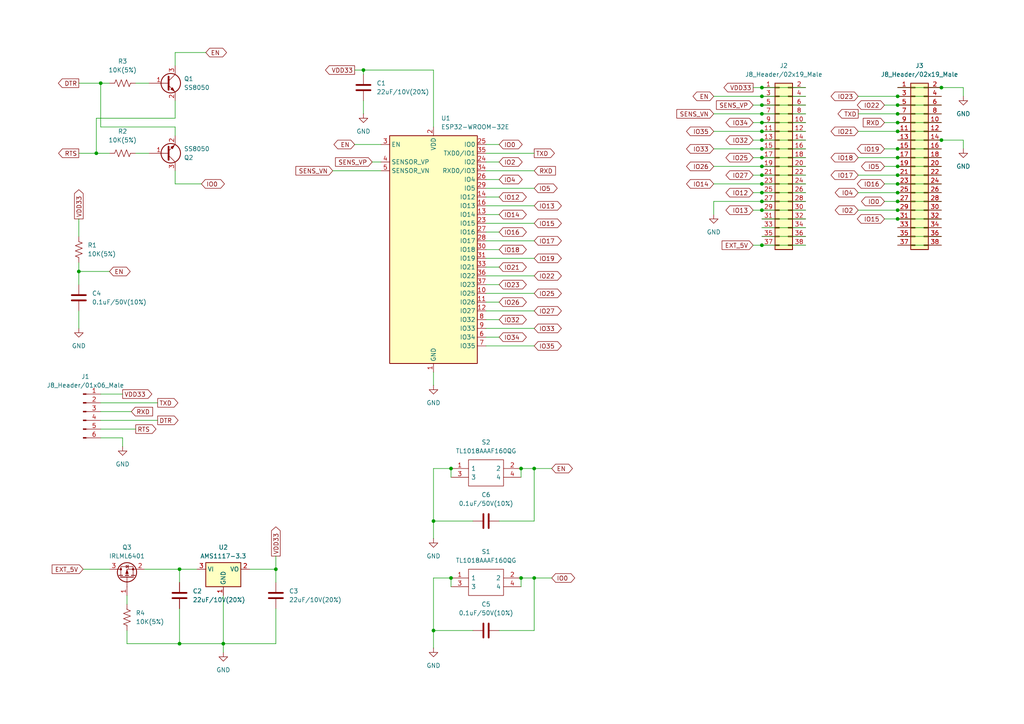
<source format=kicad_sch>
(kicad_sch
	(version 20231120)
	(generator "eeschema")
	(generator_version "8.0")
	(uuid "7813acea-784c-408a-bb6a-3960e86e7920")
	(paper "A4")
	(lib_symbols
		(symbol "Connector:Conn_01x06_Pin"
			(pin_names
				(offset 1.016) hide)
			(exclude_from_sim no)
			(in_bom yes)
			(on_board yes)
			(property "Reference" "J"
				(at 0 7.62 0)
				(effects
					(font
						(size 1.27 1.27)
					)
				)
			)
			(property "Value" "Conn_01x06_Pin"
				(at 0 -10.16 0)
				(effects
					(font
						(size 1.27 1.27)
					)
				)
			)
			(property "Footprint" ""
				(at 0 0 0)
				(effects
					(font
						(size 1.27 1.27)
					)
					(hide yes)
				)
			)
			(property "Datasheet" "~"
				(at 0 0 0)
				(effects
					(font
						(size 1.27 1.27)
					)
					(hide yes)
				)
			)
			(property "Description" "Generic connector, single row, 01x06, script generated"
				(at 0 0 0)
				(effects
					(font
						(size 1.27 1.27)
					)
					(hide yes)
				)
			)
			(property "ki_locked" ""
				(at 0 0 0)
				(effects
					(font
						(size 1.27 1.27)
					)
				)
			)
			(property "ki_keywords" "connector"
				(at 0 0 0)
				(effects
					(font
						(size 1.27 1.27)
					)
					(hide yes)
				)
			)
			(property "ki_fp_filters" "Connector*:*_1x??_*"
				(at 0 0 0)
				(effects
					(font
						(size 1.27 1.27)
					)
					(hide yes)
				)
			)
			(symbol "Conn_01x06_Pin_1_1"
				(polyline
					(pts
						(xy 1.27 -7.62) (xy 0.8636 -7.62)
					)
					(stroke
						(width 0.1524)
						(type default)
					)
					(fill
						(type none)
					)
				)
				(polyline
					(pts
						(xy 1.27 -5.08) (xy 0.8636 -5.08)
					)
					(stroke
						(width 0.1524)
						(type default)
					)
					(fill
						(type none)
					)
				)
				(polyline
					(pts
						(xy 1.27 -2.54) (xy 0.8636 -2.54)
					)
					(stroke
						(width 0.1524)
						(type default)
					)
					(fill
						(type none)
					)
				)
				(polyline
					(pts
						(xy 1.27 0) (xy 0.8636 0)
					)
					(stroke
						(width 0.1524)
						(type default)
					)
					(fill
						(type none)
					)
				)
				(polyline
					(pts
						(xy 1.27 2.54) (xy 0.8636 2.54)
					)
					(stroke
						(width 0.1524)
						(type default)
					)
					(fill
						(type none)
					)
				)
				(polyline
					(pts
						(xy 1.27 5.08) (xy 0.8636 5.08)
					)
					(stroke
						(width 0.1524)
						(type default)
					)
					(fill
						(type none)
					)
				)
				(rectangle
					(start 0.8636 -7.493)
					(end 0 -7.747)
					(stroke
						(width 0.1524)
						(type default)
					)
					(fill
						(type outline)
					)
				)
				(rectangle
					(start 0.8636 -4.953)
					(end 0 -5.207)
					(stroke
						(width 0.1524)
						(type default)
					)
					(fill
						(type outline)
					)
				)
				(rectangle
					(start 0.8636 -2.413)
					(end 0 -2.667)
					(stroke
						(width 0.1524)
						(type default)
					)
					(fill
						(type outline)
					)
				)
				(rectangle
					(start 0.8636 0.127)
					(end 0 -0.127)
					(stroke
						(width 0.1524)
						(type default)
					)
					(fill
						(type outline)
					)
				)
				(rectangle
					(start 0.8636 2.667)
					(end 0 2.413)
					(stroke
						(width 0.1524)
						(type default)
					)
					(fill
						(type outline)
					)
				)
				(rectangle
					(start 0.8636 5.207)
					(end 0 4.953)
					(stroke
						(width 0.1524)
						(type default)
					)
					(fill
						(type outline)
					)
				)
				(pin passive line
					(at 5.08 5.08 180)
					(length 3.81)
					(name "Pin_1"
						(effects
							(font
								(size 1.27 1.27)
							)
						)
					)
					(number "1"
						(effects
							(font
								(size 1.27 1.27)
							)
						)
					)
				)
				(pin passive line
					(at 5.08 2.54 180)
					(length 3.81)
					(name "Pin_2"
						(effects
							(font
								(size 1.27 1.27)
							)
						)
					)
					(number "2"
						(effects
							(font
								(size 1.27 1.27)
							)
						)
					)
				)
				(pin passive line
					(at 5.08 0 180)
					(length 3.81)
					(name "Pin_3"
						(effects
							(font
								(size 1.27 1.27)
							)
						)
					)
					(number "3"
						(effects
							(font
								(size 1.27 1.27)
							)
						)
					)
				)
				(pin passive line
					(at 5.08 -2.54 180)
					(length 3.81)
					(name "Pin_4"
						(effects
							(font
								(size 1.27 1.27)
							)
						)
					)
					(number "4"
						(effects
							(font
								(size 1.27 1.27)
							)
						)
					)
				)
				(pin passive line
					(at 5.08 -5.08 180)
					(length 3.81)
					(name "Pin_5"
						(effects
							(font
								(size 1.27 1.27)
							)
						)
					)
					(number "5"
						(effects
							(font
								(size 1.27 1.27)
							)
						)
					)
				)
				(pin passive line
					(at 5.08 -7.62 180)
					(length 3.81)
					(name "Pin_6"
						(effects
							(font
								(size 1.27 1.27)
							)
						)
					)
					(number "6"
						(effects
							(font
								(size 1.27 1.27)
							)
						)
					)
				)
			)
		)
		(symbol "Connector_Generic:Conn_02x19_Odd_Even"
			(pin_names
				(offset 1.016) hide)
			(exclude_from_sim no)
			(in_bom yes)
			(on_board yes)
			(property "Reference" "J"
				(at 1.27 25.4 0)
				(effects
					(font
						(size 1.27 1.27)
					)
				)
			)
			(property "Value" "Conn_02x19_Odd_Even"
				(at 1.27 -25.4 0)
				(effects
					(font
						(size 1.27 1.27)
					)
				)
			)
			(property "Footprint" ""
				(at 0 0 0)
				(effects
					(font
						(size 1.27 1.27)
					)
					(hide yes)
				)
			)
			(property "Datasheet" "~"
				(at 0 0 0)
				(effects
					(font
						(size 1.27 1.27)
					)
					(hide yes)
				)
			)
			(property "Description" "Generic connector, double row, 02x19, odd/even pin numbering scheme (row 1 odd numbers, row 2 even numbers), script generated (kicad-library-utils/schlib/autogen/connector/)"
				(at 0 0 0)
				(effects
					(font
						(size 1.27 1.27)
					)
					(hide yes)
				)
			)
			(property "ki_keywords" "connector"
				(at 0 0 0)
				(effects
					(font
						(size 1.27 1.27)
					)
					(hide yes)
				)
			)
			(property "ki_fp_filters" "Connector*:*_2x??_*"
				(at 0 0 0)
				(effects
					(font
						(size 1.27 1.27)
					)
					(hide yes)
				)
			)
			(symbol "Conn_02x19_Odd_Even_1_1"
				(rectangle
					(start -1.27 -22.733)
					(end 0 -22.987)
					(stroke
						(width 0.1524)
						(type default)
					)
					(fill
						(type none)
					)
				)
				(rectangle
					(start -1.27 -20.193)
					(end 0 -20.447)
					(stroke
						(width 0.1524)
						(type default)
					)
					(fill
						(type none)
					)
				)
				(rectangle
					(start -1.27 -17.653)
					(end 0 -17.907)
					(stroke
						(width 0.1524)
						(type default)
					)
					(fill
						(type none)
					)
				)
				(rectangle
					(start -1.27 -15.113)
					(end 0 -15.367)
					(stroke
						(width 0.1524)
						(type default)
					)
					(fill
						(type none)
					)
				)
				(rectangle
					(start -1.27 -12.573)
					(end 0 -12.827)
					(stroke
						(width 0.1524)
						(type default)
					)
					(fill
						(type none)
					)
				)
				(rectangle
					(start -1.27 -10.033)
					(end 0 -10.287)
					(stroke
						(width 0.1524)
						(type default)
					)
					(fill
						(type none)
					)
				)
				(rectangle
					(start -1.27 -7.493)
					(end 0 -7.747)
					(stroke
						(width 0.1524)
						(type default)
					)
					(fill
						(type none)
					)
				)
				(rectangle
					(start -1.27 -4.953)
					(end 0 -5.207)
					(stroke
						(width 0.1524)
						(type default)
					)
					(fill
						(type none)
					)
				)
				(rectangle
					(start -1.27 -2.413)
					(end 0 -2.667)
					(stroke
						(width 0.1524)
						(type default)
					)
					(fill
						(type none)
					)
				)
				(rectangle
					(start -1.27 0.127)
					(end 0 -0.127)
					(stroke
						(width 0.1524)
						(type default)
					)
					(fill
						(type none)
					)
				)
				(rectangle
					(start -1.27 2.667)
					(end 0 2.413)
					(stroke
						(width 0.1524)
						(type default)
					)
					(fill
						(type none)
					)
				)
				(rectangle
					(start -1.27 5.207)
					(end 0 4.953)
					(stroke
						(width 0.1524)
						(type default)
					)
					(fill
						(type none)
					)
				)
				(rectangle
					(start -1.27 7.747)
					(end 0 7.493)
					(stroke
						(width 0.1524)
						(type default)
					)
					(fill
						(type none)
					)
				)
				(rectangle
					(start -1.27 10.287)
					(end 0 10.033)
					(stroke
						(width 0.1524)
						(type default)
					)
					(fill
						(type none)
					)
				)
				(rectangle
					(start -1.27 12.827)
					(end 0 12.573)
					(stroke
						(width 0.1524)
						(type default)
					)
					(fill
						(type none)
					)
				)
				(rectangle
					(start -1.27 15.367)
					(end 0 15.113)
					(stroke
						(width 0.1524)
						(type default)
					)
					(fill
						(type none)
					)
				)
				(rectangle
					(start -1.27 17.907)
					(end 0 17.653)
					(stroke
						(width 0.1524)
						(type default)
					)
					(fill
						(type none)
					)
				)
				(rectangle
					(start -1.27 20.447)
					(end 0 20.193)
					(stroke
						(width 0.1524)
						(type default)
					)
					(fill
						(type none)
					)
				)
				(rectangle
					(start -1.27 22.987)
					(end 0 22.733)
					(stroke
						(width 0.1524)
						(type default)
					)
					(fill
						(type none)
					)
				)
				(rectangle
					(start -1.27 24.13)
					(end 3.81 -24.13)
					(stroke
						(width 0.254)
						(type default)
					)
					(fill
						(type background)
					)
				)
				(rectangle
					(start 3.81 -22.733)
					(end 2.54 -22.987)
					(stroke
						(width 0.1524)
						(type default)
					)
					(fill
						(type none)
					)
				)
				(rectangle
					(start 3.81 -20.193)
					(end 2.54 -20.447)
					(stroke
						(width 0.1524)
						(type default)
					)
					(fill
						(type none)
					)
				)
				(rectangle
					(start 3.81 -17.653)
					(end 2.54 -17.907)
					(stroke
						(width 0.1524)
						(type default)
					)
					(fill
						(type none)
					)
				)
				(rectangle
					(start 3.81 -15.113)
					(end 2.54 -15.367)
					(stroke
						(width 0.1524)
						(type default)
					)
					(fill
						(type none)
					)
				)
				(rectangle
					(start 3.81 -12.573)
					(end 2.54 -12.827)
					(stroke
						(width 0.1524)
						(type default)
					)
					(fill
						(type none)
					)
				)
				(rectangle
					(start 3.81 -10.033)
					(end 2.54 -10.287)
					(stroke
						(width 0.1524)
						(type default)
					)
					(fill
						(type none)
					)
				)
				(rectangle
					(start 3.81 -7.493)
					(end 2.54 -7.747)
					(stroke
						(width 0.1524)
						(type default)
					)
					(fill
						(type none)
					)
				)
				(rectangle
					(start 3.81 -4.953)
					(end 2.54 -5.207)
					(stroke
						(width 0.1524)
						(type default)
					)
					(fill
						(type none)
					)
				)
				(rectangle
					(start 3.81 -2.413)
					(end 2.54 -2.667)
					(stroke
						(width 0.1524)
						(type default)
					)
					(fill
						(type none)
					)
				)
				(rectangle
					(start 3.81 0.127)
					(end 2.54 -0.127)
					(stroke
						(width 0.1524)
						(type default)
					)
					(fill
						(type none)
					)
				)
				(rectangle
					(start 3.81 2.667)
					(end 2.54 2.413)
					(stroke
						(width 0.1524)
						(type default)
					)
					(fill
						(type none)
					)
				)
				(rectangle
					(start 3.81 5.207)
					(end 2.54 4.953)
					(stroke
						(width 0.1524)
						(type default)
					)
					(fill
						(type none)
					)
				)
				(rectangle
					(start 3.81 7.747)
					(end 2.54 7.493)
					(stroke
						(width 0.1524)
						(type default)
					)
					(fill
						(type none)
					)
				)
				(rectangle
					(start 3.81 10.287)
					(end 2.54 10.033)
					(stroke
						(width 0.1524)
						(type default)
					)
					(fill
						(type none)
					)
				)
				(rectangle
					(start 3.81 12.827)
					(end 2.54 12.573)
					(stroke
						(width 0.1524)
						(type default)
					)
					(fill
						(type none)
					)
				)
				(rectangle
					(start 3.81 15.367)
					(end 2.54 15.113)
					(stroke
						(width 0.1524)
						(type default)
					)
					(fill
						(type none)
					)
				)
				(rectangle
					(start 3.81 17.907)
					(end 2.54 17.653)
					(stroke
						(width 0.1524)
						(type default)
					)
					(fill
						(type none)
					)
				)
				(rectangle
					(start 3.81 20.447)
					(end 2.54 20.193)
					(stroke
						(width 0.1524)
						(type default)
					)
					(fill
						(type none)
					)
				)
				(rectangle
					(start 3.81 22.987)
					(end 2.54 22.733)
					(stroke
						(width 0.1524)
						(type default)
					)
					(fill
						(type none)
					)
				)
				(pin passive line
					(at -5.08 22.86 0)
					(length 3.81)
					(name "Pin_1"
						(effects
							(font
								(size 1.27 1.27)
							)
						)
					)
					(number "1"
						(effects
							(font
								(size 1.27 1.27)
							)
						)
					)
				)
				(pin passive line
					(at 7.62 12.7 180)
					(length 3.81)
					(name "Pin_10"
						(effects
							(font
								(size 1.27 1.27)
							)
						)
					)
					(number "10"
						(effects
							(font
								(size 1.27 1.27)
							)
						)
					)
				)
				(pin passive line
					(at -5.08 10.16 0)
					(length 3.81)
					(name "Pin_11"
						(effects
							(font
								(size 1.27 1.27)
							)
						)
					)
					(number "11"
						(effects
							(font
								(size 1.27 1.27)
							)
						)
					)
				)
				(pin passive line
					(at 7.62 10.16 180)
					(length 3.81)
					(name "Pin_12"
						(effects
							(font
								(size 1.27 1.27)
							)
						)
					)
					(number "12"
						(effects
							(font
								(size 1.27 1.27)
							)
						)
					)
				)
				(pin passive line
					(at -5.08 7.62 0)
					(length 3.81)
					(name "Pin_13"
						(effects
							(font
								(size 1.27 1.27)
							)
						)
					)
					(number "13"
						(effects
							(font
								(size 1.27 1.27)
							)
						)
					)
				)
				(pin passive line
					(at 7.62 7.62 180)
					(length 3.81)
					(name "Pin_14"
						(effects
							(font
								(size 1.27 1.27)
							)
						)
					)
					(number "14"
						(effects
							(font
								(size 1.27 1.27)
							)
						)
					)
				)
				(pin passive line
					(at -5.08 5.08 0)
					(length 3.81)
					(name "Pin_15"
						(effects
							(font
								(size 1.27 1.27)
							)
						)
					)
					(number "15"
						(effects
							(font
								(size 1.27 1.27)
							)
						)
					)
				)
				(pin passive line
					(at 7.62 5.08 180)
					(length 3.81)
					(name "Pin_16"
						(effects
							(font
								(size 1.27 1.27)
							)
						)
					)
					(number "16"
						(effects
							(font
								(size 1.27 1.27)
							)
						)
					)
				)
				(pin passive line
					(at -5.08 2.54 0)
					(length 3.81)
					(name "Pin_17"
						(effects
							(font
								(size 1.27 1.27)
							)
						)
					)
					(number "17"
						(effects
							(font
								(size 1.27 1.27)
							)
						)
					)
				)
				(pin passive line
					(at 7.62 2.54 180)
					(length 3.81)
					(name "Pin_18"
						(effects
							(font
								(size 1.27 1.27)
							)
						)
					)
					(number "18"
						(effects
							(font
								(size 1.27 1.27)
							)
						)
					)
				)
				(pin passive line
					(at -5.08 0 0)
					(length 3.81)
					(name "Pin_19"
						(effects
							(font
								(size 1.27 1.27)
							)
						)
					)
					(number "19"
						(effects
							(font
								(size 1.27 1.27)
							)
						)
					)
				)
				(pin passive line
					(at 7.62 22.86 180)
					(length 3.81)
					(name "Pin_2"
						(effects
							(font
								(size 1.27 1.27)
							)
						)
					)
					(number "2"
						(effects
							(font
								(size 1.27 1.27)
							)
						)
					)
				)
				(pin passive line
					(at 7.62 0 180)
					(length 3.81)
					(name "Pin_20"
						(effects
							(font
								(size 1.27 1.27)
							)
						)
					)
					(number "20"
						(effects
							(font
								(size 1.27 1.27)
							)
						)
					)
				)
				(pin passive line
					(at -5.08 -2.54 0)
					(length 3.81)
					(name "Pin_21"
						(effects
							(font
								(size 1.27 1.27)
							)
						)
					)
					(number "21"
						(effects
							(font
								(size 1.27 1.27)
							)
						)
					)
				)
				(pin passive line
					(at 7.62 -2.54 180)
					(length 3.81)
					(name "Pin_22"
						(effects
							(font
								(size 1.27 1.27)
							)
						)
					)
					(number "22"
						(effects
							(font
								(size 1.27 1.27)
							)
						)
					)
				)
				(pin passive line
					(at -5.08 -5.08 0)
					(length 3.81)
					(name "Pin_23"
						(effects
							(font
								(size 1.27 1.27)
							)
						)
					)
					(number "23"
						(effects
							(font
								(size 1.27 1.27)
							)
						)
					)
				)
				(pin passive line
					(at 7.62 -5.08 180)
					(length 3.81)
					(name "Pin_24"
						(effects
							(font
								(size 1.27 1.27)
							)
						)
					)
					(number "24"
						(effects
							(font
								(size 1.27 1.27)
							)
						)
					)
				)
				(pin passive line
					(at -5.08 -7.62 0)
					(length 3.81)
					(name "Pin_25"
						(effects
							(font
								(size 1.27 1.27)
							)
						)
					)
					(number "25"
						(effects
							(font
								(size 1.27 1.27)
							)
						)
					)
				)
				(pin passive line
					(at 7.62 -7.62 180)
					(length 3.81)
					(name "Pin_26"
						(effects
							(font
								(size 1.27 1.27)
							)
						)
					)
					(number "26"
						(effects
							(font
								(size 1.27 1.27)
							)
						)
					)
				)
				(pin passive line
					(at -5.08 -10.16 0)
					(length 3.81)
					(name "Pin_27"
						(effects
							(font
								(size 1.27 1.27)
							)
						)
					)
					(number "27"
						(effects
							(font
								(size 1.27 1.27)
							)
						)
					)
				)
				(pin passive line
					(at 7.62 -10.16 180)
					(length 3.81)
					(name "Pin_28"
						(effects
							(font
								(size 1.27 1.27)
							)
						)
					)
					(number "28"
						(effects
							(font
								(size 1.27 1.27)
							)
						)
					)
				)
				(pin passive line
					(at -5.08 -12.7 0)
					(length 3.81)
					(name "Pin_29"
						(effects
							(font
								(size 1.27 1.27)
							)
						)
					)
					(number "29"
						(effects
							(font
								(size 1.27 1.27)
							)
						)
					)
				)
				(pin passive line
					(at -5.08 20.32 0)
					(length 3.81)
					(name "Pin_3"
						(effects
							(font
								(size 1.27 1.27)
							)
						)
					)
					(number "3"
						(effects
							(font
								(size 1.27 1.27)
							)
						)
					)
				)
				(pin passive line
					(at 7.62 -12.7 180)
					(length 3.81)
					(name "Pin_30"
						(effects
							(font
								(size 1.27 1.27)
							)
						)
					)
					(number "30"
						(effects
							(font
								(size 1.27 1.27)
							)
						)
					)
				)
				(pin passive line
					(at -5.08 -15.24 0)
					(length 3.81)
					(name "Pin_31"
						(effects
							(font
								(size 1.27 1.27)
							)
						)
					)
					(number "31"
						(effects
							(font
								(size 1.27 1.27)
							)
						)
					)
				)
				(pin passive line
					(at 7.62 -15.24 180)
					(length 3.81)
					(name "Pin_32"
						(effects
							(font
								(size 1.27 1.27)
							)
						)
					)
					(number "32"
						(effects
							(font
								(size 1.27 1.27)
							)
						)
					)
				)
				(pin passive line
					(at -5.08 -17.78 0)
					(length 3.81)
					(name "Pin_33"
						(effects
							(font
								(size 1.27 1.27)
							)
						)
					)
					(number "33"
						(effects
							(font
								(size 1.27 1.27)
							)
						)
					)
				)
				(pin passive line
					(at 7.62 -17.78 180)
					(length 3.81)
					(name "Pin_34"
						(effects
							(font
								(size 1.27 1.27)
							)
						)
					)
					(number "34"
						(effects
							(font
								(size 1.27 1.27)
							)
						)
					)
				)
				(pin passive line
					(at -5.08 -20.32 0)
					(length 3.81)
					(name "Pin_35"
						(effects
							(font
								(size 1.27 1.27)
							)
						)
					)
					(number "35"
						(effects
							(font
								(size 1.27 1.27)
							)
						)
					)
				)
				(pin passive line
					(at 7.62 -20.32 180)
					(length 3.81)
					(name "Pin_36"
						(effects
							(font
								(size 1.27 1.27)
							)
						)
					)
					(number "36"
						(effects
							(font
								(size 1.27 1.27)
							)
						)
					)
				)
				(pin passive line
					(at -5.08 -22.86 0)
					(length 3.81)
					(name "Pin_37"
						(effects
							(font
								(size 1.27 1.27)
							)
						)
					)
					(number "37"
						(effects
							(font
								(size 1.27 1.27)
							)
						)
					)
				)
				(pin passive line
					(at 7.62 -22.86 180)
					(length 3.81)
					(name "Pin_38"
						(effects
							(font
								(size 1.27 1.27)
							)
						)
					)
					(number "38"
						(effects
							(font
								(size 1.27 1.27)
							)
						)
					)
				)
				(pin passive line
					(at 7.62 20.32 180)
					(length 3.81)
					(name "Pin_4"
						(effects
							(font
								(size 1.27 1.27)
							)
						)
					)
					(number "4"
						(effects
							(font
								(size 1.27 1.27)
							)
						)
					)
				)
				(pin passive line
					(at -5.08 17.78 0)
					(length 3.81)
					(name "Pin_5"
						(effects
							(font
								(size 1.27 1.27)
							)
						)
					)
					(number "5"
						(effects
							(font
								(size 1.27 1.27)
							)
						)
					)
				)
				(pin passive line
					(at 7.62 17.78 180)
					(length 3.81)
					(name "Pin_6"
						(effects
							(font
								(size 1.27 1.27)
							)
						)
					)
					(number "6"
						(effects
							(font
								(size 1.27 1.27)
							)
						)
					)
				)
				(pin passive line
					(at -5.08 15.24 0)
					(length 3.81)
					(name "Pin_7"
						(effects
							(font
								(size 1.27 1.27)
							)
						)
					)
					(number "7"
						(effects
							(font
								(size 1.27 1.27)
							)
						)
					)
				)
				(pin passive line
					(at 7.62 15.24 180)
					(length 3.81)
					(name "Pin_8"
						(effects
							(font
								(size 1.27 1.27)
							)
						)
					)
					(number "8"
						(effects
							(font
								(size 1.27 1.27)
							)
						)
					)
				)
				(pin passive line
					(at -5.08 12.7 0)
					(length 3.81)
					(name "Pin_9"
						(effects
							(font
								(size 1.27 1.27)
							)
						)
					)
					(number "9"
						(effects
							(font
								(size 1.27 1.27)
							)
						)
					)
				)
			)
		)
		(symbol "Device:C"
			(pin_numbers hide)
			(pin_names
				(offset 0.254)
			)
			(exclude_from_sim no)
			(in_bom yes)
			(on_board yes)
			(property "Reference" "C"
				(at 0.635 2.54 0)
				(effects
					(font
						(size 1.27 1.27)
					)
					(justify left)
				)
			)
			(property "Value" "C"
				(at 0.635 -2.54 0)
				(effects
					(font
						(size 1.27 1.27)
					)
					(justify left)
				)
			)
			(property "Footprint" ""
				(at 0.9652 -3.81 0)
				(effects
					(font
						(size 1.27 1.27)
					)
					(hide yes)
				)
			)
			(property "Datasheet" "~"
				(at 0 0 0)
				(effects
					(font
						(size 1.27 1.27)
					)
					(hide yes)
				)
			)
			(property "Description" "Unpolarized capacitor"
				(at 0 0 0)
				(effects
					(font
						(size 1.27 1.27)
					)
					(hide yes)
				)
			)
			(property "ki_keywords" "cap capacitor"
				(at 0 0 0)
				(effects
					(font
						(size 1.27 1.27)
					)
					(hide yes)
				)
			)
			(property "ki_fp_filters" "C_*"
				(at 0 0 0)
				(effects
					(font
						(size 1.27 1.27)
					)
					(hide yes)
				)
			)
			(symbol "C_0_1"
				(polyline
					(pts
						(xy -2.032 -0.762) (xy 2.032 -0.762)
					)
					(stroke
						(width 0.508)
						(type default)
					)
					(fill
						(type none)
					)
				)
				(polyline
					(pts
						(xy -2.032 0.762) (xy 2.032 0.762)
					)
					(stroke
						(width 0.508)
						(type default)
					)
					(fill
						(type none)
					)
				)
			)
			(symbol "C_1_1"
				(pin passive line
					(at 0 3.81 270)
					(length 2.794)
					(name "~"
						(effects
							(font
								(size 1.27 1.27)
							)
						)
					)
					(number "1"
						(effects
							(font
								(size 1.27 1.27)
							)
						)
					)
				)
				(pin passive line
					(at 0 -3.81 90)
					(length 2.794)
					(name "~"
						(effects
							(font
								(size 1.27 1.27)
							)
						)
					)
					(number "2"
						(effects
							(font
								(size 1.27 1.27)
							)
						)
					)
				)
			)
		)
		(symbol "Device:R_US"
			(pin_numbers hide)
			(pin_names
				(offset 0)
			)
			(exclude_from_sim no)
			(in_bom yes)
			(on_board yes)
			(property "Reference" "R"
				(at 2.54 0 90)
				(effects
					(font
						(size 1.27 1.27)
					)
				)
			)
			(property "Value" "R_US"
				(at -2.54 0 90)
				(effects
					(font
						(size 1.27 1.27)
					)
				)
			)
			(property "Footprint" ""
				(at 1.016 -0.254 90)
				(effects
					(font
						(size 1.27 1.27)
					)
					(hide yes)
				)
			)
			(property "Datasheet" "~"
				(at 0 0 0)
				(effects
					(font
						(size 1.27 1.27)
					)
					(hide yes)
				)
			)
			(property "Description" "Resistor, US symbol"
				(at 0 0 0)
				(effects
					(font
						(size 1.27 1.27)
					)
					(hide yes)
				)
			)
			(property "ki_keywords" "R res resistor"
				(at 0 0 0)
				(effects
					(font
						(size 1.27 1.27)
					)
					(hide yes)
				)
			)
			(property "ki_fp_filters" "R_*"
				(at 0 0 0)
				(effects
					(font
						(size 1.27 1.27)
					)
					(hide yes)
				)
			)
			(symbol "R_US_0_1"
				(polyline
					(pts
						(xy 0 -2.286) (xy 0 -2.54)
					)
					(stroke
						(width 0)
						(type default)
					)
					(fill
						(type none)
					)
				)
				(polyline
					(pts
						(xy 0 2.286) (xy 0 2.54)
					)
					(stroke
						(width 0)
						(type default)
					)
					(fill
						(type none)
					)
				)
				(polyline
					(pts
						(xy 0 -0.762) (xy 1.016 -1.143) (xy 0 -1.524) (xy -1.016 -1.905) (xy 0 -2.286)
					)
					(stroke
						(width 0)
						(type default)
					)
					(fill
						(type none)
					)
				)
				(polyline
					(pts
						(xy 0 0.762) (xy 1.016 0.381) (xy 0 0) (xy -1.016 -0.381) (xy 0 -0.762)
					)
					(stroke
						(width 0)
						(type default)
					)
					(fill
						(type none)
					)
				)
				(polyline
					(pts
						(xy 0 2.286) (xy 1.016 1.905) (xy 0 1.524) (xy -1.016 1.143) (xy 0 0.762)
					)
					(stroke
						(width 0)
						(type default)
					)
					(fill
						(type none)
					)
				)
			)
			(symbol "R_US_1_1"
				(pin passive line
					(at 0 3.81 270)
					(length 1.27)
					(name "~"
						(effects
							(font
								(size 1.27 1.27)
							)
						)
					)
					(number "1"
						(effects
							(font
								(size 1.27 1.27)
							)
						)
					)
				)
				(pin passive line
					(at 0 -3.81 90)
					(length 1.27)
					(name "~"
						(effects
							(font
								(size 1.27 1.27)
							)
						)
					)
					(number "2"
						(effects
							(font
								(size 1.27 1.27)
							)
						)
					)
				)
			)
		)
		(symbol "RF_Module:ESP32-WROOM-32E"
			(exclude_from_sim no)
			(in_bom yes)
			(on_board yes)
			(property "Reference" "U"
				(at -12.7 34.29 0)
				(effects
					(font
						(size 1.27 1.27)
					)
					(justify left)
				)
			)
			(property "Value" "ESP32-WROOM-32E"
				(at 1.27 34.29 0)
				(effects
					(font
						(size 1.27 1.27)
					)
					(justify left)
				)
			)
			(property "Footprint" "RF_Module:ESP32-WROOM-32D"
				(at 16.51 -34.29 0)
				(effects
					(font
						(size 1.27 1.27)
					)
					(hide yes)
				)
			)
			(property "Datasheet" "https://www.espressif.com/sites/default/files/documentation/esp32-wroom-32e_esp32-wroom-32ue_datasheet_en.pdf"
				(at 0 0 0)
				(effects
					(font
						(size 1.27 1.27)
					)
					(hide yes)
				)
			)
			(property "Description" "RF Module, ESP32-D0WD-V3 SoC, without PSRAM, Wi-Fi 802.11b/g/n, Bluetooth, BLE, 32-bit, 2.7-3.6V, onboard antenna, SMD"
				(at 0 0 0)
				(effects
					(font
						(size 1.27 1.27)
					)
					(hide yes)
				)
			)
			(property "ki_keywords" "RF Radio BT ESP ESP32 Espressif onboard PCB antenna"
				(at 0 0 0)
				(effects
					(font
						(size 1.27 1.27)
					)
					(hide yes)
				)
			)
			(property "ki_fp_filters" "ESP32?WROOM?32D*"
				(at 0 0 0)
				(effects
					(font
						(size 1.27 1.27)
					)
					(hide yes)
				)
			)
			(symbol "ESP32-WROOM-32E_0_1"
				(rectangle
					(start -12.7 33.02)
					(end 12.7 -33.02)
					(stroke
						(width 0.254)
						(type default)
					)
					(fill
						(type background)
					)
				)
			)
			(symbol "ESP32-WROOM-32E_1_1"
				(pin power_in line
					(at 0 -35.56 90)
					(length 2.54)
					(name "GND"
						(effects
							(font
								(size 1.27 1.27)
							)
						)
					)
					(number "1"
						(effects
							(font
								(size 1.27 1.27)
							)
						)
					)
				)
				(pin bidirectional line
					(at 15.24 -12.7 180)
					(length 2.54)
					(name "IO25"
						(effects
							(font
								(size 1.27 1.27)
							)
						)
					)
					(number "10"
						(effects
							(font
								(size 1.27 1.27)
							)
						)
					)
				)
				(pin bidirectional line
					(at 15.24 -15.24 180)
					(length 2.54)
					(name "IO26"
						(effects
							(font
								(size 1.27 1.27)
							)
						)
					)
					(number "11"
						(effects
							(font
								(size 1.27 1.27)
							)
						)
					)
				)
				(pin bidirectional line
					(at 15.24 -17.78 180)
					(length 2.54)
					(name "IO27"
						(effects
							(font
								(size 1.27 1.27)
							)
						)
					)
					(number "12"
						(effects
							(font
								(size 1.27 1.27)
							)
						)
					)
				)
				(pin bidirectional line
					(at 15.24 10.16 180)
					(length 2.54)
					(name "IO14"
						(effects
							(font
								(size 1.27 1.27)
							)
						)
					)
					(number "13"
						(effects
							(font
								(size 1.27 1.27)
							)
						)
					)
				)
				(pin bidirectional line
					(at 15.24 15.24 180)
					(length 2.54)
					(name "IO12"
						(effects
							(font
								(size 1.27 1.27)
							)
						)
					)
					(number "14"
						(effects
							(font
								(size 1.27 1.27)
							)
						)
					)
				)
				(pin passive line
					(at 0 -35.56 90)
					(length 2.54) hide
					(name "GND"
						(effects
							(font
								(size 1.27 1.27)
							)
						)
					)
					(number "15"
						(effects
							(font
								(size 1.27 1.27)
							)
						)
					)
				)
				(pin bidirectional line
					(at 15.24 12.7 180)
					(length 2.54)
					(name "IO13"
						(effects
							(font
								(size 1.27 1.27)
							)
						)
					)
					(number "16"
						(effects
							(font
								(size 1.27 1.27)
							)
						)
					)
				)
				(pin no_connect line
					(at -12.7 -5.08 0)
					(length 2.54) hide
					(name "NC"
						(effects
							(font
								(size 1.27 1.27)
							)
						)
					)
					(number "17"
						(effects
							(font
								(size 1.27 1.27)
							)
						)
					)
				)
				(pin no_connect line
					(at -12.7 -7.62 0)
					(length 2.54) hide
					(name "NC"
						(effects
							(font
								(size 1.27 1.27)
							)
						)
					)
					(number "18"
						(effects
							(font
								(size 1.27 1.27)
							)
						)
					)
				)
				(pin no_connect line
					(at -12.7 -12.7 0)
					(length 2.54) hide
					(name "NC"
						(effects
							(font
								(size 1.27 1.27)
							)
						)
					)
					(number "19"
						(effects
							(font
								(size 1.27 1.27)
							)
						)
					)
				)
				(pin power_in line
					(at 0 35.56 270)
					(length 2.54)
					(name "VDD"
						(effects
							(font
								(size 1.27 1.27)
							)
						)
					)
					(number "2"
						(effects
							(font
								(size 1.27 1.27)
							)
						)
					)
				)
				(pin no_connect line
					(at -12.7 -10.16 0)
					(length 2.54) hide
					(name "NC"
						(effects
							(font
								(size 1.27 1.27)
							)
						)
					)
					(number "20"
						(effects
							(font
								(size 1.27 1.27)
							)
						)
					)
				)
				(pin no_connect line
					(at -12.7 0 0)
					(length 2.54) hide
					(name "NC"
						(effects
							(font
								(size 1.27 1.27)
							)
						)
					)
					(number "21"
						(effects
							(font
								(size 1.27 1.27)
							)
						)
					)
				)
				(pin no_connect line
					(at -12.7 -2.54 0)
					(length 2.54) hide
					(name "NC"
						(effects
							(font
								(size 1.27 1.27)
							)
						)
					)
					(number "22"
						(effects
							(font
								(size 1.27 1.27)
							)
						)
					)
				)
				(pin bidirectional line
					(at 15.24 7.62 180)
					(length 2.54)
					(name "IO15"
						(effects
							(font
								(size 1.27 1.27)
							)
						)
					)
					(number "23"
						(effects
							(font
								(size 1.27 1.27)
							)
						)
					)
				)
				(pin bidirectional line
					(at 15.24 25.4 180)
					(length 2.54)
					(name "IO2"
						(effects
							(font
								(size 1.27 1.27)
							)
						)
					)
					(number "24"
						(effects
							(font
								(size 1.27 1.27)
							)
						)
					)
				)
				(pin bidirectional line
					(at 15.24 30.48 180)
					(length 2.54)
					(name "IO0"
						(effects
							(font
								(size 1.27 1.27)
							)
						)
					)
					(number "25"
						(effects
							(font
								(size 1.27 1.27)
							)
						)
					)
				)
				(pin bidirectional line
					(at 15.24 20.32 180)
					(length 2.54)
					(name "IO4"
						(effects
							(font
								(size 1.27 1.27)
							)
						)
					)
					(number "26"
						(effects
							(font
								(size 1.27 1.27)
							)
						)
					)
				)
				(pin bidirectional line
					(at 15.24 5.08 180)
					(length 2.54)
					(name "IO16"
						(effects
							(font
								(size 1.27 1.27)
							)
						)
					)
					(number "27"
						(effects
							(font
								(size 1.27 1.27)
							)
						)
					)
				)
				(pin bidirectional line
					(at 15.24 2.54 180)
					(length 2.54)
					(name "IO17"
						(effects
							(font
								(size 1.27 1.27)
							)
						)
					)
					(number "28"
						(effects
							(font
								(size 1.27 1.27)
							)
						)
					)
				)
				(pin bidirectional line
					(at 15.24 17.78 180)
					(length 2.54)
					(name "IO5"
						(effects
							(font
								(size 1.27 1.27)
							)
						)
					)
					(number "29"
						(effects
							(font
								(size 1.27 1.27)
							)
						)
					)
				)
				(pin input line
					(at -15.24 30.48 0)
					(length 2.54)
					(name "EN"
						(effects
							(font
								(size 1.27 1.27)
							)
						)
					)
					(number "3"
						(effects
							(font
								(size 1.27 1.27)
							)
						)
					)
				)
				(pin bidirectional line
					(at 15.24 0 180)
					(length 2.54)
					(name "IO18"
						(effects
							(font
								(size 1.27 1.27)
							)
						)
					)
					(number "30"
						(effects
							(font
								(size 1.27 1.27)
							)
						)
					)
				)
				(pin bidirectional line
					(at 15.24 -2.54 180)
					(length 2.54)
					(name "IO19"
						(effects
							(font
								(size 1.27 1.27)
							)
						)
					)
					(number "31"
						(effects
							(font
								(size 1.27 1.27)
							)
						)
					)
				)
				(pin no_connect line
					(at -12.7 -27.94 0)
					(length 2.54) hide
					(name "NC"
						(effects
							(font
								(size 1.27 1.27)
							)
						)
					)
					(number "32"
						(effects
							(font
								(size 1.27 1.27)
							)
						)
					)
				)
				(pin bidirectional line
					(at 15.24 -5.08 180)
					(length 2.54)
					(name "IO21"
						(effects
							(font
								(size 1.27 1.27)
							)
						)
					)
					(number "33"
						(effects
							(font
								(size 1.27 1.27)
							)
						)
					)
				)
				(pin bidirectional line
					(at 15.24 22.86 180)
					(length 2.54)
					(name "RXD0/IO3"
						(effects
							(font
								(size 1.27 1.27)
							)
						)
					)
					(number "34"
						(effects
							(font
								(size 1.27 1.27)
							)
						)
					)
				)
				(pin bidirectional line
					(at 15.24 27.94 180)
					(length 2.54)
					(name "TXD0/IO1"
						(effects
							(font
								(size 1.27 1.27)
							)
						)
					)
					(number "35"
						(effects
							(font
								(size 1.27 1.27)
							)
						)
					)
				)
				(pin bidirectional line
					(at 15.24 -7.62 180)
					(length 2.54)
					(name "IO22"
						(effects
							(font
								(size 1.27 1.27)
							)
						)
					)
					(number "36"
						(effects
							(font
								(size 1.27 1.27)
							)
						)
					)
				)
				(pin bidirectional line
					(at 15.24 -10.16 180)
					(length 2.54)
					(name "IO23"
						(effects
							(font
								(size 1.27 1.27)
							)
						)
					)
					(number "37"
						(effects
							(font
								(size 1.27 1.27)
							)
						)
					)
				)
				(pin passive line
					(at 0 -35.56 90)
					(length 2.54) hide
					(name "GND"
						(effects
							(font
								(size 1.27 1.27)
							)
						)
					)
					(number "38"
						(effects
							(font
								(size 1.27 1.27)
							)
						)
					)
				)
				(pin passive line
					(at 0 -35.56 90)
					(length 2.54) hide
					(name "GND"
						(effects
							(font
								(size 1.27 1.27)
							)
						)
					)
					(number "39"
						(effects
							(font
								(size 1.27 1.27)
							)
						)
					)
				)
				(pin input line
					(at -15.24 25.4 0)
					(length 2.54)
					(name "SENSOR_VP"
						(effects
							(font
								(size 1.27 1.27)
							)
						)
					)
					(number "4"
						(effects
							(font
								(size 1.27 1.27)
							)
						)
					)
				)
				(pin input line
					(at -15.24 22.86 0)
					(length 2.54)
					(name "SENSOR_VN"
						(effects
							(font
								(size 1.27 1.27)
							)
						)
					)
					(number "5"
						(effects
							(font
								(size 1.27 1.27)
							)
						)
					)
				)
				(pin input line
					(at 15.24 -25.4 180)
					(length 2.54)
					(name "IO34"
						(effects
							(font
								(size 1.27 1.27)
							)
						)
					)
					(number "6"
						(effects
							(font
								(size 1.27 1.27)
							)
						)
					)
				)
				(pin input line
					(at 15.24 -27.94 180)
					(length 2.54)
					(name "IO35"
						(effects
							(font
								(size 1.27 1.27)
							)
						)
					)
					(number "7"
						(effects
							(font
								(size 1.27 1.27)
							)
						)
					)
				)
				(pin bidirectional line
					(at 15.24 -20.32 180)
					(length 2.54)
					(name "IO32"
						(effects
							(font
								(size 1.27 1.27)
							)
						)
					)
					(number "8"
						(effects
							(font
								(size 1.27 1.27)
							)
						)
					)
				)
				(pin bidirectional line
					(at 15.24 -22.86 180)
					(length 2.54)
					(name "IO33"
						(effects
							(font
								(size 1.27 1.27)
							)
						)
					)
					(number "9"
						(effects
							(font
								(size 1.27 1.27)
							)
						)
					)
				)
			)
		)
		(symbol "Regulator_Linear:AMS1117-3.3"
			(exclude_from_sim no)
			(in_bom yes)
			(on_board yes)
			(property "Reference" "U"
				(at -3.81 3.175 0)
				(effects
					(font
						(size 1.27 1.27)
					)
				)
			)
			(property "Value" "AMS1117-3.3"
				(at 0 3.175 0)
				(effects
					(font
						(size 1.27 1.27)
					)
					(justify left)
				)
			)
			(property "Footprint" "Package_TO_SOT_SMD:SOT-223-3_TabPin2"
				(at 0 5.08 0)
				(effects
					(font
						(size 1.27 1.27)
					)
					(hide yes)
				)
			)
			(property "Datasheet" "http://www.advanced-monolithic.com/pdf/ds1117.pdf"
				(at 2.54 -6.35 0)
				(effects
					(font
						(size 1.27 1.27)
					)
					(hide yes)
				)
			)
			(property "Description" "1A Low Dropout regulator, positive, 3.3V fixed output, SOT-223"
				(at 0 0 0)
				(effects
					(font
						(size 1.27 1.27)
					)
					(hide yes)
				)
			)
			(property "ki_keywords" "linear regulator ldo fixed positive"
				(at 0 0 0)
				(effects
					(font
						(size 1.27 1.27)
					)
					(hide yes)
				)
			)
			(property "ki_fp_filters" "SOT?223*TabPin2*"
				(at 0 0 0)
				(effects
					(font
						(size 1.27 1.27)
					)
					(hide yes)
				)
			)
			(symbol "AMS1117-3.3_0_1"
				(rectangle
					(start -5.08 -5.08)
					(end 5.08 1.905)
					(stroke
						(width 0.254)
						(type default)
					)
					(fill
						(type background)
					)
				)
			)
			(symbol "AMS1117-3.3_1_1"
				(pin power_in line
					(at 0 -7.62 90)
					(length 2.54)
					(name "GND"
						(effects
							(font
								(size 1.27 1.27)
							)
						)
					)
					(number "1"
						(effects
							(font
								(size 1.27 1.27)
							)
						)
					)
				)
				(pin power_out line
					(at 7.62 0 180)
					(length 2.54)
					(name "VO"
						(effects
							(font
								(size 1.27 1.27)
							)
						)
					)
					(number "2"
						(effects
							(font
								(size 1.27 1.27)
							)
						)
					)
				)
				(pin power_in line
					(at -7.62 0 0)
					(length 2.54)
					(name "VI"
						(effects
							(font
								(size 1.27 1.27)
							)
						)
					)
					(number "3"
						(effects
							(font
								(size 1.27 1.27)
							)
						)
					)
				)
			)
		)
		(symbol "TL1018AAAF160QG:TL1018AAAF160QG"
			(pin_names
				(offset 0.762)
			)
			(exclude_from_sim no)
			(in_bom yes)
			(on_board yes)
			(property "Reference" "S"
				(at 16.51 7.62 0)
				(effects
					(font
						(size 1.27 1.27)
					)
					(justify left)
				)
			)
			(property "Value" "TL1018AAAF160QG"
				(at 16.51 5.08 0)
				(effects
					(font
						(size 1.27 1.27)
					)
					(justify left)
				)
			)
			(property "Footprint" "TL1018AAAF160QG"
				(at 16.51 2.54 0)
				(effects
					(font
						(size 1.27 1.27)
					)
					(justify left)
					(hide yes)
				)
			)
			(property "Datasheet" "https://configured-product-images.s3.amazonaws.com/2D/specs/TL1018AAAF160QG.pdf"
				(at 16.51 0 0)
				(effects
					(font
						(size 1.27 1.27)
					)
					(justify left)
					(hide yes)
				)
			)
			(property "Description" "TACT, 50mA, 12VDC SPST-NO, Off-(On) Surface Mount"
				(at 0 0 0)
				(effects
					(font
						(size 1.27 1.27)
					)
					(hide yes)
				)
			)
			(property "Description_1" "TACT, 50mA, 12VDC SPST-NO, Off-(On) Surface Mount"
				(at 16.51 -2.54 0)
				(effects
					(font
						(size 1.27 1.27)
					)
					(justify left)
					(hide yes)
				)
			)
			(property "Height" "1.65"
				(at 16.51 -5.08 0)
				(effects
					(font
						(size 1.27 1.27)
					)
					(justify left)
					(hide yes)
				)
			)
			(property "Mouser Part Number" "612-TL1018AAAF160QG"
				(at 16.51 -7.62 0)
				(effects
					(font
						(size 1.27 1.27)
					)
					(justify left)
					(hide yes)
				)
			)
			(property "Mouser Price/Stock" "https://www.mouser.co.uk/ProductDetail/E-Switch/TL1018AAAF160QG?qs=jRuttqqUwMRw%252BblOwXCJ2g%3D%3D"
				(at 16.51 -10.16 0)
				(effects
					(font
						(size 1.27 1.27)
					)
					(justify left)
					(hide yes)
				)
			)
			(property "Manufacturer_Name" "E-Switch"
				(at 16.51 -12.7 0)
				(effects
					(font
						(size 1.27 1.27)
					)
					(justify left)
					(hide yes)
				)
			)
			(property "Manufacturer_Part_Number" "TL1018AAAF160QG"
				(at 16.51 -15.24 0)
				(effects
					(font
						(size 1.27 1.27)
					)
					(justify left)
					(hide yes)
				)
			)
			(symbol "TL1018AAAF160QG_0_0"
				(pin passive line
					(at 0 0 0)
					(length 5.08)
					(name "1"
						(effects
							(font
								(size 1.27 1.27)
							)
						)
					)
					(number "1"
						(effects
							(font
								(size 1.27 1.27)
							)
						)
					)
				)
				(pin passive line
					(at 20.32 0 180)
					(length 5.08)
					(name "2"
						(effects
							(font
								(size 1.27 1.27)
							)
						)
					)
					(number "2"
						(effects
							(font
								(size 1.27 1.27)
							)
						)
					)
				)
				(pin passive line
					(at 0 -2.54 0)
					(length 5.08)
					(name "3"
						(effects
							(font
								(size 1.27 1.27)
							)
						)
					)
					(number "3"
						(effects
							(font
								(size 1.27 1.27)
							)
						)
					)
				)
				(pin passive line
					(at 20.32 -2.54 180)
					(length 5.08)
					(name "4"
						(effects
							(font
								(size 1.27 1.27)
							)
						)
					)
					(number "4"
						(effects
							(font
								(size 1.27 1.27)
							)
						)
					)
				)
			)
			(symbol "TL1018AAAF160QG_0_1"
				(polyline
					(pts
						(xy 5.08 2.54) (xy 15.24 2.54) (xy 15.24 -5.08) (xy 5.08 -5.08) (xy 5.08 2.54)
					)
					(stroke
						(width 0.1524)
						(type solid)
					)
					(fill
						(type none)
					)
				)
			)
		)
		(symbol "Transistor_BJT:SS8050"
			(pin_names
				(offset 0) hide)
			(exclude_from_sim no)
			(in_bom yes)
			(on_board yes)
			(property "Reference" "Q"
				(at 5.08 1.905 0)
				(effects
					(font
						(size 1.27 1.27)
					)
					(justify left)
				)
			)
			(property "Value" "SS8050"
				(at 5.08 0 0)
				(effects
					(font
						(size 1.27 1.27)
					)
					(justify left)
				)
			)
			(property "Footprint" "Package_TO_SOT_SMD:SOT-23"
				(at 5.08 -7.366 0)
				(effects
					(font
						(size 1.27 1.27)
						(italic yes)
					)
					(justify left)
					(hide yes)
				)
			)
			(property "Datasheet" "http://www.secosgmbh.com/datasheet/products/SSMPTransistor/SOT-23/SS8050.pdf"
				(at 5.08 -4.826 0)
				(effects
					(font
						(size 1.27 1.27)
					)
					(justify left)
					(hide yes)
				)
			)
			(property "Description" "General Purpose NPN Transistor, 1.5A Ic, 25V Vce, SOT-23"
				(at 34.036 -2.286 0)
				(effects
					(font
						(size 1.27 1.27)
					)
					(hide yes)
				)
			)
			(property "ki_keywords" "SS8050 NPN Transistor"
				(at 0 0 0)
				(effects
					(font
						(size 1.27 1.27)
					)
					(hide yes)
				)
			)
			(property "ki_fp_filters" "SOT?23*"
				(at 0 0 0)
				(effects
					(font
						(size 1.27 1.27)
					)
					(hide yes)
				)
			)
			(symbol "SS8050_0_1"
				(polyline
					(pts
						(xy 0.635 0.635) (xy 2.54 2.54)
					)
					(stroke
						(width 0)
						(type default)
					)
					(fill
						(type none)
					)
				)
				(polyline
					(pts
						(xy 0.635 -0.635) (xy 2.54 -2.54) (xy 2.54 -2.54)
					)
					(stroke
						(width 0)
						(type default)
					)
					(fill
						(type none)
					)
				)
				(polyline
					(pts
						(xy 0.635 1.905) (xy 0.635 -1.905) (xy 0.635 -1.905)
					)
					(stroke
						(width 0.508)
						(type default)
					)
					(fill
						(type none)
					)
				)
				(polyline
					(pts
						(xy 1.27 -1.778) (xy 1.778 -1.27) (xy 2.286 -2.286) (xy 1.27 -1.778) (xy 1.27 -1.778)
					)
					(stroke
						(width 0)
						(type default)
					)
					(fill
						(type outline)
					)
				)
				(circle
					(center 1.27 0)
					(radius 2.8194)
					(stroke
						(width 0.254)
						(type default)
					)
					(fill
						(type none)
					)
				)
			)
			(symbol "SS8050_1_1"
				(pin input line
					(at -5.08 0 0)
					(length 5.715)
					(name "B"
						(effects
							(font
								(size 1.27 1.27)
							)
						)
					)
					(number "1"
						(effects
							(font
								(size 1.27 1.27)
							)
						)
					)
				)
				(pin passive line
					(at 2.54 -5.08 90)
					(length 2.54)
					(name "E"
						(effects
							(font
								(size 1.27 1.27)
							)
						)
					)
					(number "2"
						(effects
							(font
								(size 1.27 1.27)
							)
						)
					)
				)
				(pin passive line
					(at 2.54 5.08 270)
					(length 2.54)
					(name "C"
						(effects
							(font
								(size 1.27 1.27)
							)
						)
					)
					(number "3"
						(effects
							(font
								(size 1.27 1.27)
							)
						)
					)
				)
			)
		)
		(symbol "Transistor_FET:IRLML6401"
			(pin_names hide)
			(exclude_from_sim no)
			(in_bom yes)
			(on_board yes)
			(property "Reference" "Q"
				(at 5.08 1.905 0)
				(effects
					(font
						(size 1.27 1.27)
					)
					(justify left)
				)
			)
			(property "Value" "IRLML6401"
				(at 5.08 0 0)
				(effects
					(font
						(size 1.27 1.27)
					)
					(justify left)
				)
			)
			(property "Footprint" "Package_TO_SOT_SMD:SOT-23"
				(at 5.08 -1.905 0)
				(effects
					(font
						(size 1.27 1.27)
						(italic yes)
					)
					(justify left)
					(hide yes)
				)
			)
			(property "Datasheet" "https://www.infineon.com/dgdl/irlml6401pbf.pdf?fileId=5546d462533600a401535668b96d2634"
				(at 5.08 -3.81 0)
				(effects
					(font
						(size 1.27 1.27)
					)
					(justify left)
					(hide yes)
				)
			)
			(property "Description" "-4.3A Id, -12V Vds, 50mOhm Rds, P-Channel HEXFET Power MOSFET, SOT-23"
				(at 0 0 0)
				(effects
					(font
						(size 1.27 1.27)
					)
					(hide yes)
				)
			)
			(property "ki_keywords" "P-Channel HEXFET MOSFET Logic-Level"
				(at 0 0 0)
				(effects
					(font
						(size 1.27 1.27)
					)
					(hide yes)
				)
			)
			(property "ki_fp_filters" "SOT?23*"
				(at 0 0 0)
				(effects
					(font
						(size 1.27 1.27)
					)
					(hide yes)
				)
			)
			(symbol "IRLML6401_0_1"
				(polyline
					(pts
						(xy 0.254 0) (xy -2.54 0)
					)
					(stroke
						(width 0)
						(type default)
					)
					(fill
						(type none)
					)
				)
				(polyline
					(pts
						(xy 0.254 1.905) (xy 0.254 -1.905)
					)
					(stroke
						(width 0.254)
						(type default)
					)
					(fill
						(type none)
					)
				)
				(polyline
					(pts
						(xy 0.762 -1.27) (xy 0.762 -2.286)
					)
					(stroke
						(width 0.254)
						(type default)
					)
					(fill
						(type none)
					)
				)
				(polyline
					(pts
						(xy 0.762 0.508) (xy 0.762 -0.508)
					)
					(stroke
						(width 0.254)
						(type default)
					)
					(fill
						(type none)
					)
				)
				(polyline
					(pts
						(xy 0.762 2.286) (xy 0.762 1.27)
					)
					(stroke
						(width 0.254)
						(type default)
					)
					(fill
						(type none)
					)
				)
				(polyline
					(pts
						(xy 2.54 2.54) (xy 2.54 1.778)
					)
					(stroke
						(width 0)
						(type default)
					)
					(fill
						(type none)
					)
				)
				(polyline
					(pts
						(xy 2.54 -2.54) (xy 2.54 0) (xy 0.762 0)
					)
					(stroke
						(width 0)
						(type default)
					)
					(fill
						(type none)
					)
				)
				(polyline
					(pts
						(xy 0.762 1.778) (xy 3.302 1.778) (xy 3.302 -1.778) (xy 0.762 -1.778)
					)
					(stroke
						(width 0)
						(type default)
					)
					(fill
						(type none)
					)
				)
				(polyline
					(pts
						(xy 2.286 0) (xy 1.27 0.381) (xy 1.27 -0.381) (xy 2.286 0)
					)
					(stroke
						(width 0)
						(type default)
					)
					(fill
						(type outline)
					)
				)
				(polyline
					(pts
						(xy 2.794 -0.508) (xy 2.921 -0.381) (xy 3.683 -0.381) (xy 3.81 -0.254)
					)
					(stroke
						(width 0)
						(type default)
					)
					(fill
						(type none)
					)
				)
				(polyline
					(pts
						(xy 3.302 -0.381) (xy 2.921 0.254) (xy 3.683 0.254) (xy 3.302 -0.381)
					)
					(stroke
						(width 0)
						(type default)
					)
					(fill
						(type none)
					)
				)
				(circle
					(center 1.651 0)
					(radius 2.794)
					(stroke
						(width 0.254)
						(type default)
					)
					(fill
						(type none)
					)
				)
				(circle
					(center 2.54 -1.778)
					(radius 0.254)
					(stroke
						(width 0)
						(type default)
					)
					(fill
						(type outline)
					)
				)
				(circle
					(center 2.54 1.778)
					(radius 0.254)
					(stroke
						(width 0)
						(type default)
					)
					(fill
						(type outline)
					)
				)
			)
			(symbol "IRLML6401_1_1"
				(pin input line
					(at -5.08 0 0)
					(length 2.54)
					(name "G"
						(effects
							(font
								(size 1.27 1.27)
							)
						)
					)
					(number "1"
						(effects
							(font
								(size 1.27 1.27)
							)
						)
					)
				)
				(pin passive line
					(at 2.54 -5.08 90)
					(length 2.54)
					(name "S"
						(effects
							(font
								(size 1.27 1.27)
							)
						)
					)
					(number "2"
						(effects
							(font
								(size 1.27 1.27)
							)
						)
					)
				)
				(pin passive line
					(at 2.54 5.08 270)
					(length 2.54)
					(name "D"
						(effects
							(font
								(size 1.27 1.27)
							)
						)
					)
					(number "3"
						(effects
							(font
								(size 1.27 1.27)
							)
						)
					)
				)
			)
		)
		(symbol "power:GND"
			(power)
			(pin_numbers hide)
			(pin_names
				(offset 0) hide)
			(exclude_from_sim no)
			(in_bom yes)
			(on_board yes)
			(property "Reference" "#PWR"
				(at 0 -6.35 0)
				(effects
					(font
						(size 1.27 1.27)
					)
					(hide yes)
				)
			)
			(property "Value" "GND"
				(at 0 -3.81 0)
				(effects
					(font
						(size 1.27 1.27)
					)
				)
			)
			(property "Footprint" ""
				(at 0 0 0)
				(effects
					(font
						(size 1.27 1.27)
					)
					(hide yes)
				)
			)
			(property "Datasheet" ""
				(at 0 0 0)
				(effects
					(font
						(size 1.27 1.27)
					)
					(hide yes)
				)
			)
			(property "Description" "Power symbol creates a global label with name \"GND\" , ground"
				(at 0 0 0)
				(effects
					(font
						(size 1.27 1.27)
					)
					(hide yes)
				)
			)
			(property "ki_keywords" "global power"
				(at 0 0 0)
				(effects
					(font
						(size 1.27 1.27)
					)
					(hide yes)
				)
			)
			(symbol "GND_0_1"
				(polyline
					(pts
						(xy 0 0) (xy 0 -1.27) (xy 1.27 -1.27) (xy 0 -2.54) (xy -1.27 -1.27) (xy 0 -1.27)
					)
					(stroke
						(width 0)
						(type default)
					)
					(fill
						(type none)
					)
				)
			)
			(symbol "GND_1_1"
				(pin power_in line
					(at 0 0 270)
					(length 0)
					(name "~"
						(effects
							(font
								(size 1.27 1.27)
							)
						)
					)
					(number "1"
						(effects
							(font
								(size 1.27 1.27)
							)
						)
					)
				)
			)
		)
	)
	(junction
		(at 260.35 43.18)
		(diameter 0)
		(color 0 0 0 0)
		(uuid "09f2a1b4-767d-40a0-a0e8-d8769f223ada")
	)
	(junction
		(at 260.35 45.72)
		(diameter 0)
		(color 0 0 0 0)
		(uuid "0ae9d57a-caaa-496b-966c-9c4319897224")
	)
	(junction
		(at 220.98 58.42)
		(diameter 0)
		(color 0 0 0 0)
		(uuid "0bfda705-2d33-4b89-80c2-cf0ee32cb1a4")
	)
	(junction
		(at 220.98 30.48)
		(diameter 0)
		(color 0 0 0 0)
		(uuid "10510bb4-c97c-41f0-8414-bb7936a79c58")
	)
	(junction
		(at 220.98 38.1)
		(diameter 0)
		(color 0 0 0 0)
		(uuid "10b0d0ee-1d2b-4a22-a191-e2528ca60e45")
	)
	(junction
		(at 220.98 45.72)
		(diameter 0)
		(color 0 0 0 0)
		(uuid "2a4d9191-ae07-48e6-96d5-1d95f76d074a")
	)
	(junction
		(at 154.94 135.89)
		(diameter 0)
		(color 0 0 0 0)
		(uuid "2d8ba53e-b327-4fd6-b015-f77849e7b7e7")
	)
	(junction
		(at 80.01 165.1)
		(diameter 0)
		(color 0 0 0 0)
		(uuid "2f4eed56-f745-423a-a339-904fdf8a01ff")
	)
	(junction
		(at 64.77 186.69)
		(diameter 0)
		(color 0 0 0 0)
		(uuid "37a485fe-e813-47ba-b9d5-6bd13cf22188")
	)
	(junction
		(at 105.41 20.32)
		(diameter 0)
		(color 0 0 0 0)
		(uuid "3c57c8e8-4bc9-487f-ab3e-e0f7de215ccd")
	)
	(junction
		(at 220.98 55.88)
		(diameter 0)
		(color 0 0 0 0)
		(uuid "3f19e903-d986-4e1e-b044-a8ddb322d135")
	)
	(junction
		(at 260.35 63.5)
		(diameter 0)
		(color 0 0 0 0)
		(uuid "4064233b-5fba-4bf1-a4c9-a6fc37a21c5d")
	)
	(junction
		(at 154.94 167.64)
		(diameter 0)
		(color 0 0 0 0)
		(uuid "4809e52e-1a59-4204-b23a-53a1bb6b59c4")
	)
	(junction
		(at 260.35 58.42)
		(diameter 0)
		(color 0 0 0 0)
		(uuid "52cd0d8f-df02-4d37-b1c9-c151bd12667d")
	)
	(junction
		(at 260.35 53.34)
		(diameter 0)
		(color 0 0 0 0)
		(uuid "55538fb6-5fc3-4ce7-bb51-7dcbf8084362")
	)
	(junction
		(at 52.07 165.1)
		(diameter 0)
		(color 0 0 0 0)
		(uuid "599d4f9c-42e4-4a1e-a83f-c6b3eb7b2f84")
	)
	(junction
		(at 220.98 43.18)
		(diameter 0)
		(color 0 0 0 0)
		(uuid "5b5588e7-23dd-49f6-9f93-d87b38322b81")
	)
	(junction
		(at 151.13 167.64)
		(diameter 0)
		(color 0 0 0 0)
		(uuid "5ddb39b1-b28b-4af7-9620-145ba5a69fe5")
	)
	(junction
		(at 29.21 24.13)
		(diameter 0)
		(color 0 0 0 0)
		(uuid "6358f35e-d084-41c5-b943-17b0e3f4ae38")
	)
	(junction
		(at 220.98 40.64)
		(diameter 0)
		(color 0 0 0 0)
		(uuid "65797fa8-e43b-4255-9514-c049cd4d88a1")
	)
	(junction
		(at 130.81 135.89)
		(diameter 0)
		(color 0 0 0 0)
		(uuid "6ace7e46-0b40-4231-bc32-de47b3c22b2f")
	)
	(junction
		(at 125.73 151.13)
		(diameter 0)
		(color 0 0 0 0)
		(uuid "74935b42-00a5-492a-8b61-b489704a906a")
	)
	(junction
		(at 273.05 40.64)
		(diameter 0)
		(color 0 0 0 0)
		(uuid "74d04058-1a92-489a-9640-4f8802b3ef88")
	)
	(junction
		(at 260.35 55.88)
		(diameter 0)
		(color 0 0 0 0)
		(uuid "793226ce-4c37-40ee-a322-596481e6c501")
	)
	(junction
		(at 260.35 35.56)
		(diameter 0)
		(color 0 0 0 0)
		(uuid "7e77dd45-f38b-4820-8174-2934de39cc67")
	)
	(junction
		(at 260.35 33.02)
		(diameter 0)
		(color 0 0 0 0)
		(uuid "99ba8bd2-73b1-4889-ad81-b1ff36aad3b1")
	)
	(junction
		(at 125.73 182.88)
		(diameter 0)
		(color 0 0 0 0)
		(uuid "99db7ac8-9afd-4e80-a076-848619336b81")
	)
	(junction
		(at 27.94 44.45)
		(diameter 0)
		(color 0 0 0 0)
		(uuid "acf4a7e8-78eb-44fc-84fe-976007b5ed72")
	)
	(junction
		(at 220.98 60.96)
		(diameter 0)
		(color 0 0 0 0)
		(uuid "ae2ef91c-a5d2-4022-8240-23c2aa5e0153")
	)
	(junction
		(at 260.35 30.48)
		(diameter 0)
		(color 0 0 0 0)
		(uuid "af48a366-d0ca-4cf7-afd7-1420d0963797")
	)
	(junction
		(at 151.13 135.89)
		(diameter 0)
		(color 0 0 0 0)
		(uuid "b21458bc-4e6c-4529-b849-45e83b6fa40e")
	)
	(junction
		(at 130.81 167.64)
		(diameter 0)
		(color 0 0 0 0)
		(uuid "bb43a658-6e57-4b86-9879-9c5bf1545e04")
	)
	(junction
		(at 273.05 25.4)
		(diameter 0)
		(color 0 0 0 0)
		(uuid "c5cb7227-cb95-4b44-b6ab-98b09480c269")
	)
	(junction
		(at 260.35 27.94)
		(diameter 0)
		(color 0 0 0 0)
		(uuid "ceda5d07-6dd4-46dc-b50e-db6636461ef0")
	)
	(junction
		(at 220.98 50.8)
		(diameter 0)
		(color 0 0 0 0)
		(uuid "d16b06cc-8af6-4128-9485-a21e5ef971ab")
	)
	(junction
		(at 220.98 27.94)
		(diameter 0)
		(color 0 0 0 0)
		(uuid "da6f5979-07f4-4eec-af5e-b087422e0a7f")
	)
	(junction
		(at 22.86 78.74)
		(diameter 0)
		(color 0 0 0 0)
		(uuid "da8e9bc2-6155-4b09-89eb-3a709c06579f")
	)
	(junction
		(at 220.98 35.56)
		(diameter 0)
		(color 0 0 0 0)
		(uuid "e11f92d3-a496-44dc-b867-6454a61c8500")
	)
	(junction
		(at 220.98 25.4)
		(diameter 0)
		(color 0 0 0 0)
		(uuid "e2290504-7a75-4679-9cbb-5e3a742b09d0")
	)
	(junction
		(at 260.35 38.1)
		(diameter 0)
		(color 0 0 0 0)
		(uuid "e8aa398c-736d-4731-910d-1b9181a5622a")
	)
	(junction
		(at 52.07 186.69)
		(diameter 0)
		(color 0 0 0 0)
		(uuid "ec732572-f835-4753-86d7-2d25a372bbcf")
	)
	(junction
		(at 220.98 48.26)
		(diameter 0)
		(color 0 0 0 0)
		(uuid "ed8b4def-6557-4939-8a33-f6acf4b123e6")
	)
	(junction
		(at 260.35 48.26)
		(diameter 0)
		(color 0 0 0 0)
		(uuid "f211ed38-c785-43b8-9abd-16e23c79abfe")
	)
	(junction
		(at 260.35 50.8)
		(diameter 0)
		(color 0 0 0 0)
		(uuid "f61fe420-8649-4810-bda8-4df5ba9a030b")
	)
	(junction
		(at 220.98 33.02)
		(diameter 0)
		(color 0 0 0 0)
		(uuid "f7c8cc9c-b249-46dd-b2ee-f5fae8275288")
	)
	(junction
		(at 220.98 71.12)
		(diameter 0)
		(color 0 0 0 0)
		(uuid "fbc37b2f-c4cc-4d94-b7dc-412601238663")
	)
	(junction
		(at 220.98 53.34)
		(diameter 0)
		(color 0 0 0 0)
		(uuid "fc69c5b2-046a-4a93-9db0-85bc6df83ce4")
	)
	(junction
		(at 260.35 60.96)
		(diameter 0)
		(color 0 0 0 0)
		(uuid "fe736122-b6d9-4c9d-8416-0cf1b2fedbc0")
	)
	(wire
		(pts
			(xy 50.8 15.24) (xy 59.69 15.24)
		)
		(stroke
			(width 0)
			(type default)
		)
		(uuid "045c4778-92c1-41d3-a20d-ce577259a849")
	)
	(wire
		(pts
			(xy 220.98 71.12) (xy 233.68 71.12)
		)
		(stroke
			(width 0)
			(type default)
		)
		(uuid "05be6e5d-f19a-44d3-af78-c7da998aae83")
	)
	(wire
		(pts
			(xy 260.35 53.34) (xy 273.05 53.34)
		)
		(stroke
			(width 0)
			(type default)
		)
		(uuid "07ab48df-f896-43ef-bc84-13cc25c4ff8e")
	)
	(wire
		(pts
			(xy 140.97 85.09) (xy 154.94 85.09)
		)
		(stroke
			(width 0)
			(type default)
		)
		(uuid "0a8b9c67-4f8d-49da-a4c3-fecdd2d26892")
	)
	(wire
		(pts
			(xy 125.73 182.88) (xy 137.16 182.88)
		)
		(stroke
			(width 0)
			(type default)
		)
		(uuid "0bcba633-1aa8-469e-a5b9-989210c951e2")
	)
	(wire
		(pts
			(xy 130.81 135.89) (xy 130.81 138.43)
		)
		(stroke
			(width 0)
			(type default)
		)
		(uuid "0bdc5e5a-e767-4109-9825-5f8e338629a5")
	)
	(wire
		(pts
			(xy 140.97 100.33) (xy 154.94 100.33)
		)
		(stroke
			(width 0)
			(type default)
		)
		(uuid "0c559d13-e74e-4fbb-a8d2-2fbed1e4696e")
	)
	(wire
		(pts
			(xy 207.01 58.42) (xy 220.98 58.42)
		)
		(stroke
			(width 0)
			(type default)
		)
		(uuid "0d036a2d-317b-4bd1-89de-b5202d06ba21")
	)
	(wire
		(pts
			(xy 218.44 55.88) (xy 220.98 55.88)
		)
		(stroke
			(width 0)
			(type default)
		)
		(uuid "109a2592-b06e-4fb4-a9d8-758134d1dca5")
	)
	(wire
		(pts
			(xy 140.97 59.69) (xy 154.94 59.69)
		)
		(stroke
			(width 0)
			(type default)
		)
		(uuid "12f5bde0-b404-4d3f-85d0-cb505a033885")
	)
	(wire
		(pts
			(xy 207.01 62.23) (xy 207.01 58.42)
		)
		(stroke
			(width 0)
			(type default)
		)
		(uuid "13e42162-86bd-4c08-adad-b8b98d719eb7")
	)
	(wire
		(pts
			(xy 256.54 63.5) (xy 260.35 63.5)
		)
		(stroke
			(width 0)
			(type default)
		)
		(uuid "1439f2de-2001-45c4-8bbd-6d3055b8f2a2")
	)
	(wire
		(pts
			(xy 248.92 38.1) (xy 260.35 38.1)
		)
		(stroke
			(width 0)
			(type default)
		)
		(uuid "14c17022-609e-4ea4-8426-0dfe359c7cf6")
	)
	(wire
		(pts
			(xy 220.98 63.5) (xy 233.68 63.5)
		)
		(stroke
			(width 0)
			(type default)
		)
		(uuid "17a67260-e4af-44f3-89a9-4eede733d31c")
	)
	(wire
		(pts
			(xy 64.77 172.72) (xy 64.77 186.69)
		)
		(stroke
			(width 0)
			(type default)
		)
		(uuid "17c01d53-00c9-4145-aea7-071883d94180")
	)
	(wire
		(pts
			(xy 140.97 77.47) (xy 144.78 77.47)
		)
		(stroke
			(width 0)
			(type default)
		)
		(uuid "17e8841e-e8e8-40c4-ae81-c2c08ba3f09f")
	)
	(wire
		(pts
			(xy 29.21 127) (xy 35.56 127)
		)
		(stroke
			(width 0)
			(type default)
		)
		(uuid "19a4dd19-33a4-45ff-a174-cf514bc8bfb4")
	)
	(wire
		(pts
			(xy 260.35 33.02) (xy 273.05 33.02)
		)
		(stroke
			(width 0)
			(type default)
		)
		(uuid "1a95c0a3-10fc-4c96-9ef3-a6a204dbb958")
	)
	(wire
		(pts
			(xy 248.92 55.88) (xy 260.35 55.88)
		)
		(stroke
			(width 0)
			(type default)
		)
		(uuid "1adb6de7-9cee-4721-b16b-99b6849caef1")
	)
	(wire
		(pts
			(xy 64.77 186.69) (xy 80.01 186.69)
		)
		(stroke
			(width 0)
			(type default)
		)
		(uuid "1cbbc352-0127-4527-a34f-a49bb634a089")
	)
	(wire
		(pts
			(xy 220.98 43.18) (xy 233.68 43.18)
		)
		(stroke
			(width 0)
			(type default)
		)
		(uuid "1ee23d8f-e92a-4911-b81d-c0dbfc519bb8")
	)
	(wire
		(pts
			(xy 52.07 165.1) (xy 57.15 165.1)
		)
		(stroke
			(width 0)
			(type default)
		)
		(uuid "21b34b95-4eb5-4568-bf57-24d542f55a3e")
	)
	(wire
		(pts
			(xy 260.35 71.12) (xy 273.05 71.12)
		)
		(stroke
			(width 0)
			(type default)
		)
		(uuid "21fbbc98-9248-42fa-87b3-6e9f9b3a59ba")
	)
	(wire
		(pts
			(xy 144.78 182.88) (xy 154.94 182.88)
		)
		(stroke
			(width 0)
			(type default)
		)
		(uuid "2255c58d-d8c8-469c-95f4-c7101b404909")
	)
	(wire
		(pts
			(xy 248.92 45.72) (xy 260.35 45.72)
		)
		(stroke
			(width 0)
			(type default)
		)
		(uuid "256d5e60-3c46-4c94-a7c4-12f6ee0d4658")
	)
	(wire
		(pts
			(xy 220.98 50.8) (xy 233.68 50.8)
		)
		(stroke
			(width 0)
			(type default)
		)
		(uuid "2588e218-8d64-409b-a65e-7a7221e0a396")
	)
	(wire
		(pts
			(xy 154.94 167.64) (xy 154.94 182.88)
		)
		(stroke
			(width 0)
			(type default)
		)
		(uuid "277afbc8-7602-4cf7-946c-16b9eb15d241")
	)
	(wire
		(pts
			(xy 260.35 45.72) (xy 273.05 45.72)
		)
		(stroke
			(width 0)
			(type default)
		)
		(uuid "27869476-c123-4874-a868-e9206316b2e7")
	)
	(wire
		(pts
			(xy 140.97 74.93) (xy 154.94 74.93)
		)
		(stroke
			(width 0)
			(type default)
		)
		(uuid "29a06a7c-cdb8-43af-a602-7320ce7f8560")
	)
	(wire
		(pts
			(xy 260.35 48.26) (xy 273.05 48.26)
		)
		(stroke
			(width 0)
			(type default)
		)
		(uuid "2a34ee1e-1dbd-4ce5-861d-0ae4674cf611")
	)
	(wire
		(pts
			(xy 22.86 44.45) (xy 27.94 44.45)
		)
		(stroke
			(width 0)
			(type default)
		)
		(uuid "2a397a1a-5c4e-46a1-a762-66bb0b36af03")
	)
	(wire
		(pts
			(xy 273.05 40.64) (xy 279.4 40.64)
		)
		(stroke
			(width 0)
			(type default)
		)
		(uuid "2a6c18d6-8665-4bc2-bb67-3e017edbe903")
	)
	(wire
		(pts
			(xy 248.92 27.94) (xy 260.35 27.94)
		)
		(stroke
			(width 0)
			(type default)
		)
		(uuid "2e90c78b-bc2f-4c22-9dce-2076c2accb7d")
	)
	(wire
		(pts
			(xy 260.35 38.1) (xy 273.05 38.1)
		)
		(stroke
			(width 0)
			(type default)
		)
		(uuid "2f012c67-b5e1-4a83-af22-1556d722bd11")
	)
	(wire
		(pts
			(xy 50.8 29.21) (xy 50.8 34.29)
		)
		(stroke
			(width 0)
			(type default)
		)
		(uuid "2f8c4192-db00-497f-a12c-5425bdf473ec")
	)
	(wire
		(pts
			(xy 260.35 63.5) (xy 273.05 63.5)
		)
		(stroke
			(width 0)
			(type default)
		)
		(uuid "30454b62-b3d9-4ebe-a44c-8a27a46ec89c")
	)
	(wire
		(pts
			(xy 39.37 44.45) (xy 43.18 44.45)
		)
		(stroke
			(width 0)
			(type default)
		)
		(uuid "30c8e978-e68d-407d-bf83-41feab24f410")
	)
	(wire
		(pts
			(xy 220.98 33.02) (xy 233.68 33.02)
		)
		(stroke
			(width 0)
			(type default)
		)
		(uuid "34827732-4499-4954-809f-aba9b7dd4b58")
	)
	(wire
		(pts
			(xy 107.95 46.99) (xy 110.49 46.99)
		)
		(stroke
			(width 0)
			(type default)
		)
		(uuid "3500997a-883b-41ab-84af-3c8da5fc76b2")
	)
	(wire
		(pts
			(xy 207.01 38.1) (xy 220.98 38.1)
		)
		(stroke
			(width 0)
			(type default)
		)
		(uuid "39dbc4be-dee2-44f9-b7f3-636043ffd3a5")
	)
	(wire
		(pts
			(xy 151.13 135.89) (xy 151.13 138.43)
		)
		(stroke
			(width 0)
			(type default)
		)
		(uuid "3c3938be-4b17-45e8-9703-151fc7142112")
	)
	(wire
		(pts
			(xy 273.05 25.4) (xy 279.4 25.4)
		)
		(stroke
			(width 0)
			(type default)
		)
		(uuid "3d6ba1df-9c26-4755-bba0-09f53752397e")
	)
	(wire
		(pts
			(xy 220.98 66.04) (xy 233.68 66.04)
		)
		(stroke
			(width 0)
			(type default)
		)
		(uuid "404e6115-e090-4640-b151-6fd1d8896a70")
	)
	(wire
		(pts
			(xy 50.8 53.34) (xy 58.42 53.34)
		)
		(stroke
			(width 0)
			(type default)
		)
		(uuid "436a8e12-1751-4727-bb50-343cd39aefb6")
	)
	(wire
		(pts
			(xy 220.98 53.34) (xy 233.68 53.34)
		)
		(stroke
			(width 0)
			(type default)
		)
		(uuid "445dfafa-44ec-4e64-8917-b6fef9d523f0")
	)
	(wire
		(pts
			(xy 105.41 29.21) (xy 105.41 33.02)
		)
		(stroke
			(width 0)
			(type default)
		)
		(uuid "4babfcb4-b8e5-4085-b004-4712236dc446")
	)
	(wire
		(pts
			(xy 125.73 182.88) (xy 125.73 167.64)
		)
		(stroke
			(width 0)
			(type default)
		)
		(uuid "4bcd5ff8-1ef9-4aed-9c67-cc9b6ef4a20c")
	)
	(wire
		(pts
			(xy 279.4 27.94) (xy 279.4 25.4)
		)
		(stroke
			(width 0)
			(type default)
		)
		(uuid "4c5149a3-747b-4ed3-b5bc-1f66bb273e7e")
	)
	(wire
		(pts
			(xy 52.07 165.1) (xy 52.07 168.91)
		)
		(stroke
			(width 0)
			(type default)
		)
		(uuid "51f7b066-9dfc-412d-b054-c0c0e02a94e6")
	)
	(wire
		(pts
			(xy 36.83 172.72) (xy 36.83 175.26)
		)
		(stroke
			(width 0)
			(type default)
		)
		(uuid "521cae04-c587-4096-a191-9834f7b47d17")
	)
	(wire
		(pts
			(xy 24.13 165.1) (xy 31.75 165.1)
		)
		(stroke
			(width 0)
			(type default)
		)
		(uuid "52f76d15-cdc1-49a3-a720-96ec77855c6a")
	)
	(wire
		(pts
			(xy 125.73 156.21) (xy 125.73 151.13)
		)
		(stroke
			(width 0)
			(type default)
		)
		(uuid "52fc4cfa-b7a3-4595-8ce9-fa7e71b88bc0")
	)
	(wire
		(pts
			(xy 154.94 167.64) (xy 151.13 167.64)
		)
		(stroke
			(width 0)
			(type default)
		)
		(uuid "5658c060-b222-4df2-becc-a2489e268291")
	)
	(wire
		(pts
			(xy 140.97 52.07) (xy 144.78 52.07)
		)
		(stroke
			(width 0)
			(type default)
		)
		(uuid "5711c9e2-d3b6-48a6-b271-5b5fce7499f1")
	)
	(wire
		(pts
			(xy 125.73 167.64) (xy 130.81 167.64)
		)
		(stroke
			(width 0)
			(type default)
		)
		(uuid "5a15885d-069c-417a-88ed-0182af4d2d9e")
	)
	(wire
		(pts
			(xy 140.97 72.39) (xy 144.78 72.39)
		)
		(stroke
			(width 0)
			(type default)
		)
		(uuid "5a1bb832-5f3a-4ce0-b596-1c7f400c5134")
	)
	(wire
		(pts
			(xy 22.86 24.13) (xy 29.21 24.13)
		)
		(stroke
			(width 0)
			(type default)
		)
		(uuid "5beff1bc-6992-494c-a797-83fc1686be27")
	)
	(wire
		(pts
			(xy 260.35 66.04) (xy 273.05 66.04)
		)
		(stroke
			(width 0)
			(type default)
		)
		(uuid "5cf7f0c4-b612-4a3c-a74c-20a7d3997853")
	)
	(wire
		(pts
			(xy 248.92 33.02) (xy 260.35 33.02)
		)
		(stroke
			(width 0)
			(type default)
		)
		(uuid "6151aa03-5bd5-452e-9379-ddac14eb2bfc")
	)
	(wire
		(pts
			(xy 140.97 90.17) (xy 154.94 90.17)
		)
		(stroke
			(width 0)
			(type default)
		)
		(uuid "63344a3a-701a-4c83-960a-2265df83be3c")
	)
	(wire
		(pts
			(xy 105.41 20.32) (xy 125.73 20.32)
		)
		(stroke
			(width 0)
			(type default)
		)
		(uuid "659de923-a8e9-4df7-baa7-7bdcc022beff")
	)
	(wire
		(pts
			(xy 220.98 40.64) (xy 233.68 40.64)
		)
		(stroke
			(width 0)
			(type default)
		)
		(uuid "66e99ffb-409e-4417-8b2c-d00219327008")
	)
	(wire
		(pts
			(xy 22.86 90.17) (xy 22.86 95.25)
		)
		(stroke
			(width 0)
			(type default)
		)
		(uuid "679f15bf-5df9-4b8f-81e2-619d4182c5f8")
	)
	(wire
		(pts
			(xy 125.73 135.89) (xy 130.81 135.89)
		)
		(stroke
			(width 0)
			(type default)
		)
		(uuid "68941158-0b16-4c76-87a3-f5a7652214be")
	)
	(wire
		(pts
			(xy 72.39 165.1) (xy 80.01 165.1)
		)
		(stroke
			(width 0)
			(type default)
		)
		(uuid "69261e25-a63a-461d-bcc0-d564cd16f7c6")
	)
	(wire
		(pts
			(xy 218.44 50.8) (xy 220.98 50.8)
		)
		(stroke
			(width 0)
			(type default)
		)
		(uuid "6996ad27-cca9-45a3-ac1d-24f9b25d2f8a")
	)
	(wire
		(pts
			(xy 260.35 55.88) (xy 273.05 55.88)
		)
		(stroke
			(width 0)
			(type default)
		)
		(uuid "69c37a81-794a-43b7-933a-6bcf7880261f")
	)
	(wire
		(pts
			(xy 218.44 40.64) (xy 220.98 40.64)
		)
		(stroke
			(width 0)
			(type default)
		)
		(uuid "6c0c672c-d608-4d6b-a136-0f4db0b326c7")
	)
	(wire
		(pts
			(xy 207.01 33.02) (xy 220.98 33.02)
		)
		(stroke
			(width 0)
			(type default)
		)
		(uuid "6fed6e08-255a-494a-ae7a-fe3df2597190")
	)
	(wire
		(pts
			(xy 151.13 167.64) (xy 151.13 170.18)
		)
		(stroke
			(width 0)
			(type default)
		)
		(uuid "701613d1-9637-4ae7-9c31-834fd9409445")
	)
	(wire
		(pts
			(xy 154.94 135.89) (xy 154.94 151.13)
		)
		(stroke
			(width 0)
			(type default)
		)
		(uuid "70d02ee4-e856-489c-a465-136b754704f2")
	)
	(wire
		(pts
			(xy 50.8 19.05) (xy 50.8 15.24)
		)
		(stroke
			(width 0)
			(type default)
		)
		(uuid "70e92725-fba4-403d-9a2b-002a74c8858e")
	)
	(wire
		(pts
			(xy 125.73 151.13) (xy 125.73 135.89)
		)
		(stroke
			(width 0)
			(type default)
		)
		(uuid "71218701-9fe6-49b9-87bc-b0744585d5b7")
	)
	(wire
		(pts
			(xy 140.97 54.61) (xy 154.94 54.61)
		)
		(stroke
			(width 0)
			(type default)
		)
		(uuid "720cdac2-1d67-42df-b152-3ec0d1fd63ba")
	)
	(wire
		(pts
			(xy 260.35 27.94) (xy 273.05 27.94)
		)
		(stroke
			(width 0)
			(type default)
		)
		(uuid "7406a732-4b81-4443-a2fc-7b99898f62e6")
	)
	(wire
		(pts
			(xy 27.94 34.29) (xy 27.94 44.45)
		)
		(stroke
			(width 0)
			(type default)
		)
		(uuid "76e47488-2f1f-4ebd-96b7-77a3e55776c9")
	)
	(wire
		(pts
			(xy 80.01 176.53) (xy 80.01 186.69)
		)
		(stroke
			(width 0)
			(type default)
		)
		(uuid "77bd0c1f-0bf2-4cee-a3ab-86cea43965fb")
	)
	(wire
		(pts
			(xy 52.07 186.69) (xy 64.77 186.69)
		)
		(stroke
			(width 0)
			(type default)
		)
		(uuid "77fb9525-2056-445f-bb46-e25d86f2f0ae")
	)
	(wire
		(pts
			(xy 140.97 57.15) (xy 144.78 57.15)
		)
		(stroke
			(width 0)
			(type default)
		)
		(uuid "78944ded-a314-46c0-9220-14de32a74cfd")
	)
	(wire
		(pts
			(xy 41.91 165.1) (xy 52.07 165.1)
		)
		(stroke
			(width 0)
			(type default)
		)
		(uuid "7b1c5239-ea45-4b7a-9d87-99aa6d746f34")
	)
	(wire
		(pts
			(xy 220.98 60.96) (xy 233.68 60.96)
		)
		(stroke
			(width 0)
			(type default)
		)
		(uuid "7b3c771e-a910-45dc-9bc7-4d372f22f63e")
	)
	(wire
		(pts
			(xy 50.8 36.83) (xy 29.21 36.83)
		)
		(stroke
			(width 0)
			(type default)
		)
		(uuid "7c37ba84-f3b3-4cb5-975d-ded2eb09f517")
	)
	(wire
		(pts
			(xy 130.81 167.64) (xy 130.81 170.18)
		)
		(stroke
			(width 0)
			(type default)
		)
		(uuid "7c594a1f-1756-436e-bf42-f25cb0be5914")
	)
	(wire
		(pts
			(xy 218.44 71.12) (xy 220.98 71.12)
		)
		(stroke
			(width 0)
			(type default)
		)
		(uuid "7e074786-38ba-4d20-92c8-9db336e18ee6")
	)
	(wire
		(pts
			(xy 140.97 95.25) (xy 154.94 95.25)
		)
		(stroke
			(width 0)
			(type default)
		)
		(uuid "7ff64339-3e79-419e-bb25-a76f8e2d458b")
	)
	(wire
		(pts
			(xy 140.97 41.91) (xy 144.78 41.91)
		)
		(stroke
			(width 0)
			(type default)
		)
		(uuid "8430deb3-76e1-468f-949b-8292c890bec0")
	)
	(wire
		(pts
			(xy 36.83 182.88) (xy 36.83 186.69)
		)
		(stroke
			(width 0)
			(type default)
		)
		(uuid "848ad8fb-1ca6-4af9-8eda-7d5788d8d7d2")
	)
	(wire
		(pts
			(xy 256.54 30.48) (xy 260.35 30.48)
		)
		(stroke
			(width 0)
			(type default)
		)
		(uuid "856bdcbb-4d20-4ebf-a1d2-f342f23a8976")
	)
	(wire
		(pts
			(xy 140.97 46.99) (xy 144.78 46.99)
		)
		(stroke
			(width 0)
			(type default)
		)
		(uuid "88eaf5c9-461a-4ca8-8dad-84b34e27f765")
	)
	(wire
		(pts
			(xy 140.97 64.77) (xy 154.94 64.77)
		)
		(stroke
			(width 0)
			(type default)
		)
		(uuid "89d063b2-0bd9-4e8e-a8a8-535325f0ea83")
	)
	(wire
		(pts
			(xy 29.21 119.38) (xy 38.1 119.38)
		)
		(stroke
			(width 0)
			(type default)
		)
		(uuid "89da7456-2465-45df-8f8c-82d4d20455d7")
	)
	(wire
		(pts
			(xy 218.44 60.96) (xy 220.98 60.96)
		)
		(stroke
			(width 0)
			(type default)
		)
		(uuid "89f06d12-7849-47d7-a881-ea63dc1e7be6")
	)
	(wire
		(pts
			(xy 160.02 167.64) (xy 154.94 167.64)
		)
		(stroke
			(width 0)
			(type default)
		)
		(uuid "8bfbc57a-96fb-4da3-b882-fa74b2b4640a")
	)
	(wire
		(pts
			(xy 102.87 20.32) (xy 105.41 20.32)
		)
		(stroke
			(width 0)
			(type default)
		)
		(uuid "8fe5a929-f543-45f1-aa3e-9822cfce5158")
	)
	(wire
		(pts
			(xy 96.52 49.53) (xy 110.49 49.53)
		)
		(stroke
			(width 0)
			(type default)
		)
		(uuid "90a68ca0-67f6-47b5-b99f-ee3b14b300e6")
	)
	(wire
		(pts
			(xy 256.54 48.26) (xy 260.35 48.26)
		)
		(stroke
			(width 0)
			(type default)
		)
		(uuid "92af099a-0b41-4258-bfb7-c748f5e965fb")
	)
	(wire
		(pts
			(xy 22.86 78.74) (xy 22.86 82.55)
		)
		(stroke
			(width 0)
			(type default)
		)
		(uuid "93745876-c624-49d0-8b2a-81e544373d63")
	)
	(wire
		(pts
			(xy 207.01 48.26) (xy 220.98 48.26)
		)
		(stroke
			(width 0)
			(type default)
		)
		(uuid "95876755-5b1b-44aa-bc44-c8c4bae03ce3")
	)
	(wire
		(pts
			(xy 140.97 69.85) (xy 154.94 69.85)
		)
		(stroke
			(width 0)
			(type default)
		)
		(uuid "95e4fa37-fe06-4429-b3bf-07de23c475b1")
	)
	(wire
		(pts
			(xy 220.98 55.88) (xy 233.68 55.88)
		)
		(stroke
			(width 0)
			(type default)
		)
		(uuid "962b5d68-49b4-43b9-8683-8886d93ee741")
	)
	(wire
		(pts
			(xy 29.21 124.46) (xy 39.37 124.46)
		)
		(stroke
			(width 0)
			(type default)
		)
		(uuid "989f8e59-6df6-4e12-bae8-531ca3fd6a12")
	)
	(wire
		(pts
			(xy 125.73 187.96) (xy 125.73 182.88)
		)
		(stroke
			(width 0)
			(type default)
		)
		(uuid "9a863724-57c5-4315-8fff-c75aa6b2b8b1")
	)
	(wire
		(pts
			(xy 22.86 63.5) (xy 22.86 68.58)
		)
		(stroke
			(width 0)
			(type default)
		)
		(uuid "9cb412d5-cfab-48aa-ac24-1787078b86a6")
	)
	(wire
		(pts
			(xy 256.54 35.56) (xy 260.35 35.56)
		)
		(stroke
			(width 0)
			(type default)
		)
		(uuid "9df4cdb1-a193-4d0b-9057-6e8b63ecd70b")
	)
	(wire
		(pts
			(xy 220.98 58.42) (xy 233.68 58.42)
		)
		(stroke
			(width 0)
			(type default)
		)
		(uuid "9e4dc521-3f41-4d26-af70-f4be9ac6312a")
	)
	(wire
		(pts
			(xy 52.07 176.53) (xy 52.07 186.69)
		)
		(stroke
			(width 0)
			(type default)
		)
		(uuid "a0284aab-36c9-432d-b366-6de99e52e816")
	)
	(wire
		(pts
			(xy 218.44 25.4) (xy 220.98 25.4)
		)
		(stroke
			(width 0)
			(type default)
		)
		(uuid "a1d6d6a3-fb36-4a55-aaff-b18019b07e4e")
	)
	(wire
		(pts
			(xy 248.92 60.96) (xy 260.35 60.96)
		)
		(stroke
			(width 0)
			(type default)
		)
		(uuid "a1ff4f61-63ba-47ec-adfb-bef53112afe2")
	)
	(wire
		(pts
			(xy 144.78 151.13) (xy 154.94 151.13)
		)
		(stroke
			(width 0)
			(type default)
		)
		(uuid "a366d5bf-8bb0-4c63-845e-746719b3bb43")
	)
	(wire
		(pts
			(xy 64.77 186.69) (xy 64.77 189.23)
		)
		(stroke
			(width 0)
			(type default)
		)
		(uuid "a46b4e62-b2a6-4acb-a0f2-c1550a438688")
	)
	(wire
		(pts
			(xy 260.35 60.96) (xy 273.05 60.96)
		)
		(stroke
			(width 0)
			(type default)
		)
		(uuid "a4cd8d7e-1e90-4533-9f9b-bf9d41063bc1")
	)
	(wire
		(pts
			(xy 102.87 41.91) (xy 110.49 41.91)
		)
		(stroke
			(width 0)
			(type default)
		)
		(uuid "a4d3342b-6c6d-452b-87b8-123a2b331fc0")
	)
	(wire
		(pts
			(xy 140.97 92.71) (xy 144.78 92.71)
		)
		(stroke
			(width 0)
			(type default)
		)
		(uuid "a4fbc93a-5623-4837-ab53-acc95eb209b6")
	)
	(wire
		(pts
			(xy 125.73 151.13) (xy 137.16 151.13)
		)
		(stroke
			(width 0)
			(type default)
		)
		(uuid "a681aef3-f6aa-4ca9-9c97-74e0277b16ab")
	)
	(wire
		(pts
			(xy 29.21 116.84) (xy 45.72 116.84)
		)
		(stroke
			(width 0)
			(type default)
		)
		(uuid "ac2869e2-805e-4de8-a6b4-ba55087d584d")
	)
	(wire
		(pts
			(xy 29.21 121.92) (xy 45.72 121.92)
		)
		(stroke
			(width 0)
			(type default)
		)
		(uuid "ac5db11d-818f-466b-8086-7d4e734774c5")
	)
	(wire
		(pts
			(xy 80.01 165.1) (xy 80.01 161.29)
		)
		(stroke
			(width 0)
			(type default)
		)
		(uuid "ad5f3f74-862e-40da-bb0f-84e82a1213dc")
	)
	(wire
		(pts
			(xy 260.35 25.4) (xy 273.05 25.4)
		)
		(stroke
			(width 0)
			(type default)
		)
		(uuid "ae9b1a29-2765-4fac-ab1b-410512604608")
	)
	(wire
		(pts
			(xy 248.92 50.8) (xy 260.35 50.8)
		)
		(stroke
			(width 0)
			(type default)
		)
		(uuid "b00c9cc7-97e9-4ad3-a697-ef4e068b7bd3")
	)
	(wire
		(pts
			(xy 140.97 67.31) (xy 144.78 67.31)
		)
		(stroke
			(width 0)
			(type default)
		)
		(uuid "b7d10c15-d6a8-42fc-a0f2-112336c0b734")
	)
	(wire
		(pts
			(xy 29.21 114.3) (xy 35.56 114.3)
		)
		(stroke
			(width 0)
			(type default)
		)
		(uuid "bdc4cd28-7bc5-4da7-a31b-24eeae605cc1")
	)
	(wire
		(pts
			(xy 36.83 186.69) (xy 52.07 186.69)
		)
		(stroke
			(width 0)
			(type default)
		)
		(uuid "bde48f4b-7c60-4376-9584-bc62ce426532")
	)
	(wire
		(pts
			(xy 207.01 27.94) (xy 220.98 27.94)
		)
		(stroke
			(width 0)
			(type default)
		)
		(uuid "be7d57c5-fc5b-4ee8-a938-0c617e003b96")
	)
	(wire
		(pts
			(xy 260.35 58.42) (xy 273.05 58.42)
		)
		(stroke
			(width 0)
			(type default)
		)
		(uuid "bfbb0b3b-2fcf-4343-a4bd-80bf8d8943d2")
	)
	(wire
		(pts
			(xy 220.98 27.94) (xy 233.68 27.94)
		)
		(stroke
			(width 0)
			(type default)
		)
		(uuid "c1792d13-f384-4d17-a527-0fb3917badcb")
	)
	(wire
		(pts
			(xy 260.35 35.56) (xy 273.05 35.56)
		)
		(stroke
			(width 0)
			(type default)
		)
		(uuid "c37edb9c-e1d4-40be-9c14-63d7b29698aa")
	)
	(wire
		(pts
			(xy 220.98 48.26) (xy 233.68 48.26)
		)
		(stroke
			(width 0)
			(type default)
		)
		(uuid "c69b4154-2d39-4f9f-bdda-93b730c25780")
	)
	(wire
		(pts
			(xy 39.37 24.13) (xy 43.18 24.13)
		)
		(stroke
			(width 0)
			(type default)
		)
		(uuid "c6fdbec1-9700-4bd3-be5a-48029788d8e0")
	)
	(wire
		(pts
			(xy 154.94 135.89) (xy 151.13 135.89)
		)
		(stroke
			(width 0)
			(type default)
		)
		(uuid "ca1b43c4-3e17-430e-9325-d2dc5e5ef2d5")
	)
	(wire
		(pts
			(xy 50.8 34.29) (xy 27.94 34.29)
		)
		(stroke
			(width 0)
			(type default)
		)
		(uuid "cc8ad890-0869-48ff-854c-83d3c3664afe")
	)
	(wire
		(pts
			(xy 22.86 78.74) (xy 31.75 78.74)
		)
		(stroke
			(width 0)
			(type default)
		)
		(uuid "ce39bd81-276b-414f-b895-d9a453781282")
	)
	(wire
		(pts
			(xy 35.56 127) (xy 35.56 129.54)
		)
		(stroke
			(width 0)
			(type default)
		)
		(uuid "ce54adc9-84b6-4779-9fb5-17e1d1f3335f")
	)
	(wire
		(pts
			(xy 140.97 80.01) (xy 154.94 80.01)
		)
		(stroke
			(width 0)
			(type default)
		)
		(uuid "ce85911b-6ff7-411f-95e7-67d6ae05d5f8")
	)
	(wire
		(pts
			(xy 50.8 49.53) (xy 50.8 53.34)
		)
		(stroke
			(width 0)
			(type default)
		)
		(uuid "ced73f58-6549-417d-b8d6-f393476bc62b")
	)
	(wire
		(pts
			(xy 260.35 50.8) (xy 273.05 50.8)
		)
		(stroke
			(width 0)
			(type default)
		)
		(uuid "d088eb73-4eee-452e-9802-9972fb1b4585")
	)
	(wire
		(pts
			(xy 140.97 87.63) (xy 144.78 87.63)
		)
		(stroke
			(width 0)
			(type default)
		)
		(uuid "d12a8384-4cd9-4770-a483-6649f4af338c")
	)
	(wire
		(pts
			(xy 220.98 68.58) (xy 233.68 68.58)
		)
		(stroke
			(width 0)
			(type default)
		)
		(uuid "d12ad68b-19b3-41c5-bf1b-c413b00e3f0a")
	)
	(wire
		(pts
			(xy 125.73 20.32) (xy 125.73 36.83)
		)
		(stroke
			(width 0)
			(type default)
		)
		(uuid "d2dc1068-a7bc-4403-8f93-0ae65d90fae7")
	)
	(wire
		(pts
			(xy 140.97 44.45) (xy 154.94 44.45)
		)
		(stroke
			(width 0)
			(type default)
		)
		(uuid "d337acb1-15e3-4b93-8265-0d096dcdc536")
	)
	(wire
		(pts
			(xy 260.35 40.64) (xy 273.05 40.64)
		)
		(stroke
			(width 0)
			(type default)
		)
		(uuid "d3e7dec9-7e8d-4945-ad63-19b1b4d765db")
	)
	(wire
		(pts
			(xy 256.54 58.42) (xy 260.35 58.42)
		)
		(stroke
			(width 0)
			(type default)
		)
		(uuid "da6650fc-0130-46bf-9ddf-df5a3448c8a1")
	)
	(wire
		(pts
			(xy 140.97 97.79) (xy 144.78 97.79)
		)
		(stroke
			(width 0)
			(type default)
		)
		(uuid "dbc96c34-4a10-4e73-b3d0-63ae7f0e2b3f")
	)
	(wire
		(pts
			(xy 220.98 25.4) (xy 233.68 25.4)
		)
		(stroke
			(width 0)
			(type default)
		)
		(uuid "ddecfee7-5768-48d2-90d7-7f214ff4e979")
	)
	(wire
		(pts
			(xy 80.01 165.1) (xy 80.01 168.91)
		)
		(stroke
			(width 0)
			(type default)
		)
		(uuid "ddee41a7-242b-41c4-9ed7-676878fee4be")
	)
	(wire
		(pts
			(xy 207.01 43.18) (xy 220.98 43.18)
		)
		(stroke
			(width 0)
			(type default)
		)
		(uuid "de10ce34-6ec7-4e97-a3e0-477e160c29b6")
	)
	(wire
		(pts
			(xy 29.21 36.83) (xy 29.21 24.13)
		)
		(stroke
			(width 0)
			(type default)
		)
		(uuid "df494caf-820b-4f99-ad38-19c8359a848d")
	)
	(wire
		(pts
			(xy 140.97 82.55) (xy 144.78 82.55)
		)
		(stroke
			(width 0)
			(type default)
		)
		(uuid "e08e6d9f-1b0f-49f5-bfda-a853e05007ba")
	)
	(wire
		(pts
			(xy 22.86 76.2) (xy 22.86 78.74)
		)
		(stroke
			(width 0)
			(type default)
		)
		(uuid "e099f36e-71c7-4a76-a710-b996a36d61a9")
	)
	(wire
		(pts
			(xy 218.44 45.72) (xy 220.98 45.72)
		)
		(stroke
			(width 0)
			(type default)
		)
		(uuid "e14d13b2-35d3-4752-a84a-92613f37bf35")
	)
	(wire
		(pts
			(xy 125.73 107.95) (xy 125.73 111.76)
		)
		(stroke
			(width 0)
			(type default)
		)
		(uuid "e1615ae6-490c-4a13-bf26-80a33daca440")
	)
	(wire
		(pts
			(xy 207.01 53.34) (xy 220.98 53.34)
		)
		(stroke
			(width 0)
			(type default)
		)
		(uuid "e23e4a6f-b92d-40ce-a7f4-9ea9df0ad89d")
	)
	(wire
		(pts
			(xy 218.44 35.56) (xy 220.98 35.56)
		)
		(stroke
			(width 0)
			(type default)
		)
		(uuid "e292fbfc-c93b-44ab-8374-8a4c250b0e79")
	)
	(wire
		(pts
			(xy 279.4 43.18) (xy 279.4 40.64)
		)
		(stroke
			(width 0)
			(type default)
		)
		(uuid "e3326efb-e620-4d84-b7e4-3807872e160f")
	)
	(wire
		(pts
			(xy 220.98 35.56) (xy 233.68 35.56)
		)
		(stroke
			(width 0)
			(type default)
		)
		(uuid "e3d3bbdc-80d9-4b6e-8d88-b1d79be6084a")
	)
	(wire
		(pts
			(xy 218.44 30.48) (xy 220.98 30.48)
		)
		(stroke
			(width 0)
			(type default)
		)
		(uuid "e8a8c0c5-004c-4171-beea-cb3066535e46")
	)
	(wire
		(pts
			(xy 27.94 44.45) (xy 31.75 44.45)
		)
		(stroke
			(width 0)
			(type default)
		)
		(uuid "ebf8d0df-204a-4841-8a4f-23b4fe2a1289")
	)
	(wire
		(pts
			(xy 260.35 68.58) (xy 273.05 68.58)
		)
		(stroke
			(width 0)
			(type default)
		)
		(uuid "ecf62cb4-0fd2-483a-a7de-f99e3f7e567b")
	)
	(wire
		(pts
			(xy 256.54 43.18) (xy 260.35 43.18)
		)
		(stroke
			(width 0)
			(type default)
		)
		(uuid "ee48179e-1098-4552-8d29-eeeaa0995593")
	)
	(wire
		(pts
			(xy 105.41 21.59) (xy 105.41 20.32)
		)
		(stroke
			(width 0)
			(type default)
		)
		(uuid "eebb6ced-fcd3-428a-b937-855562ef6008")
	)
	(wire
		(pts
			(xy 140.97 62.23) (xy 144.78 62.23)
		)
		(stroke
			(width 0)
			(type default)
		)
		(uuid "f20e2610-fbd5-407b-ad97-aa89bcfe71cb")
	)
	(wire
		(pts
			(xy 154.94 135.89) (xy 160.02 135.89)
		)
		(stroke
			(width 0)
			(type default)
		)
		(uuid "f213f92d-c55c-4909-a42d-1bb16dff8379")
	)
	(wire
		(pts
			(xy 220.98 30.48) (xy 233.68 30.48)
		)
		(stroke
			(width 0)
			(type default)
		)
		(uuid "f334f76c-6cab-4453-80df-36ee514a3f2a")
	)
	(wire
		(pts
			(xy 29.21 24.13) (xy 31.75 24.13)
		)
		(stroke
			(width 0)
			(type default)
		)
		(uuid "f39fdda4-6457-4500-8cb5-0ad382919c86")
	)
	(wire
		(pts
			(xy 260.35 30.48) (xy 273.05 30.48)
		)
		(stroke
			(width 0)
			(type default)
		)
		(uuid "f66eb112-6e70-4bd6-93dd-b6d93d8389ad")
	)
	(wire
		(pts
			(xy 256.54 53.34) (xy 260.35 53.34)
		)
		(stroke
			(width 0)
			(type default)
		)
		(uuid "f6c1d621-4108-4c14-81b7-bb91a08b0cae")
	)
	(wire
		(pts
			(xy 50.8 39.37) (xy 50.8 36.83)
		)
		(stroke
			(width 0)
			(type default)
		)
		(uuid "f9b763ad-74ae-4392-9386-3513f30f0c45")
	)
	(wire
		(pts
			(xy 140.97 49.53) (xy 154.94 49.53)
		)
		(stroke
			(width 0)
			(type default)
		)
		(uuid "fb312d02-4675-44dd-9892-52e5c8350e64")
	)
	(wire
		(pts
			(xy 220.98 45.72) (xy 233.68 45.72)
		)
		(stroke
			(width 0)
			(type default)
		)
		(uuid "fc5b27c8-df14-49e4-9704-4ae500d3364c")
	)
	(wire
		(pts
			(xy 260.35 43.18) (xy 273.05 43.18)
		)
		(stroke
			(width 0)
			(type default)
		)
		(uuid "fdafc3d6-2441-4e97-bb02-86ba2cdedb57")
	)
	(wire
		(pts
			(xy 220.98 38.1) (xy 233.68 38.1)
		)
		(stroke
			(width 0)
			(type default)
		)
		(uuid "fe6296eb-baea-4f01-8c1b-2ecaa408a34c")
	)
	(global_label "IO15"
		(shape bidirectional)
		(at 154.94 64.77 0)
		(fields_autoplaced yes)
		(effects
			(font
				(size 1.27 1.27)
			)
			(justify left)
		)
		(uuid "03f8da22-daa5-4c77-a293-30528dc8aaaf")
		(property "Intersheetrefs" "${INTERSHEET_REFS}"
			(at 163.3908 64.77 0)
			(effects
				(font
					(size 1.27 1.27)
				)
				(justify left)
				(hide yes)
			)
		)
	)
	(global_label "IO5"
		(shape bidirectional)
		(at 154.94 54.61 0)
		(fields_autoplaced yes)
		(effects
			(font
				(size 1.27 1.27)
			)
			(justify left)
		)
		(uuid "04c6bb53-3cb2-4181-9987-45c106b6be83")
		(property "Intersheetrefs" "${INTERSHEET_REFS}"
			(at 162.1813 54.61 0)
			(effects
				(font
					(size 1.27 1.27)
				)
				(justify left)
				(hide yes)
			)
		)
	)
	(global_label "IO12"
		(shape bidirectional)
		(at 144.78 57.15 0)
		(fields_autoplaced yes)
		(effects
			(font
				(size 1.27 1.27)
			)
			(justify left)
		)
		(uuid "109bace2-0173-48f3-8160-8e0389ef5d49")
		(property "Intersheetrefs" "${INTERSHEET_REFS}"
			(at 153.2308 57.15 0)
			(effects
				(font
					(size 1.27 1.27)
				)
				(justify left)
				(hide yes)
			)
		)
	)
	(global_label "TXD"
		(shape output)
		(at 248.92 33.02 180)
		(fields_autoplaced yes)
		(effects
			(font
				(size 1.27 1.27)
			)
			(justify right)
		)
		(uuid "139e92ca-d0cb-4e94-96f1-647e7c7dac41")
		(property "Intersheetrefs" "${INTERSHEET_REFS}"
			(at 242.4877 33.02 0)
			(effects
				(font
					(size 1.27 1.27)
				)
				(justify right)
				(hide yes)
			)
		)
	)
	(global_label "IO26"
		(shape bidirectional)
		(at 144.78 87.63 0)
		(fields_autoplaced yes)
		(effects
			(font
				(size 1.27 1.27)
			)
			(justify left)
		)
		(uuid "143302a6-7e82-44a1-89e9-907c260d8543")
		(property "Intersheetrefs" "${INTERSHEET_REFS}"
			(at 153.2308 87.63 0)
			(effects
				(font
					(size 1.27 1.27)
				)
				(justify left)
				(hide yes)
			)
		)
	)
	(global_label "IO0"
		(shape bidirectional)
		(at 160.02 167.64 0)
		(fields_autoplaced yes)
		(effects
			(font
				(size 1.27 1.27)
			)
			(justify left)
		)
		(uuid "161e2c27-b2d5-4c16-9e85-f4baab9c1112")
		(property "Intersheetrefs" "${INTERSHEET_REFS}"
			(at 167.2613 167.64 0)
			(effects
				(font
					(size 1.27 1.27)
				)
				(justify left)
				(hide yes)
			)
		)
	)
	(global_label "IO22"
		(shape bidirectional)
		(at 154.94 80.01 0)
		(fields_autoplaced yes)
		(effects
			(font
				(size 1.27 1.27)
			)
			(justify left)
		)
		(uuid "1afcd8aa-9b64-41b6-bfec-e2f2218bada3")
		(property "Intersheetrefs" "${INTERSHEET_REFS}"
			(at 163.3908 80.01 0)
			(effects
				(font
					(size 1.27 1.27)
				)
				(justify left)
				(hide yes)
			)
		)
	)
	(global_label "IO21"
		(shape bidirectional)
		(at 248.92 38.1 180)
		(fields_autoplaced yes)
		(effects
			(font
				(size 1.27 1.27)
			)
			(justify right)
		)
		(uuid "1b4ce410-7834-4a80-a822-88394d570ade")
		(property "Intersheetrefs" "${INTERSHEET_REFS}"
			(at 240.4692 38.1 0)
			(effects
				(font
					(size 1.27 1.27)
				)
				(justify right)
				(hide yes)
			)
		)
	)
	(global_label "IO16"
		(shape bidirectional)
		(at 144.78 67.31 0)
		(fields_autoplaced yes)
		(effects
			(font
				(size 1.27 1.27)
			)
			(justify left)
		)
		(uuid "1be6336a-97ea-444c-8a4f-8319f64d4f53")
		(property "Intersheetrefs" "${INTERSHEET_REFS}"
			(at 153.2308 67.31 0)
			(effects
				(font
					(size 1.27 1.27)
				)
				(justify left)
				(hide yes)
			)
		)
	)
	(global_label "EXT_5V"
		(shape input)
		(at 218.44 71.12 180)
		(fields_autoplaced yes)
		(effects
			(font
				(size 1.27 1.27)
			)
			(justify right)
		)
		(uuid "1f9d3a12-9186-46da-9ae1-ed6a66a23e2b")
		(property "Intersheetrefs" "${INTERSHEET_REFS}"
			(at 208.863 71.12 0)
			(effects
				(font
					(size 1.27 1.27)
				)
				(justify right)
				(hide yes)
			)
		)
	)
	(global_label "IO26"
		(shape bidirectional)
		(at 207.01 48.26 180)
		(fields_autoplaced yes)
		(effects
			(font
				(size 1.27 1.27)
			)
			(justify right)
		)
		(uuid "235cd02b-2459-4130-a019-7f875d09e7b6")
		(property "Intersheetrefs" "${INTERSHEET_REFS}"
			(at 198.5592 48.26 0)
			(effects
				(font
					(size 1.27 1.27)
				)
				(justify right)
				(hide yes)
			)
		)
	)
	(global_label "RXD"
		(shape input)
		(at 154.94 49.53 0)
		(fields_autoplaced yes)
		(effects
			(font
				(size 1.27 1.27)
			)
			(justify left)
		)
		(uuid "2fad7e41-df22-4d69-816b-ec7b7778a112")
		(property "Intersheetrefs" "${INTERSHEET_REFS}"
			(at 161.6747 49.53 0)
			(effects
				(font
					(size 1.27 1.27)
				)
				(justify left)
				(hide yes)
			)
		)
	)
	(global_label "IO18"
		(shape bidirectional)
		(at 248.92 45.72 180)
		(fields_autoplaced yes)
		(effects
			(font
				(size 1.27 1.27)
			)
			(justify right)
		)
		(uuid "2fb0585b-e4cf-443f-a298-de738d499fb9")
		(property "Intersheetrefs" "${INTERSHEET_REFS}"
			(at 240.4692 45.72 0)
			(effects
				(font
					(size 1.27 1.27)
				)
				(justify right)
				(hide yes)
			)
		)
	)
	(global_label "TXD"
		(shape output)
		(at 154.94 44.45 0)
		(fields_autoplaced yes)
		(effects
			(font
				(size 1.27 1.27)
			)
			(justify left)
		)
		(uuid "2fc9b877-dacf-4937-af91-6672f9aa2412")
		(property "Intersheetrefs" "${INTERSHEET_REFS}"
			(at 161.3723 44.45 0)
			(effects
				(font
					(size 1.27 1.27)
				)
				(justify left)
				(hide yes)
			)
		)
	)
	(global_label "EN"
		(shape bidirectional)
		(at 207.01 27.94 180)
		(fields_autoplaced yes)
		(effects
			(font
				(size 1.27 1.27)
			)
			(justify right)
		)
		(uuid "343671a5-2cde-4dab-b60a-3a87e2963b38")
		(property "Intersheetrefs" "${INTERSHEET_REFS}"
			(at 200.434 27.94 0)
			(effects
				(font
					(size 1.27 1.27)
				)
				(justify right)
				(hide yes)
			)
		)
	)
	(global_label "IO17"
		(shape bidirectional)
		(at 154.94 69.85 0)
		(fields_autoplaced yes)
		(effects
			(font
				(size 1.27 1.27)
			)
			(justify left)
		)
		(uuid "38777133-27a6-43d2-be86-6d6d2c5b763d")
		(property "Intersheetrefs" "${INTERSHEET_REFS}"
			(at 163.3908 69.85 0)
			(effects
				(font
					(size 1.27 1.27)
				)
				(justify left)
				(hide yes)
			)
		)
	)
	(global_label "IO13"
		(shape bidirectional)
		(at 154.94 59.69 0)
		(fields_autoplaced yes)
		(effects
			(font
				(size 1.27 1.27)
			)
			(justify left)
		)
		(uuid "3e529322-3bfa-4307-b24e-712315ca0b5b")
		(property "Intersheetrefs" "${INTERSHEET_REFS}"
			(at 163.3908 59.69 0)
			(effects
				(font
					(size 1.27 1.27)
				)
				(justify left)
				(hide yes)
			)
		)
	)
	(global_label "IO18"
		(shape bidirectional)
		(at 144.78 72.39 0)
		(fields_autoplaced yes)
		(effects
			(font
				(size 1.27 1.27)
			)
			(justify left)
		)
		(uuid "45ee0c35-6b89-46f2-8e4f-44210eae28de")
		(property "Intersheetrefs" "${INTERSHEET_REFS}"
			(at 153.2308 72.39 0)
			(effects
				(font
					(size 1.27 1.27)
				)
				(justify left)
				(hide yes)
			)
		)
	)
	(global_label "RTS"
		(shape output)
		(at 39.37 124.46 0)
		(fields_autoplaced yes)
		(effects
			(font
				(size 1.27 1.27)
			)
			(justify left)
		)
		(uuid "476d539e-a629-4419-a595-1eff3f072517")
		(property "Intersheetrefs" "${INTERSHEET_REFS}"
			(at 45.8023 124.46 0)
			(effects
				(font
					(size 1.27 1.27)
				)
				(justify left)
				(hide yes)
			)
		)
	)
	(global_label "IO14"
		(shape bidirectional)
		(at 207.01 53.34 180)
		(fields_autoplaced yes)
		(effects
			(font
				(size 1.27 1.27)
			)
			(justify right)
		)
		(uuid "4feb38b9-95a3-4573-8f54-3b20f46fb70a")
		(property "Intersheetrefs" "${INTERSHEET_REFS}"
			(at 198.5592 53.34 0)
			(effects
				(font
					(size 1.27 1.27)
				)
				(justify right)
				(hide yes)
			)
		)
	)
	(global_label "TXD"
		(shape output)
		(at 45.72 116.84 0)
		(fields_autoplaced yes)
		(effects
			(font
				(size 1.27 1.27)
			)
			(justify left)
		)
		(uuid "52a5d8c3-c8ac-47aa-985e-e08a4f1135d0")
		(property "Intersheetrefs" "${INTERSHEET_REFS}"
			(at 52.1523 116.84 0)
			(effects
				(font
					(size 1.27 1.27)
				)
				(justify left)
				(hide yes)
			)
		)
	)
	(global_label "VDD33"
		(shape output)
		(at 35.56 114.3 0)
		(fields_autoplaced yes)
		(effects
			(font
				(size 1.27 1.27)
			)
			(justify left)
		)
		(uuid "572173d4-8bfd-432e-b662-8f083c8a95fc")
		(property "Intersheetrefs" "${INTERSHEET_REFS}"
			(at 44.5928 114.3 0)
			(effects
				(font
					(size 1.27 1.27)
				)
				(justify left)
				(hide yes)
			)
		)
	)
	(global_label "IO17"
		(shape bidirectional)
		(at 248.92 50.8 180)
		(fields_autoplaced yes)
		(effects
			(font
				(size 1.27 1.27)
			)
			(justify right)
		)
		(uuid "5a799676-1843-43e3-adc7-aa2fca05534d")
		(property "Intersheetrefs" "${INTERSHEET_REFS}"
			(at 240.4692 50.8 0)
			(effects
				(font
					(size 1.27 1.27)
				)
				(justify right)
				(hide yes)
			)
		)
	)
	(global_label "VDD33"
		(shape output)
		(at 22.86 63.5 90)
		(fields_autoplaced yes)
		(effects
			(font
				(size 1.27 1.27)
			)
			(justify left)
		)
		(uuid "5b511b9a-760a-4802-b3f8-a9024e76e043")
		(property "Intersheetrefs" "${INTERSHEET_REFS}"
			(at 22.86 54.4672 90)
			(effects
				(font
					(size 1.27 1.27)
				)
				(justify left)
				(hide yes)
			)
		)
	)
	(global_label "IO14"
		(shape bidirectional)
		(at 144.78 62.23 0)
		(fields_autoplaced yes)
		(effects
			(font
				(size 1.27 1.27)
			)
			(justify left)
		)
		(uuid "5c8a82de-83dd-4911-9be8-a8b5a0227f00")
		(property "Intersheetrefs" "${INTERSHEET_REFS}"
			(at 153.2308 62.23 0)
			(effects
				(font
					(size 1.27 1.27)
				)
				(justify left)
				(hide yes)
			)
		)
	)
	(global_label "IO22"
		(shape bidirectional)
		(at 256.54 30.48 180)
		(fields_autoplaced yes)
		(effects
			(font
				(size 1.27 1.27)
			)
			(justify right)
		)
		(uuid "5ccf44ab-2049-4cc4-95e8-b9ae28a444e1")
		(property "Intersheetrefs" "${INTERSHEET_REFS}"
			(at 248.0892 30.48 0)
			(effects
				(font
					(size 1.27 1.27)
				)
				(justify right)
				(hide yes)
			)
		)
	)
	(global_label "IO4"
		(shape bidirectional)
		(at 248.92 55.88 180)
		(fields_autoplaced yes)
		(effects
			(font
				(size 1.27 1.27)
			)
			(justify right)
		)
		(uuid "6637d5b6-0c49-4cf1-b730-b61955cf5090")
		(property "Intersheetrefs" "${INTERSHEET_REFS}"
			(at 241.6787 55.88 0)
			(effects
				(font
					(size 1.27 1.27)
				)
				(justify right)
				(hide yes)
			)
		)
	)
	(global_label "IO12"
		(shape bidirectional)
		(at 218.44 55.88 180)
		(fields_autoplaced yes)
		(effects
			(font
				(size 1.27 1.27)
			)
			(justify right)
		)
		(uuid "6d6c4c6c-b483-451d-89ca-e14f68becd6a")
		(property "Intersheetrefs" "${INTERSHEET_REFS}"
			(at 209.9892 55.88 0)
			(effects
				(font
					(size 1.27 1.27)
				)
				(justify right)
				(hide yes)
			)
		)
	)
	(global_label "IO32"
		(shape bidirectional)
		(at 144.78 92.71 0)
		(fields_autoplaced yes)
		(effects
			(font
				(size 1.27 1.27)
			)
			(justify left)
		)
		(uuid "6f4e20d7-3e02-4027-8e2e-3721aaea0a9e")
		(property "Intersheetrefs" "${INTERSHEET_REFS}"
			(at 153.2308 92.71 0)
			(effects
				(font
					(size 1.27 1.27)
				)
				(justify left)
				(hide yes)
			)
		)
	)
	(global_label "IO33"
		(shape bidirectional)
		(at 154.94 95.25 0)
		(fields_autoplaced yes)
		(effects
			(font
				(size 1.27 1.27)
			)
			(justify left)
		)
		(uuid "715d2763-ade1-44a3-aa08-506500cbfca1")
		(property "Intersheetrefs" "${INTERSHEET_REFS}"
			(at 163.3908 95.25 0)
			(effects
				(font
					(size 1.27 1.27)
				)
				(justify left)
				(hide yes)
			)
		)
	)
	(global_label "RXD"
		(shape input)
		(at 38.1 119.38 0)
		(fields_autoplaced yes)
		(effects
			(font
				(size 1.27 1.27)
			)
			(justify left)
		)
		(uuid "7920a635-6106-482d-9494-463cd55abe54")
		(property "Intersheetrefs" "${INTERSHEET_REFS}"
			(at 44.8347 119.38 0)
			(effects
				(font
					(size 1.27 1.27)
				)
				(justify left)
				(hide yes)
			)
		)
	)
	(global_label "SENS_VN"
		(shape input)
		(at 96.52 49.53 180)
		(fields_autoplaced yes)
		(effects
			(font
				(size 1.27 1.27)
			)
			(justify right)
		)
		(uuid "7a1ef8fb-790e-432c-9d5d-90e116ff9ab3")
		(property "Intersheetrefs" "${INTERSHEET_REFS}"
			(at 85.2496 49.53 0)
			(effects
				(font
					(size 1.27 1.27)
				)
				(justify right)
				(hide yes)
			)
		)
	)
	(global_label "IO35"
		(shape bidirectional)
		(at 207.01 38.1 180)
		(fields_autoplaced yes)
		(effects
			(font
				(size 1.27 1.27)
			)
			(justify right)
		)
		(uuid "7d350b65-b002-4118-9eab-99a94165c3e9")
		(property "Intersheetrefs" "${INTERSHEET_REFS}"
			(at 198.5592 38.1 0)
			(effects
				(font
					(size 1.27 1.27)
				)
				(justify right)
				(hide yes)
			)
		)
	)
	(global_label "IO0"
		(shape bidirectional)
		(at 58.42 53.34 0)
		(fields_autoplaced yes)
		(effects
			(font
				(size 1.27 1.27)
			)
			(justify left)
		)
		(uuid "7f350ed4-8d16-4a36-88c0-656c757b6ebb")
		(property "Intersheetrefs" "${INTERSHEET_REFS}"
			(at 65.6613 53.34 0)
			(effects
				(font
					(size 1.27 1.27)
				)
				(justify left)
				(hide yes)
			)
		)
	)
	(global_label "IO13"
		(shape bidirectional)
		(at 218.44 60.96 180)
		(fields_autoplaced yes)
		(effects
			(font
				(size 1.27 1.27)
			)
			(justify right)
		)
		(uuid "96a35fc8-e652-451f-8754-85f01446b21f")
		(property "Intersheetrefs" "${INTERSHEET_REFS}"
			(at 209.9892 60.96 0)
			(effects
				(font
					(size 1.27 1.27)
				)
				(justify right)
				(hide yes)
			)
		)
	)
	(global_label "IO32"
		(shape bidirectional)
		(at 218.44 40.64 180)
		(fields_autoplaced yes)
		(effects
			(font
				(size 1.27 1.27)
			)
			(justify right)
		)
		(uuid "9a6fcb73-063b-43d9-9cad-2d24216c7286")
		(property "Intersheetrefs" "${INTERSHEET_REFS}"
			(at 209.9892 40.64 0)
			(effects
				(font
					(size 1.27 1.27)
				)
				(justify right)
				(hide yes)
			)
		)
	)
	(global_label "EN"
		(shape bidirectional)
		(at 160.02 135.89 0)
		(fields_autoplaced yes)
		(effects
			(font
				(size 1.27 1.27)
			)
			(justify left)
		)
		(uuid "9eaa79bc-6c60-4ee2-a9bd-cf5d27b4d267")
		(property "Intersheetrefs" "${INTERSHEET_REFS}"
			(at 166.596 135.89 0)
			(effects
				(font
					(size 1.27 1.27)
				)
				(justify left)
				(hide yes)
			)
		)
	)
	(global_label "IO34"
		(shape bidirectional)
		(at 218.44 35.56 180)
		(fields_autoplaced yes)
		(effects
			(font
				(size 1.27 1.27)
			)
			(justify right)
		)
		(uuid "a158333d-a5fa-40e5-9bb4-ad14d9715764")
		(property "Intersheetrefs" "${INTERSHEET_REFS}"
			(at 209.9892 35.56 0)
			(effects
				(font
					(size 1.27 1.27)
				)
				(justify right)
				(hide yes)
			)
		)
	)
	(global_label "IO25"
		(shape bidirectional)
		(at 154.94 85.09 0)
		(fields_autoplaced yes)
		(effects
			(font
				(size 1.27 1.27)
			)
			(justify left)
		)
		(uuid "a1d79be6-8612-4027-9122-e01b8e3ef8c1")
		(property "Intersheetrefs" "${INTERSHEET_REFS}"
			(at 163.3908 85.09 0)
			(effects
				(font
					(size 1.27 1.27)
				)
				(justify left)
				(hide yes)
			)
		)
	)
	(global_label "IO4"
		(shape bidirectional)
		(at 144.78 52.07 0)
		(fields_autoplaced yes)
		(effects
			(font
				(size 1.27 1.27)
			)
			(justify left)
		)
		(uuid "a4a78300-a65a-430d-83d7-f30aa0ddb376")
		(property "Intersheetrefs" "${INTERSHEET_REFS}"
			(at 152.0213 52.07 0)
			(effects
				(font
					(size 1.27 1.27)
				)
				(justify left)
				(hide yes)
			)
		)
	)
	(global_label "SENS_VP"
		(shape input)
		(at 218.44 30.48 180)
		(fields_autoplaced yes)
		(effects
			(font
				(size 1.27 1.27)
			)
			(justify right)
		)
		(uuid "a60d33ad-eac9-49ca-ab91-1b19572590c8")
		(property "Intersheetrefs" "${INTERSHEET_REFS}"
			(at 207.2301 30.48 0)
			(effects
				(font
					(size 1.27 1.27)
				)
				(justify right)
				(hide yes)
			)
		)
	)
	(global_label "IO34"
		(shape bidirectional)
		(at 144.78 97.79 0)
		(fields_autoplaced yes)
		(effects
			(font
				(size 1.27 1.27)
			)
			(justify left)
		)
		(uuid "a882913e-681e-466d-8fde-719bc6145921")
		(property "Intersheetrefs" "${INTERSHEET_REFS}"
			(at 153.2308 97.79 0)
			(effects
				(font
					(size 1.27 1.27)
				)
				(justify left)
				(hide yes)
			)
		)
	)
	(global_label "RTS"
		(shape output)
		(at 22.86 44.45 180)
		(fields_autoplaced yes)
		(effects
			(font
				(size 1.27 1.27)
			)
			(justify right)
		)
		(uuid "a8c34731-80df-41ad-b1b0-a3f44181f61d")
		(property "Intersheetrefs" "${INTERSHEET_REFS}"
			(at 16.4277 44.45 0)
			(effects
				(font
					(size 1.27 1.27)
				)
				(justify right)
				(hide yes)
			)
		)
	)
	(global_label "IO19"
		(shape bidirectional)
		(at 256.54 43.18 180)
		(fields_autoplaced yes)
		(effects
			(font
				(size 1.27 1.27)
			)
			(justify right)
		)
		(uuid "a8fcaaa2-bdc1-4931-8421-3fe35437ecef")
		(property "Intersheetrefs" "${INTERSHEET_REFS}"
			(at 248.0892 43.18 0)
			(effects
				(font
					(size 1.27 1.27)
				)
				(justify right)
				(hide yes)
			)
		)
	)
	(global_label "IO16"
		(shape bidirectional)
		(at 256.54 53.34 180)
		(fields_autoplaced yes)
		(effects
			(font
				(size 1.27 1.27)
			)
			(justify right)
		)
		(uuid "aca7c764-588e-455c-850e-9b7753652272")
		(property "Intersheetrefs" "${INTERSHEET_REFS}"
			(at 248.0892 53.34 0)
			(effects
				(font
					(size 1.27 1.27)
				)
				(justify right)
				(hide yes)
			)
		)
	)
	(global_label "IO27"
		(shape bidirectional)
		(at 218.44 50.8 180)
		(fields_autoplaced yes)
		(effects
			(font
				(size 1.27 1.27)
			)
			(justify right)
		)
		(uuid "acc957a0-1fe6-4ee6-85aa-3fe17f992655")
		(property "Intersheetrefs" "${INTERSHEET_REFS}"
			(at 209.9892 50.8 0)
			(effects
				(font
					(size 1.27 1.27)
				)
				(justify right)
				(hide yes)
			)
		)
	)
	(global_label "IO27"
		(shape bidirectional)
		(at 154.94 90.17 0)
		(fields_autoplaced yes)
		(effects
			(font
				(size 1.27 1.27)
			)
			(justify left)
		)
		(uuid "acfec9ae-125d-41ec-ae1b-6fd0aa45cc72")
		(property "Intersheetrefs" "${INTERSHEET_REFS}"
			(at 163.3908 90.17 0)
			(effects
				(font
					(size 1.27 1.27)
				)
				(justify left)
				(hide yes)
			)
		)
	)
	(global_label "DTR"
		(shape output)
		(at 22.86 24.13 180)
		(fields_autoplaced yes)
		(effects
			(font
				(size 1.27 1.27)
			)
			(justify right)
		)
		(uuid "ad6fa2b2-c905-4c60-9e8b-c1349d3c1d14")
		(property "Intersheetrefs" "${INTERSHEET_REFS}"
			(at 16.3672 24.13 0)
			(effects
				(font
					(size 1.27 1.27)
				)
				(justify right)
				(hide yes)
			)
		)
	)
	(global_label "SENS_VN"
		(shape input)
		(at 207.01 33.02 180)
		(fields_autoplaced yes)
		(effects
			(font
				(size 1.27 1.27)
			)
			(justify right)
		)
		(uuid "b19723ef-3c21-41ae-a743-8a20fa5bd6ab")
		(property "Intersheetrefs" "${INTERSHEET_REFS}"
			(at 195.7396 33.02 0)
			(effects
				(font
					(size 1.27 1.27)
				)
				(justify right)
				(hide yes)
			)
		)
	)
	(global_label "IO2"
		(shape bidirectional)
		(at 248.92 60.96 180)
		(fields_autoplaced yes)
		(effects
			(font
				(size 1.27 1.27)
			)
			(justify right)
		)
		(uuid "b4c53764-1d81-473e-836a-d3e554a7adc6")
		(property "Intersheetrefs" "${INTERSHEET_REFS}"
			(at 241.6787 60.96 0)
			(effects
				(font
					(size 1.27 1.27)
				)
				(justify right)
				(hide yes)
			)
		)
	)
	(global_label "IO21"
		(shape bidirectional)
		(at 144.78 77.47 0)
		(fields_autoplaced yes)
		(effects
			(font
				(size 1.27 1.27)
			)
			(justify left)
		)
		(uuid "b6380d4f-efd9-4a73-819b-09c5a2750246")
		(property "Intersheetrefs" "${INTERSHEET_REFS}"
			(at 153.2308 77.47 0)
			(effects
				(font
					(size 1.27 1.27)
				)
				(justify left)
				(hide yes)
			)
		)
	)
	(global_label "VDD33"
		(shape output)
		(at 218.44 25.4 180)
		(fields_autoplaced yes)
		(effects
			(font
				(size 1.27 1.27)
			)
			(justify right)
		)
		(uuid "b6669792-45c4-4ac1-b0fb-32a0d2678dbc")
		(property "Intersheetrefs" "${INTERSHEET_REFS}"
			(at 209.4072 25.4 0)
			(effects
				(font
					(size 1.27 1.27)
				)
				(justify right)
				(hide yes)
			)
		)
	)
	(global_label "IO23"
		(shape bidirectional)
		(at 248.92 27.94 180)
		(fields_autoplaced yes)
		(effects
			(font
				(size 1.27 1.27)
			)
			(justify right)
		)
		(uuid "bd42d932-12ce-48d9-a778-962ccc915771")
		(property "Intersheetrefs" "${INTERSHEET_REFS}"
			(at 240.4692 27.94 0)
			(effects
				(font
					(size 1.27 1.27)
				)
				(justify right)
				(hide yes)
			)
		)
	)
	(global_label "EXT_5V"
		(shape input)
		(at 24.13 165.1 180)
		(fields_autoplaced yes)
		(effects
			(font
				(size 1.27 1.27)
			)
			(justify right)
		)
		(uuid "bd66255f-aee1-406f-b10e-4ccb4717df33")
		(property "Intersheetrefs" "${INTERSHEET_REFS}"
			(at 14.553 165.1 0)
			(effects
				(font
					(size 1.27 1.27)
				)
				(justify right)
				(hide yes)
			)
		)
	)
	(global_label "IO19"
		(shape bidirectional)
		(at 154.94 74.93 0)
		(fields_autoplaced yes)
		(effects
			(font
				(size 1.27 1.27)
			)
			(justify left)
		)
		(uuid "beeb3faa-ba62-4215-8a8b-dfdfe9eb06d9")
		(property "Intersheetrefs" "${INTERSHEET_REFS}"
			(at 163.3908 74.93 0)
			(effects
				(font
					(size 1.27 1.27)
				)
				(justify left)
				(hide yes)
			)
		)
	)
	(global_label "IO23"
		(shape bidirectional)
		(at 144.78 82.55 0)
		(fields_autoplaced yes)
		(effects
			(font
				(size 1.27 1.27)
			)
			(justify left)
		)
		(uuid "c0ff959b-3fc5-494a-b82b-542f932b59ef")
		(property "Intersheetrefs" "${INTERSHEET_REFS}"
			(at 153.2308 82.55 0)
			(effects
				(font
					(size 1.27 1.27)
				)
				(justify left)
				(hide yes)
			)
		)
	)
	(global_label "EN"
		(shape bidirectional)
		(at 102.87 41.91 180)
		(fields_autoplaced yes)
		(effects
			(font
				(size 1.27 1.27)
			)
			(justify right)
		)
		(uuid "c2bbb90c-04c8-45e6-ba7c-987a5fa18afd")
		(property "Intersheetrefs" "${INTERSHEET_REFS}"
			(at 96.294 41.91 0)
			(effects
				(font
					(size 1.27 1.27)
				)
				(justify right)
				(hide yes)
			)
		)
	)
	(global_label "IO25"
		(shape bidirectional)
		(at 218.44 45.72 180)
		(fields_autoplaced yes)
		(effects
			(font
				(size 1.27 1.27)
			)
			(justify right)
		)
		(uuid "c3723039-afaf-41f6-9c8d-900d274fe343")
		(property "Intersheetrefs" "${INTERSHEET_REFS}"
			(at 209.9892 45.72 0)
			(effects
				(font
					(size 1.27 1.27)
				)
				(justify right)
				(hide yes)
			)
		)
	)
	(global_label "DTR"
		(shape output)
		(at 45.72 121.92 0)
		(fields_autoplaced yes)
		(effects
			(font
				(size 1.27 1.27)
			)
			(justify left)
		)
		(uuid "c4820c17-a7e1-4500-98ea-bb8e7559ddfa")
		(property "Intersheetrefs" "${INTERSHEET_REFS}"
			(at 52.2128 121.92 0)
			(effects
				(font
					(size 1.27 1.27)
				)
				(justify left)
				(hide yes)
			)
		)
	)
	(global_label "EN"
		(shape bidirectional)
		(at 31.75 78.74 0)
		(fields_autoplaced yes)
		(effects
			(font
				(size 1.27 1.27)
			)
			(justify left)
		)
		(uuid "d3c84196-a468-4de9-b2b0-cd2f887e5829")
		(property "Intersheetrefs" "${INTERSHEET_REFS}"
			(at 38.326 78.74 0)
			(effects
				(font
					(size 1.27 1.27)
				)
				(justify left)
				(hide yes)
			)
		)
	)
	(global_label "VDD33"
		(shape output)
		(at 102.87 20.32 180)
		(fields_autoplaced yes)
		(effects
			(font
				(size 1.27 1.27)
			)
			(justify right)
		)
		(uuid "d7ed2cf6-1d9d-48cf-8c51-d5c9f7be9cc2")
		(property "Intersheetrefs" "${INTERSHEET_REFS}"
			(at 93.8372 20.32 0)
			(effects
				(font
					(size 1.27 1.27)
				)
				(justify right)
				(hide yes)
			)
		)
	)
	(global_label "IO15"
		(shape bidirectional)
		(at 256.54 63.5 180)
		(fields_autoplaced yes)
		(effects
			(font
				(size 1.27 1.27)
			)
			(justify right)
		)
		(uuid "dab4ccd8-6344-4522-ae2c-cfb52e64a864")
		(property "Intersheetrefs" "${INTERSHEET_REFS}"
			(at 248.0892 63.5 0)
			(effects
				(font
					(size 1.27 1.27)
				)
				(justify right)
				(hide yes)
			)
		)
	)
	(global_label "IO0"
		(shape bidirectional)
		(at 256.54 58.42 180)
		(fields_autoplaced yes)
		(effects
			(font
				(size 1.27 1.27)
			)
			(justify right)
		)
		(uuid "de842540-f236-4b85-a568-895af7625171")
		(property "Intersheetrefs" "${INTERSHEET_REFS}"
			(at 249.2987 58.42 0)
			(effects
				(font
					(size 1.27 1.27)
				)
				(justify right)
				(hide yes)
			)
		)
	)
	(global_label "IO5"
		(shape bidirectional)
		(at 256.54 48.26 180)
		(fields_autoplaced yes)
		(effects
			(font
				(size 1.27 1.27)
			)
			(justify right)
		)
		(uuid "eeaccaf0-8ea8-4792-bd36-8e0115209574")
		(property "Intersheetrefs" "${INTERSHEET_REFS}"
			(at 249.2987 48.26 0)
			(effects
				(font
					(size 1.27 1.27)
				)
				(justify right)
				(hide yes)
			)
		)
	)
	(global_label "IO33"
		(shape bidirectional)
		(at 207.01 43.18 180)
		(fields_autoplaced yes)
		(effects
			(font
				(size 1.27 1.27)
			)
			(justify right)
		)
		(uuid "f0d065fa-b740-48e5-a6e4-367eb5976c03")
		(property "Intersheetrefs" "${INTERSHEET_REFS}"
			(at 198.5592 43.18 0)
			(effects
				(font
					(size 1.27 1.27)
				)
				(justify right)
				(hide yes)
			)
		)
	)
	(global_label "EN"
		(shape bidirectional)
		(at 59.69 15.24 0)
		(fields_autoplaced yes)
		(effects
			(font
				(size 1.27 1.27)
			)
			(justify left)
		)
		(uuid "f2d8fd68-664d-466a-84dd-ca39f5f43571")
		(property "Intersheetrefs" "${INTERSHEET_REFS}"
			(at 66.266 15.24 0)
			(effects
				(font
					(size 1.27 1.27)
				)
				(justify left)
				(hide yes)
			)
		)
	)
	(global_label "IO0"
		(shape bidirectional)
		(at 144.78 41.91 0)
		(fields_autoplaced yes)
		(effects
			(font
				(size 1.27 1.27)
			)
			(justify left)
		)
		(uuid "f468a9e6-80c0-4f74-9f22-584e250c5b86")
		(property "Intersheetrefs" "${INTERSHEET_REFS}"
			(at 152.0213 41.91 0)
			(effects
				(font
					(size 1.27 1.27)
				)
				(justify left)
				(hide yes)
			)
		)
	)
	(global_label "IO2"
		(shape bidirectional)
		(at 144.78 46.99 0)
		(fields_autoplaced yes)
		(effects
			(font
				(size 1.27 1.27)
			)
			(justify left)
		)
		(uuid "f7f2417e-b192-4924-a762-b2616b0f7f47")
		(property "Intersheetrefs" "${INTERSHEET_REFS}"
			(at 152.0213 46.99 0)
			(effects
				(font
					(size 1.27 1.27)
				)
				(justify left)
				(hide yes)
			)
		)
	)
	(global_label "RXD"
		(shape input)
		(at 256.54 35.56 180)
		(fields_autoplaced yes)
		(effects
			(font
				(size 1.27 1.27)
			)
			(justify right)
		)
		(uuid "f992cb6f-ab91-4f7c-90c1-506259147026")
		(property "Intersheetrefs" "${INTERSHEET_REFS}"
			(at 249.8053 35.56 0)
			(effects
				(font
					(size 1.27 1.27)
				)
				(justify right)
				(hide yes)
			)
		)
	)
	(global_label "VDD33"
		(shape output)
		(at 80.01 161.29 90)
		(fields_autoplaced yes)
		(effects
			(font
				(size 1.27 1.27)
			)
			(justify left)
		)
		(uuid "f9f93f36-7385-4815-a30a-e910fd5b82ca")
		(property "Intersheetrefs" "${INTERSHEET_REFS}"
			(at 80.01 152.2572 90)
			(effects
				(font
					(size 1.27 1.27)
				)
				(justify left)
				(hide yes)
			)
		)
	)
	(global_label "IO35"
		(shape bidirectional)
		(at 154.94 100.33 0)
		(fields_autoplaced yes)
		(effects
			(font
				(size 1.27 1.27)
			)
			(justify left)
		)
		(uuid "fdff3467-cf3b-4064-be1f-56e34b3869cf")
		(property "Intersheetrefs" "${INTERSHEET_REFS}"
			(at 163.3908 100.33 0)
			(effects
				(font
					(size 1.27 1.27)
				)
				(justify left)
				(hide yes)
			)
		)
	)
	(global_label "SENS_VP"
		(shape input)
		(at 107.95 46.99 180)
		(fields_autoplaced yes)
		(effects
			(font
				(size 1.27 1.27)
			)
			(justify right)
		)
		(uuid "ff7c567b-e1a9-4166-a8e2-384c837c9994")
		(property "Intersheetrefs" "${INTERSHEET_REFS}"
			(at 96.7401 46.99 0)
			(effects
				(font
					(size 1.27 1.27)
				)
				(justify right)
				(hide yes)
			)
		)
	)
	(symbol
		(lib_id "RF_Module:ESP32-WROOM-32E")
		(at 125.73 72.39 0)
		(unit 1)
		(exclude_from_sim no)
		(in_bom yes)
		(on_board yes)
		(dnp no)
		(fields_autoplaced yes)
		(uuid "0a6bf3c3-96fe-4297-9fa9-c94d169565c8")
		(property "Reference" "U1"
			(at 127.9241 34.29 0)
			(effects
				(font
					(size 1.27 1.27)
				)
				(justify left)
			)
		)
		(property "Value" "ESP32-WROOM-32E"
			(at 127.9241 36.83 0)
			(effects
				(font
					(size 1.27 1.27)
				)
				(justify left)
			)
		)
		(property "Footprint" "RF_Module:ESP32-WROOM-32E"
			(at 142.24 106.68 0)
			(effects
				(font
					(size 1.27 1.27)
				)
				(hide yes)
			)
		)
		(property "Datasheet" "https://www.espressif.com/sites/default/files/documentation/esp32-wroom-32e_esp32-wroom-32ue_datasheet_en.pdf"
			(at 125.73 72.39 0)
			(effects
				(font
					(size 1.27 1.27)
				)
				(hide yes)
			)
		)
		(property "Description" "RF Module, ESP32-D0WD-V3 SoC, without PSRAM, Wi-Fi 802.11b/g/n, Bluetooth, BLE, 32-bit, 2.7-3.6V, onboard antenna, SMD"
			(at 125.73 72.39 0)
			(effects
				(font
					(size 1.27 1.27)
				)
				(hide yes)
			)
		)
		(pin "11"
			(uuid "26712e8d-09ab-481c-ad59-3bbf467b132c")
		)
		(pin "3"
			(uuid "29c62bb0-2a38-4ff9-a512-35feb5e2e49b")
		)
		(pin "5"
			(uuid "8d2a22df-d6bb-4dcf-a9e5-93662fe9d451")
		)
		(pin "20"
			(uuid "d8e170db-ecb7-4ffe-99b8-3ac4360948a2")
		)
		(pin "25"
			(uuid "e737329a-f10a-4b86-8624-62e41e0c09dd")
		)
		(pin "10"
			(uuid "6300c5c6-56fa-4607-baba-acd534eef35a")
		)
		(pin "13"
			(uuid "3a6b9653-8348-4d72-85f4-97d0a7929abe")
		)
		(pin "16"
			(uuid "8ade3cf1-d9e6-4240-9d2c-e9144bee5da3")
		)
		(pin "17"
			(uuid "336db525-2322-47c8-a2fb-e81d0f6cc4e0")
		)
		(pin "28"
			(uuid "e1f626cf-f406-4c2f-a3f0-2389045796f3")
		)
		(pin "32"
			(uuid "ac371419-39c1-4ab6-8cd4-974106827a07")
		)
		(pin "1"
			(uuid "0b1e306f-4c99-40f0-acd0-24759bbd0b78")
		)
		(pin "27"
			(uuid "3dc3f4c1-8222-4396-ac27-f21ddf8e0795")
		)
		(pin "8"
			(uuid "bef7544e-c446-489e-85da-e514010cbf17")
		)
		(pin "14"
			(uuid "aad780de-24d0-42e0-81be-808887c82a14")
		)
		(pin "37"
			(uuid "c7bfeb1a-d978-4398-8506-ec11118965fd")
		)
		(pin "31"
			(uuid "3525273a-73bc-4491-bfd5-833d935300ae")
		)
		(pin "39"
			(uuid "de96d12c-e450-415c-bf7e-d831c79e68e4")
		)
		(pin "38"
			(uuid "f853568c-f65b-4452-97cf-fa339c7bde6f")
		)
		(pin "12"
			(uuid "e148f1b8-4e18-49b5-ad54-16f70586a9cc")
		)
		(pin "15"
			(uuid "f8080bf6-f825-4a89-99c1-eae229190b12")
		)
		(pin "33"
			(uuid "01ecd968-624b-4ca6-a2e4-00b1fd237d4e")
		)
		(pin "29"
			(uuid "bc27b2a9-3067-4cec-a94a-dad0f9f3477e")
		)
		(pin "19"
			(uuid "ff0f181e-1f55-4b8c-9b96-488429a7245f")
		)
		(pin "7"
			(uuid "64b595ec-24c2-4fed-9582-fc9d01de6e7b")
		)
		(pin "18"
			(uuid "a5d870d4-5b91-436d-b0fb-0a854d3215d1")
		)
		(pin "4"
			(uuid "9f9c262e-c099-4ee9-9c97-7d3941233d4f")
		)
		(pin "9"
			(uuid "e8b0ad4b-7370-4be8-995e-77a738b2f1df")
		)
		(pin "21"
			(uuid "55c24db3-2831-43a0-9742-f3de5c3a4b81")
		)
		(pin "23"
			(uuid "0e1a1e01-64ae-41aa-9b90-5e44052e0f8f")
		)
		(pin "24"
			(uuid "9efb9c13-6c98-449c-978b-f8491829bfc2")
		)
		(pin "34"
			(uuid "4eba8267-784c-4c31-9900-70c6caacd6a3")
		)
		(pin "30"
			(uuid "82dd98c4-5616-45c0-8c1f-f313bfffd2c0")
		)
		(pin "35"
			(uuid "aee32333-795b-4a23-b721-33c8bdc539fb")
		)
		(pin "2"
			(uuid "4289affd-4f23-42a0-b735-9f265a122ad1")
		)
		(pin "22"
			(uuid "6af3d08e-46eb-4df1-8b81-64fe479de336")
		)
		(pin "26"
			(uuid "2e3bebe8-a13d-4009-bf60-83f3c8d4f76e")
		)
		(pin "6"
			(uuid "8e6f687d-f0d6-4eda-abb9-185fa2fd48f7")
		)
		(pin "36"
			(uuid "30c0a16c-3e76-4edd-a61a-aee5ffe431fd")
		)
		(instances
			(project ""
				(path "/7813acea-784c-408a-bb6a-3960e86e7920"
					(reference "U1")
					(unit 1)
				)
			)
		)
	)
	(symbol
		(lib_id "Device:R_US")
		(at 35.56 44.45 90)
		(unit 1)
		(exclude_from_sim no)
		(in_bom yes)
		(on_board yes)
		(dnp no)
		(fields_autoplaced yes)
		(uuid "0f78fad5-fdb0-4b84-bb40-b8db1c0075b3")
		(property "Reference" "R2"
			(at 35.56 38.1 90)
			(effects
				(font
					(size 1.27 1.27)
				)
			)
		)
		(property "Value" "10K(5%)"
			(at 35.56 40.64 90)
			(effects
				(font
					(size 1.27 1.27)
				)
			)
		)
		(property "Footprint" "Resistor_SMD:R_0805_2012Metric_Pad1.20x1.40mm_HandSolder"
			(at 35.814 43.434 90)
			(effects
				(font
					(size 1.27 1.27)
				)
				(hide yes)
			)
		)
		(property "Datasheet" "~"
			(at 35.56 44.45 0)
			(effects
				(font
					(size 1.27 1.27)
				)
				(hide yes)
			)
		)
		(property "Description" "Resistor, US symbol"
			(at 35.56 44.45 0)
			(effects
				(font
					(size 1.27 1.27)
				)
				(hide yes)
			)
		)
		(pin "2"
			(uuid "d573804f-1af5-4f20-a025-373a70797d8b")
		)
		(pin "1"
			(uuid "113d224d-9baa-4e47-b8cc-0405e55ba6c7")
		)
		(instances
			(project "ESP32-WROOM-32E_Custom_Dev_Board"
				(path "/7813acea-784c-408a-bb6a-3960e86e7920"
					(reference "R2")
					(unit 1)
				)
			)
		)
	)
	(symbol
		(lib_id "TL1018AAAF160QG:TL1018AAAF160QG")
		(at 130.81 135.89 0)
		(unit 1)
		(exclude_from_sim no)
		(in_bom yes)
		(on_board yes)
		(dnp no)
		(fields_autoplaced yes)
		(uuid "105ad4e6-b01c-48ab-97ef-25f79b55c170")
		(property "Reference" "S2"
			(at 140.97 128.27 0)
			(effects
				(font
					(size 1.27 1.27)
				)
			)
		)
		(property "Value" "TL1018AAAF160QG"
			(at 140.97 130.81 0)
			(effects
				(font
					(size 1.27 1.27)
				)
			)
		)
		(property "Footprint" "KiCad:TL1018AAAF160QG"
			(at 147.32 133.35 0)
			(effects
				(font
					(size 1.27 1.27)
				)
				(justify left)
				(hide yes)
			)
		)
		(property "Datasheet" "https://configured-product-images.s3.amazonaws.com/2D/specs/TL1018AAAF160QG.pdf"
			(at 147.32 135.89 0)
			(effects
				(font
					(size 1.27 1.27)
				)
				(justify left)
				(hide yes)
			)
		)
		(property "Description" "TACT, 50mA, 12VDC SPST-NO, Off-(On) Surface Mount"
			(at 130.81 135.89 0)
			(effects
				(font
					(size 1.27 1.27)
				)
				(hide yes)
			)
		)
		(property "Description_1" "TACT, 50mA, 12VDC SPST-NO, Off-(On) Surface Mount"
			(at 147.32 138.43 0)
			(effects
				(font
					(size 1.27 1.27)
				)
				(justify left)
				(hide yes)
			)
		)
		(property "Height" "1.65"
			(at 147.32 140.97 0)
			(effects
				(font
					(size 1.27 1.27)
				)
				(justify left)
				(hide yes)
			)
		)
		(property "Mouser Part Number" "612-TL1018AAAF160QG"
			(at 147.32 143.51 0)
			(effects
				(font
					(size 1.27 1.27)
				)
				(justify left)
				(hide yes)
			)
		)
		(property "Mouser Price/Stock" "https://www.mouser.co.uk/ProductDetail/E-Switch/TL1018AAAF160QG?qs=jRuttqqUwMRw%252BblOwXCJ2g%3D%3D"
			(at 147.32 146.05 0)
			(effects
				(font
					(size 1.27 1.27)
				)
				(justify left)
				(hide yes)
			)
		)
		(property "Manufacturer_Name" "E-Switch"
			(at 147.32 148.59 0)
			(effects
				(font
					(size 1.27 1.27)
				)
				(justify left)
				(hide yes)
			)
		)
		(property "Manufacturer_Part_Number" "TL1018AAAF160QG"
			(at 147.32 151.13 0)
			(effects
				(font
					(size 1.27 1.27)
				)
				(justify left)
				(hide yes)
			)
		)
		(pin "3"
			(uuid "cfa00f60-c2da-400c-9057-64a46eb3358c")
		)
		(pin "4"
			(uuid "13e5c8d9-8195-4340-840a-6e8b734ae631")
		)
		(pin "2"
			(uuid "15ce4055-8dcd-455b-b64e-08445a683eac")
		)
		(pin "1"
			(uuid "679d00a4-3d80-4e81-950a-2e452e70518f")
		)
		(instances
			(project "ESP32-WROOM-32E_Custom_Dev_Board"
				(path "/7813acea-784c-408a-bb6a-3960e86e7920"
					(reference "S2")
					(unit 1)
				)
			)
		)
	)
	(symbol
		(lib_id "Device:R_US")
		(at 35.56 24.13 90)
		(unit 1)
		(exclude_from_sim no)
		(in_bom yes)
		(on_board yes)
		(dnp no)
		(fields_autoplaced yes)
		(uuid "10ad70c4-8507-4a64-9412-e52cd0e250a5")
		(property "Reference" "R3"
			(at 35.56 17.78 90)
			(effects
				(font
					(size 1.27 1.27)
				)
			)
		)
		(property "Value" "10K(5%)"
			(at 35.56 20.32 90)
			(effects
				(font
					(size 1.27 1.27)
				)
			)
		)
		(property "Footprint" "Resistor_SMD:R_0805_2012Metric_Pad1.20x1.40mm_HandSolder"
			(at 35.814 23.114 90)
			(effects
				(font
					(size 1.27 1.27)
				)
				(hide yes)
			)
		)
		(property "Datasheet" "~"
			(at 35.56 24.13 0)
			(effects
				(font
					(size 1.27 1.27)
				)
				(hide yes)
			)
		)
		(property "Description" "Resistor, US symbol"
			(at 35.56 24.13 0)
			(effects
				(font
					(size 1.27 1.27)
				)
				(hide yes)
			)
		)
		(pin "2"
			(uuid "5580d012-8e1d-4c2a-af80-d94f83c2f88c")
		)
		(pin "1"
			(uuid "47169645-1a80-4e36-b360-1ccee52bdfe4")
		)
		(instances
			(project "ESP32-WROOM-32E_Custom_Dev_Board"
				(path "/7813acea-784c-408a-bb6a-3960e86e7920"
					(reference "R3")
					(unit 1)
				)
			)
		)
	)
	(symbol
		(lib_id "Device:C")
		(at 22.86 86.36 0)
		(unit 1)
		(exclude_from_sim no)
		(in_bom yes)
		(on_board yes)
		(dnp no)
		(fields_autoplaced yes)
		(uuid "12bf5c41-007e-404a-98bd-350dca464c99")
		(property "Reference" "C4"
			(at 26.67 85.0899 0)
			(effects
				(font
					(size 1.27 1.27)
				)
				(justify left)
			)
		)
		(property "Value" "0.1uF/50V(10%)"
			(at 26.67 87.6299 0)
			(effects
				(font
					(size 1.27 1.27)
				)
				(justify left)
			)
		)
		(property "Footprint" "Capacitor_SMD:C_0805_2012Metric_Pad1.18x1.45mm_HandSolder"
			(at 23.8252 90.17 0)
			(effects
				(font
					(size 1.27 1.27)
				)
				(hide yes)
			)
		)
		(property "Datasheet" "~"
			(at 22.86 86.36 0)
			(effects
				(font
					(size 1.27 1.27)
				)
				(hide yes)
			)
		)
		(property "Description" "Unpolarized capacitor"
			(at 22.86 86.36 0)
			(effects
				(font
					(size 1.27 1.27)
				)
				(hide yes)
			)
		)
		(pin "1"
			(uuid "6ce92c1a-3c20-411d-b7db-5b569179e768")
		)
		(pin "2"
			(uuid "b879cbd4-4301-40a8-b56b-e428fb637b43")
		)
		(instances
			(project "ESP32-WROOM-32E_Custom_Dev_Board"
				(path "/7813acea-784c-408a-bb6a-3960e86e7920"
					(reference "C4")
					(unit 1)
				)
			)
		)
	)
	(symbol
		(lib_id "power:GND")
		(at 207.01 62.23 0)
		(unit 1)
		(exclude_from_sim no)
		(in_bom yes)
		(on_board yes)
		(dnp no)
		(fields_autoplaced yes)
		(uuid "1489a129-db41-408b-b3bc-38f2389b24a2")
		(property "Reference" "#PWR010"
			(at 207.01 68.58 0)
			(effects
				(font
					(size 1.27 1.27)
				)
				(hide yes)
			)
		)
		(property "Value" "GND"
			(at 207.01 67.31 0)
			(effects
				(font
					(size 1.27 1.27)
				)
			)
		)
		(property "Footprint" ""
			(at 207.01 62.23 0)
			(effects
				(font
					(size 1.27 1.27)
				)
				(hide yes)
			)
		)
		(property "Datasheet" ""
			(at 207.01 62.23 0)
			(effects
				(font
					(size 1.27 1.27)
				)
				(hide yes)
			)
		)
		(property "Description" "Power symbol creates a global label with name \"GND\" , ground"
			(at 207.01 62.23 0)
			(effects
				(font
					(size 1.27 1.27)
				)
				(hide yes)
			)
		)
		(pin "1"
			(uuid "55ea3a21-531b-4e80-9dfb-583acdb574f5")
		)
		(instances
			(project "ESP32-WROOM-32E_Custom_Dev_Board"
				(path "/7813acea-784c-408a-bb6a-3960e86e7920"
					(reference "#PWR010")
					(unit 1)
				)
			)
		)
	)
	(symbol
		(lib_id "Device:C")
		(at 140.97 151.13 90)
		(unit 1)
		(exclude_from_sim no)
		(in_bom yes)
		(on_board yes)
		(dnp no)
		(fields_autoplaced yes)
		(uuid "16137a68-6b28-4bdc-9cff-f6abe06648ad")
		(property "Reference" "C6"
			(at 140.97 143.51 90)
			(effects
				(font
					(size 1.27 1.27)
				)
			)
		)
		(property "Value" "0.1uF/50V(10%)"
			(at 140.97 146.05 90)
			(effects
				(font
					(size 1.27 1.27)
				)
			)
		)
		(property "Footprint" "Capacitor_SMD:C_0805_2012Metric_Pad1.18x1.45mm_HandSolder"
			(at 144.78 150.1648 0)
			(effects
				(font
					(size 1.27 1.27)
				)
				(hide yes)
			)
		)
		(property "Datasheet" "~"
			(at 140.97 151.13 0)
			(effects
				(font
					(size 1.27 1.27)
				)
				(hide yes)
			)
		)
		(property "Description" "Unpolarized capacitor"
			(at 140.97 151.13 0)
			(effects
				(font
					(size 1.27 1.27)
				)
				(hide yes)
			)
		)
		(pin "1"
			(uuid "972dc5cd-5dea-4335-9fd3-251c489d5133")
		)
		(pin "2"
			(uuid "bfff87fd-09e9-4f1d-86bb-cdcd6c5b3e77")
		)
		(instances
			(project "ESP32-WROOM-32E_Custom_Dev_Board"
				(path "/7813acea-784c-408a-bb6a-3960e86e7920"
					(reference "C6")
					(unit 1)
				)
			)
		)
	)
	(symbol
		(lib_id "power:GND")
		(at 279.4 27.94 0)
		(unit 1)
		(exclude_from_sim no)
		(in_bom yes)
		(on_board yes)
		(dnp no)
		(fields_autoplaced yes)
		(uuid "16211112-344e-4107-a4b1-67e6297e77cf")
		(property "Reference" "#PWR08"
			(at 279.4 34.29 0)
			(effects
				(font
					(size 1.27 1.27)
				)
				(hide yes)
			)
		)
		(property "Value" "GND"
			(at 279.4 33.02 0)
			(effects
				(font
					(size 1.27 1.27)
				)
			)
		)
		(property "Footprint" ""
			(at 279.4 27.94 0)
			(effects
				(font
					(size 1.27 1.27)
				)
				(hide yes)
			)
		)
		(property "Datasheet" ""
			(at 279.4 27.94 0)
			(effects
				(font
					(size 1.27 1.27)
				)
				(hide yes)
			)
		)
		(property "Description" "Power symbol creates a global label with name \"GND\" , ground"
			(at 279.4 27.94 0)
			(effects
				(font
					(size 1.27 1.27)
				)
				(hide yes)
			)
		)
		(pin "1"
			(uuid "722a69be-f438-4a0a-ba7d-c0ecd065e0e0")
		)
		(instances
			(project "ESP32-WROOM-32E_Custom_Dev_Board"
				(path "/7813acea-784c-408a-bb6a-3960e86e7920"
					(reference "#PWR08")
					(unit 1)
				)
			)
		)
	)
	(symbol
		(lib_id "Connector:Conn_01x06_Pin")
		(at 24.13 119.38 0)
		(unit 1)
		(exclude_from_sim no)
		(in_bom yes)
		(on_board yes)
		(dnp no)
		(fields_autoplaced yes)
		(uuid "16cfa8b8-747d-4ad7-834d-b98cf5a6f01a")
		(property "Reference" "J1"
			(at 24.765 109.22 0)
			(effects
				(font
					(size 1.27 1.27)
				)
			)
		)
		(property "Value" "J8_Header/01x06_Male"
			(at 24.765 111.76 0)
			(effects
				(font
					(size 1.27 1.27)
				)
			)
		)
		(property "Footprint" "Connector_PinHeader_2.54mm:PinHeader_1x06_P2.54mm_Vertical"
			(at 24.13 119.38 0)
			(effects
				(font
					(size 1.27 1.27)
				)
				(hide yes)
			)
		)
		(property "Datasheet" "~"
			(at 24.13 119.38 0)
			(effects
				(font
					(size 1.27 1.27)
				)
				(hide yes)
			)
		)
		(property "Description" "Generic connector, single row, 01x06, script generated"
			(at 24.13 119.38 0)
			(effects
				(font
					(size 1.27 1.27)
				)
				(hide yes)
			)
		)
		(pin "4"
			(uuid "16709813-6068-4c36-8b12-4cc220ce3230")
		)
		(pin "5"
			(uuid "c0fe27ed-103b-49de-8113-b3df75a212e3")
		)
		(pin "1"
			(uuid "f0d89b1d-a0a5-4174-aad9-b4f2e5848a7f")
		)
		(pin "3"
			(uuid "5ddaf626-2c50-48fe-924b-e757137c881e")
		)
		(pin "2"
			(uuid "902e8bc7-2979-42da-bc52-1e4d26053e9a")
		)
		(pin "6"
			(uuid "0dd5d353-066e-44e9-a5bb-b14dc6482a83")
		)
		(instances
			(project ""
				(path "/7813acea-784c-408a-bb6a-3960e86e7920"
					(reference "J1")
					(unit 1)
				)
			)
		)
	)
	(symbol
		(lib_id "Device:R_US")
		(at 22.86 72.39 0)
		(unit 1)
		(exclude_from_sim no)
		(in_bom yes)
		(on_board yes)
		(dnp no)
		(fields_autoplaced yes)
		(uuid "199e6615-7862-4646-baab-ad94c4cb5a76")
		(property "Reference" "R1"
			(at 25.4 71.1199 0)
			(effects
				(font
					(size 1.27 1.27)
				)
				(justify left)
			)
		)
		(property "Value" "10K(5%)"
			(at 25.4 73.6599 0)
			(effects
				(font
					(size 1.27 1.27)
				)
				(justify left)
			)
		)
		(property "Footprint" "Resistor_SMD:R_0805_2012Metric_Pad1.20x1.40mm_HandSolder"
			(at 23.876 72.644 90)
			(effects
				(font
					(size 1.27 1.27)
				)
				(hide yes)
			)
		)
		(property "Datasheet" "~"
			(at 22.86 72.39 0)
			(effects
				(font
					(size 1.27 1.27)
				)
				(hide yes)
			)
		)
		(property "Description" "Resistor, US symbol"
			(at 22.86 72.39 0)
			(effects
				(font
					(size 1.27 1.27)
				)
				(hide yes)
			)
		)
		(pin "2"
			(uuid "a0ba3b2a-1ba9-4318-8a83-3838ac73e266")
		)
		(pin "1"
			(uuid "dc7e8c88-2aac-4369-a89f-d59e8afc4c47")
		)
		(instances
			(project "ESP32-WROOM-32E_Custom_Dev_Board"
				(path "/7813acea-784c-408a-bb6a-3960e86e7920"
					(reference "R1")
					(unit 1)
				)
			)
		)
	)
	(symbol
		(lib_id "power:GND")
		(at 22.86 95.25 0)
		(unit 1)
		(exclude_from_sim no)
		(in_bom yes)
		(on_board yes)
		(dnp no)
		(fields_autoplaced yes)
		(uuid "1eb4b71d-3819-4fb1-b880-db1f2fa1b060")
		(property "Reference" "#PWR03"
			(at 22.86 101.6 0)
			(effects
				(font
					(size 1.27 1.27)
				)
				(hide yes)
			)
		)
		(property "Value" "GND"
			(at 22.86 100.33 0)
			(effects
				(font
					(size 1.27 1.27)
				)
			)
		)
		(property "Footprint" ""
			(at 22.86 95.25 0)
			(effects
				(font
					(size 1.27 1.27)
				)
				(hide yes)
			)
		)
		(property "Datasheet" ""
			(at 22.86 95.25 0)
			(effects
				(font
					(size 1.27 1.27)
				)
				(hide yes)
			)
		)
		(property "Description" "Power symbol creates a global label with name \"GND\" , ground"
			(at 22.86 95.25 0)
			(effects
				(font
					(size 1.27 1.27)
				)
				(hide yes)
			)
		)
		(pin "1"
			(uuid "433adedd-8c9c-41a3-8e31-4c0a4b436428")
		)
		(instances
			(project "ESP32-WROOM-32E_Custom_Dev_Board"
				(path "/7813acea-784c-408a-bb6a-3960e86e7920"
					(reference "#PWR03")
					(unit 1)
				)
			)
		)
	)
	(symbol
		(lib_id "Device:C")
		(at 140.97 182.88 90)
		(unit 1)
		(exclude_from_sim no)
		(in_bom yes)
		(on_board yes)
		(dnp no)
		(fields_autoplaced yes)
		(uuid "1f4b880a-a62e-4316-b313-fd4036d1ac5e")
		(property "Reference" "C5"
			(at 140.97 175.26 90)
			(effects
				(font
					(size 1.27 1.27)
				)
			)
		)
		(property "Value" "0.1uF/50V(10%)"
			(at 140.97 177.8 90)
			(effects
				(font
					(size 1.27 1.27)
				)
			)
		)
		(property "Footprint" "Capacitor_SMD:C_0805_2012Metric_Pad1.18x1.45mm_HandSolder"
			(at 144.78 181.9148 0)
			(effects
				(font
					(size 1.27 1.27)
				)
				(hide yes)
			)
		)
		(property "Datasheet" "~"
			(at 140.97 182.88 0)
			(effects
				(font
					(size 1.27 1.27)
				)
				(hide yes)
			)
		)
		(property "Description" "Unpolarized capacitor"
			(at 140.97 182.88 0)
			(effects
				(font
					(size 1.27 1.27)
				)
				(hide yes)
			)
		)
		(pin "1"
			(uuid "f49e21d8-cdf5-4afb-a931-e9061bfa7dd0")
		)
		(pin "2"
			(uuid "ae6f5eea-531e-4fe3-bed5-98408bb748b6")
		)
		(instances
			(project "ESP32-WROOM-32E_Custom_Dev_Board"
				(path "/7813acea-784c-408a-bb6a-3960e86e7920"
					(reference "C5")
					(unit 1)
				)
			)
		)
	)
	(symbol
		(lib_id "Transistor_BJT:SS8050")
		(at 48.26 44.45 0)
		(mirror x)
		(unit 1)
		(exclude_from_sim no)
		(in_bom yes)
		(on_board yes)
		(dnp no)
		(uuid "24580a16-976a-4f69-855e-412c5a6494f3")
		(property "Reference" "Q2"
			(at 53.34 45.7201 0)
			(effects
				(font
					(size 1.27 1.27)
				)
				(justify left)
			)
		)
		(property "Value" "SS8050"
			(at 53.34 43.1801 0)
			(effects
				(font
					(size 1.27 1.27)
				)
				(justify left)
			)
		)
		(property "Footprint" "Package_TO_SOT_SMD:SOT-23"
			(at 53.34 37.084 0)
			(effects
				(font
					(size 1.27 1.27)
					(italic yes)
				)
				(justify left)
				(hide yes)
			)
		)
		(property "Datasheet" "http://www.secosgmbh.com/datasheet/products/SSMPTransistor/SOT-23/SS8050.pdf"
			(at 53.34 39.624 0)
			(effects
				(font
					(size 1.27 1.27)
				)
				(justify left)
				(hide yes)
			)
		)
		(property "Description" "General Purpose NPN Transistor, 1.5A Ic, 25V Vce, SOT-23"
			(at 82.296 42.164 0)
			(effects
				(font
					(size 1.27 1.27)
				)
				(hide yes)
			)
		)
		(pin "1"
			(uuid "ef7f13ef-6c8f-458b-be30-9633a7faf4a5")
		)
		(pin "2"
			(uuid "00e7c8b1-6121-4beb-8c0d-acc66a3e52ff")
		)
		(pin "3"
			(uuid "d43c9bf4-0ef5-4088-8910-af6a4908a011")
		)
		(instances
			(project "ESP32-WROOM-32E_Custom_Dev_Board"
				(path "/7813acea-784c-408a-bb6a-3960e86e7920"
					(reference "Q2")
					(unit 1)
				)
			)
		)
	)
	(symbol
		(lib_id "TL1018AAAF160QG:TL1018AAAF160QG")
		(at 130.81 167.64 0)
		(unit 1)
		(exclude_from_sim no)
		(in_bom yes)
		(on_board yes)
		(dnp no)
		(fields_autoplaced yes)
		(uuid "3028aaa5-6fda-48de-bbbb-5ccb54597b00")
		(property "Reference" "S1"
			(at 140.97 160.02 0)
			(effects
				(font
					(size 1.27 1.27)
				)
			)
		)
		(property "Value" "TL1018AAAF160QG"
			(at 140.97 162.56 0)
			(effects
				(font
					(size 1.27 1.27)
				)
			)
		)
		(property "Footprint" "KiCad:TL1018AAAF160QG"
			(at 147.32 165.1 0)
			(effects
				(font
					(size 1.27 1.27)
				)
				(justify left)
				(hide yes)
			)
		)
		(property "Datasheet" "https://configured-product-images.s3.amazonaws.com/2D/specs/TL1018AAAF160QG.pdf"
			(at 147.32 167.64 0)
			(effects
				(font
					(size 1.27 1.27)
				)
				(justify left)
				(hide yes)
			)
		)
		(property "Description" "TACT, 50mA, 12VDC SPST-NO, Off-(On) Surface Mount"
			(at 130.81 167.64 0)
			(effects
				(font
					(size 1.27 1.27)
				)
				(hide yes)
			)
		)
		(property "Description_1" "TACT, 50mA, 12VDC SPST-NO, Off-(On) Surface Mount"
			(at 147.32 170.18 0)
			(effects
				(font
					(size 1.27 1.27)
				)
				(justify left)
				(hide yes)
			)
		)
		(property "Height" "1.65"
			(at 147.32 172.72 0)
			(effects
				(font
					(size 1.27 1.27)
				)
				(justify left)
				(hide yes)
			)
		)
		(property "Mouser Part Number" "612-TL1018AAAF160QG"
			(at 147.32 175.26 0)
			(effects
				(font
					(size 1.27 1.27)
				)
				(justify left)
				(hide yes)
			)
		)
		(property "Mouser Price/Stock" "https://www.mouser.co.uk/ProductDetail/E-Switch/TL1018AAAF160QG?qs=jRuttqqUwMRw%252BblOwXCJ2g%3D%3D"
			(at 147.32 177.8 0)
			(effects
				(font
					(size 1.27 1.27)
				)
				(justify left)
				(hide yes)
			)
		)
		(property "Manufacturer_Name" "E-Switch"
			(at 147.32 180.34 0)
			(effects
				(font
					(size 1.27 1.27)
				)
				(justify left)
				(hide yes)
			)
		)
		(property "Manufacturer_Part_Number" "TL1018AAAF160QG"
			(at 147.32 182.88 0)
			(effects
				(font
					(size 1.27 1.27)
				)
				(justify left)
				(hide yes)
			)
		)
		(pin "3"
			(uuid "e1edc247-8d2b-44ae-967b-807355ac51be")
		)
		(pin "4"
			(uuid "f19d130f-a36b-480a-9503-fdd395930cfd")
		)
		(pin "2"
			(uuid "a57f8acd-d166-435e-8bfa-ac2e5c1ac076")
		)
		(pin "1"
			(uuid "6aef7eae-7212-4b09-a42c-cb43319c5e6a")
		)
		(instances
			(project ""
				(path "/7813acea-784c-408a-bb6a-3960e86e7920"
					(reference "S1")
					(unit 1)
				)
			)
		)
	)
	(symbol
		(lib_id "Device:C")
		(at 105.41 25.4 0)
		(unit 1)
		(exclude_from_sim no)
		(in_bom yes)
		(on_board yes)
		(dnp no)
		(fields_autoplaced yes)
		(uuid "46b98abc-415b-40e2-8fff-4d8f530ea1c6")
		(property "Reference" "C1"
			(at 109.22 24.1299 0)
			(effects
				(font
					(size 1.27 1.27)
				)
				(justify left)
			)
		)
		(property "Value" "22uF/10V(20%)"
			(at 109.22 26.6699 0)
			(effects
				(font
					(size 1.27 1.27)
				)
				(justify left)
			)
		)
		(property "Footprint" "Capacitor_SMD:C_0805_2012Metric_Pad1.18x1.45mm_HandSolder"
			(at 106.3752 29.21 0)
			(effects
				(font
					(size 1.27 1.27)
				)
				(hide yes)
			)
		)
		(property "Datasheet" "~"
			(at 105.41 25.4 0)
			(effects
				(font
					(size 1.27 1.27)
				)
				(hide yes)
			)
		)
		(property "Description" "Unpolarized capacitor"
			(at 105.41 25.4 0)
			(effects
				(font
					(size 1.27 1.27)
				)
				(hide yes)
			)
		)
		(pin "1"
			(uuid "b1a599b1-0d7d-48f8-afca-21290b74683c")
		)
		(pin "2"
			(uuid "9fcb6155-e6b1-4c12-aa29-608a131ee352")
		)
		(instances
			(project ""
				(path "/7813acea-784c-408a-bb6a-3960e86e7920"
					(reference "C1")
					(unit 1)
				)
			)
		)
	)
	(symbol
		(lib_id "Transistor_BJT:SS8050")
		(at 48.26 24.13 0)
		(unit 1)
		(exclude_from_sim no)
		(in_bom yes)
		(on_board yes)
		(dnp no)
		(fields_autoplaced yes)
		(uuid "55e8e46f-2611-40c0-8f4c-a7cbff9fe0ce")
		(property "Reference" "Q1"
			(at 53.34 22.8599 0)
			(effects
				(font
					(size 1.27 1.27)
				)
				(justify left)
			)
		)
		(property "Value" "SS8050"
			(at 53.34 25.3999 0)
			(effects
				(font
					(size 1.27 1.27)
				)
				(justify left)
			)
		)
		(property "Footprint" "Package_TO_SOT_SMD:SOT-23"
			(at 53.34 31.496 0)
			(effects
				(font
					(size 1.27 1.27)
					(italic yes)
				)
				(justify left)
				(hide yes)
			)
		)
		(property "Datasheet" "http://www.secosgmbh.com/datasheet/products/SSMPTransistor/SOT-23/SS8050.pdf"
			(at 53.34 28.956 0)
			(effects
				(font
					(size 1.27 1.27)
				)
				(justify left)
				(hide yes)
			)
		)
		(property "Description" "General Purpose NPN Transistor, 1.5A Ic, 25V Vce, SOT-23"
			(at 82.296 26.416 0)
			(effects
				(font
					(size 1.27 1.27)
				)
				(hide yes)
			)
		)
		(pin "1"
			(uuid "5b49814f-f10c-48f5-9fa1-edced283c863")
		)
		(pin "2"
			(uuid "79befca3-ddd4-40a1-8741-ffcade3b13a0")
		)
		(pin "3"
			(uuid "26bae776-f0df-42d2-860b-2ca2cf5b55ab")
		)
		(instances
			(project ""
				(path "/7813acea-784c-408a-bb6a-3960e86e7920"
					(reference "Q1")
					(unit 1)
				)
			)
		)
	)
	(symbol
		(lib_id "Transistor_FET:IRLML6401")
		(at 36.83 167.64 90)
		(unit 1)
		(exclude_from_sim no)
		(in_bom yes)
		(on_board yes)
		(dnp no)
		(fields_autoplaced yes)
		(uuid "56dc10a6-5fd1-4998-8765-303484e2b360")
		(property "Reference" "Q3"
			(at 36.83 158.75 90)
			(effects
				(font
					(size 1.27 1.27)
				)
			)
		)
		(property "Value" "IRLML6401"
			(at 36.83 161.29 90)
			(effects
				(font
					(size 1.27 1.27)
				)
			)
		)
		(property "Footprint" "Package_TO_SOT_SMD:SOT-23"
			(at 38.735 162.56 0)
			(effects
				(font
					(size 1.27 1.27)
					(italic yes)
				)
				(justify left)
				(hide yes)
			)
		)
		(property "Datasheet" "https://www.infineon.com/dgdl/irlml6401pbf.pdf?fileId=5546d462533600a401535668b96d2634"
			(at 40.64 162.56 0)
			(effects
				(font
					(size 1.27 1.27)
				)
				(justify left)
				(hide yes)
			)
		)
		(property "Description" "-4.3A Id, -12V Vds, 50mOhm Rds, P-Channel HEXFET Power MOSFET, SOT-23"
			(at 36.83 167.64 0)
			(effects
				(font
					(size 1.27 1.27)
				)
				(hide yes)
			)
		)
		(pin "2"
			(uuid "22372132-4ffe-4a5a-a5df-723508cdf66c")
		)
		(pin "3"
			(uuid "1262099c-a959-4017-8096-05593b0428af")
		)
		(pin "1"
			(uuid "2a85d6e8-21b9-4109-80a3-e6365542331b")
		)
		(instances
			(project ""
				(path "/7813acea-784c-408a-bb6a-3960e86e7920"
					(reference "Q3")
					(unit 1)
				)
			)
		)
	)
	(symbol
		(lib_id "power:GND")
		(at 125.73 111.76 0)
		(unit 1)
		(exclude_from_sim no)
		(in_bom yes)
		(on_board yes)
		(dnp no)
		(fields_autoplaced yes)
		(uuid "57440db3-ab75-4340-8e11-11d202a88a45")
		(property "Reference" "#PWR04"
			(at 125.73 118.11 0)
			(effects
				(font
					(size 1.27 1.27)
				)
				(hide yes)
			)
		)
		(property "Value" "GND"
			(at 125.73 116.84 0)
			(effects
				(font
					(size 1.27 1.27)
				)
			)
		)
		(property "Footprint" ""
			(at 125.73 111.76 0)
			(effects
				(font
					(size 1.27 1.27)
				)
				(hide yes)
			)
		)
		(property "Datasheet" ""
			(at 125.73 111.76 0)
			(effects
				(font
					(size 1.27 1.27)
				)
				(hide yes)
			)
		)
		(property "Description" "Power symbol creates a global label with name \"GND\" , ground"
			(at 125.73 111.76 0)
			(effects
				(font
					(size 1.27 1.27)
				)
				(hide yes)
			)
		)
		(pin "1"
			(uuid "ece7c498-e27c-419f-9e8a-1cf1b55b01ce")
		)
		(instances
			(project "ESP32-WROOM-32E_Custom_Dev_Board"
				(path "/7813acea-784c-408a-bb6a-3960e86e7920"
					(reference "#PWR04")
					(unit 1)
				)
			)
		)
	)
	(symbol
		(lib_id "power:GND")
		(at 125.73 156.21 0)
		(unit 1)
		(exclude_from_sim no)
		(in_bom yes)
		(on_board yes)
		(dnp no)
		(fields_autoplaced yes)
		(uuid "63d2c0c6-e4b6-4103-9a18-a69df4e0d5aa")
		(property "Reference" "#PWR07"
			(at 125.73 162.56 0)
			(effects
				(font
					(size 1.27 1.27)
				)
				(hide yes)
			)
		)
		(property "Value" "GND"
			(at 125.73 161.29 0)
			(effects
				(font
					(size 1.27 1.27)
				)
			)
		)
		(property "Footprint" ""
			(at 125.73 156.21 0)
			(effects
				(font
					(size 1.27 1.27)
				)
				(hide yes)
			)
		)
		(property "Datasheet" ""
			(at 125.73 156.21 0)
			(effects
				(font
					(size 1.27 1.27)
				)
				(hide yes)
			)
		)
		(property "Description" "Power symbol creates a global label with name \"GND\" , ground"
			(at 125.73 156.21 0)
			(effects
				(font
					(size 1.27 1.27)
				)
				(hide yes)
			)
		)
		(pin "1"
			(uuid "3529e831-05fc-47c8-af5e-695d0370f230")
		)
		(instances
			(project "ESP32-WROOM-32E_Custom_Dev_Board"
				(path "/7813acea-784c-408a-bb6a-3960e86e7920"
					(reference "#PWR07")
					(unit 1)
				)
			)
		)
	)
	(symbol
		(lib_id "Device:R_US")
		(at 36.83 179.07 0)
		(unit 1)
		(exclude_from_sim no)
		(in_bom yes)
		(on_board yes)
		(dnp no)
		(fields_autoplaced yes)
		(uuid "6e7b2371-82d1-413e-9d83-7a36ddc19a2a")
		(property "Reference" "R4"
			(at 39.37 177.7999 0)
			(effects
				(font
					(size 1.27 1.27)
				)
				(justify left)
			)
		)
		(property "Value" "10K(5%)"
			(at 39.37 180.3399 0)
			(effects
				(font
					(size 1.27 1.27)
				)
				(justify left)
			)
		)
		(property "Footprint" "Resistor_SMD:R_0805_2012Metric_Pad1.20x1.40mm_HandSolder"
			(at 37.846 179.324 90)
			(effects
				(font
					(size 1.27 1.27)
				)
				(hide yes)
			)
		)
		(property "Datasheet" "~"
			(at 36.83 179.07 0)
			(effects
				(font
					(size 1.27 1.27)
				)
				(hide yes)
			)
		)
		(property "Description" "Resistor, US symbol"
			(at 36.83 179.07 0)
			(effects
				(font
					(size 1.27 1.27)
				)
				(hide yes)
			)
		)
		(pin "2"
			(uuid "c359b923-8738-4ed9-bbaa-3b0ca3cddf0e")
		)
		(pin "1"
			(uuid "1e9f2953-83b9-435a-820d-929df12d173a")
		)
		(instances
			(project "ESP32-WROOM-32E_Custom_Dev_Board"
				(path "/7813acea-784c-408a-bb6a-3960e86e7920"
					(reference "R4")
					(unit 1)
				)
			)
		)
	)
	(symbol
		(lib_id "power:GND")
		(at 105.41 33.02 0)
		(unit 1)
		(exclude_from_sim no)
		(in_bom yes)
		(on_board yes)
		(dnp no)
		(fields_autoplaced yes)
		(uuid "779b9f84-b21a-49f4-a861-cf0b692561c9")
		(property "Reference" "#PWR01"
			(at 105.41 39.37 0)
			(effects
				(font
					(size 1.27 1.27)
				)
				(hide yes)
			)
		)
		(property "Value" "GND"
			(at 105.41 38.1 0)
			(effects
				(font
					(size 1.27 1.27)
				)
			)
		)
		(property "Footprint" ""
			(at 105.41 33.02 0)
			(effects
				(font
					(size 1.27 1.27)
				)
				(hide yes)
			)
		)
		(property "Datasheet" ""
			(at 105.41 33.02 0)
			(effects
				(font
					(size 1.27 1.27)
				)
				(hide yes)
			)
		)
		(property "Description" "Power symbol creates a global label with name \"GND\" , ground"
			(at 105.41 33.02 0)
			(effects
				(font
					(size 1.27 1.27)
				)
				(hide yes)
			)
		)
		(pin "1"
			(uuid "634f485c-8b60-46c0-b279-d7eabd300fe5")
		)
		(instances
			(project ""
				(path "/7813acea-784c-408a-bb6a-3960e86e7920"
					(reference "#PWR01")
					(unit 1)
				)
			)
		)
	)
	(symbol
		(lib_id "Device:C")
		(at 52.07 172.72 0)
		(unit 1)
		(exclude_from_sim no)
		(in_bom yes)
		(on_board yes)
		(dnp no)
		(fields_autoplaced yes)
		(uuid "81043494-23a9-470a-a9be-26f5159a226b")
		(property "Reference" "C2"
			(at 55.88 171.4499 0)
			(effects
				(font
					(size 1.27 1.27)
				)
				(justify left)
			)
		)
		(property "Value" "22uF/10V(20%)"
			(at 55.88 173.9899 0)
			(effects
				(font
					(size 1.27 1.27)
				)
				(justify left)
			)
		)
		(property "Footprint" "Capacitor_SMD:C_0805_2012Metric_Pad1.18x1.45mm_HandSolder"
			(at 53.0352 176.53 0)
			(effects
				(font
					(size 1.27 1.27)
				)
				(hide yes)
			)
		)
		(property "Datasheet" "~"
			(at 52.07 172.72 0)
			(effects
				(font
					(size 1.27 1.27)
				)
				(hide yes)
			)
		)
		(property "Description" "Unpolarized capacitor"
			(at 52.07 172.72 0)
			(effects
				(font
					(size 1.27 1.27)
				)
				(hide yes)
			)
		)
		(pin "1"
			(uuid "da8ae5f1-4d85-4dcf-9ff5-393f95aa9114")
		)
		(pin "2"
			(uuid "b2f27d4c-6c1a-43e2-95e7-0be3a02bd888")
		)
		(instances
			(project "ESP32-WROOM-32E_Custom_Dev_Board"
				(path "/7813acea-784c-408a-bb6a-3960e86e7920"
					(reference "C2")
					(unit 1)
				)
			)
		)
	)
	(symbol
		(lib_id "power:GND")
		(at 279.4 43.18 0)
		(unit 1)
		(exclude_from_sim no)
		(in_bom yes)
		(on_board yes)
		(dnp no)
		(fields_autoplaced yes)
		(uuid "9c0c52f5-04d9-48b1-b104-04d3feb95877")
		(property "Reference" "#PWR09"
			(at 279.4 49.53 0)
			(effects
				(font
					(size 1.27 1.27)
				)
				(hide yes)
			)
		)
		(property "Value" "GND"
			(at 279.4 48.26 0)
			(effects
				(font
					(size 1.27 1.27)
				)
			)
		)
		(property "Footprint" ""
			(at 279.4 43.18 0)
			(effects
				(font
					(size 1.27 1.27)
				)
				(hide yes)
			)
		)
		(property "Datasheet" ""
			(at 279.4 43.18 0)
			(effects
				(font
					(size 1.27 1.27)
				)
				(hide yes)
			)
		)
		(property "Description" "Power symbol creates a global label with name \"GND\" , ground"
			(at 279.4 43.18 0)
			(effects
				(font
					(size 1.27 1.27)
				)
				(hide yes)
			)
		)
		(pin "1"
			(uuid "94e95194-e3aa-44b7-a9da-74a0f147edb3")
		)
		(instances
			(project "ESP32-WROOM-32E_Custom_Dev_Board"
				(path "/7813acea-784c-408a-bb6a-3960e86e7920"
					(reference "#PWR09")
					(unit 1)
				)
			)
		)
	)
	(symbol
		(lib_id "power:GND")
		(at 64.77 189.23 0)
		(unit 1)
		(exclude_from_sim no)
		(in_bom yes)
		(on_board yes)
		(dnp no)
		(fields_autoplaced yes)
		(uuid "b4642d99-592d-40c1-984e-2e83d4af75c0")
		(property "Reference" "#PWR02"
			(at 64.77 195.58 0)
			(effects
				(font
					(size 1.27 1.27)
				)
				(hide yes)
			)
		)
		(property "Value" "GND"
			(at 64.77 194.31 0)
			(effects
				(font
					(size 1.27 1.27)
				)
			)
		)
		(property "Footprint" ""
			(at 64.77 189.23 0)
			(effects
				(font
					(size 1.27 1.27)
				)
				(hide yes)
			)
		)
		(property "Datasheet" ""
			(at 64.77 189.23 0)
			(effects
				(font
					(size 1.27 1.27)
				)
				(hide yes)
			)
		)
		(property "Description" "Power symbol creates a global label with name \"GND\" , ground"
			(at 64.77 189.23 0)
			(effects
				(font
					(size 1.27 1.27)
				)
				(hide yes)
			)
		)
		(pin "1"
			(uuid "8008904a-bf83-4fd0-aeab-ee5858235b92")
		)
		(instances
			(project "ESP32-WROOM-32E_Custom_Dev_Board"
				(path "/7813acea-784c-408a-bb6a-3960e86e7920"
					(reference "#PWR02")
					(unit 1)
				)
			)
		)
	)
	(symbol
		(lib_id "Regulator_Linear:AMS1117-3.3")
		(at 64.77 165.1 0)
		(unit 1)
		(exclude_from_sim no)
		(in_bom yes)
		(on_board yes)
		(dnp no)
		(fields_autoplaced yes)
		(uuid "d2de7d76-1bc1-4533-9839-60bf0793038b")
		(property "Reference" "U2"
			(at 64.77 158.75 0)
			(effects
				(font
					(size 1.27 1.27)
				)
			)
		)
		(property "Value" "AMS1117-3.3"
			(at 64.77 161.29 0)
			(effects
				(font
					(size 1.27 1.27)
				)
			)
		)
		(property "Footprint" "Package_TO_SOT_SMD:SOT-223-3_TabPin2"
			(at 64.77 160.02 0)
			(effects
				(font
					(size 1.27 1.27)
				)
				(hide yes)
			)
		)
		(property "Datasheet" "http://www.advanced-monolithic.com/pdf/ds1117.pdf"
			(at 67.31 171.45 0)
			(effects
				(font
					(size 1.27 1.27)
				)
				(hide yes)
			)
		)
		(property "Description" "1A Low Dropout regulator, positive, 3.3V fixed output, SOT-223"
			(at 64.77 165.1 0)
			(effects
				(font
					(size 1.27 1.27)
				)
				(hide yes)
			)
		)
		(pin "3"
			(uuid "883a7d24-8c52-483c-8674-9a6a4c4bc4df")
		)
		(pin "1"
			(uuid "079c22ae-918e-4461-bd3b-ee2700a639ac")
		)
		(pin "2"
			(uuid "93e46ddd-0ead-47b2-b8c5-ca7d01ee8e9b")
		)
		(instances
			(project "ESP32-WROOM-32E_Custom_Dev_Board"
				(path "/7813acea-784c-408a-bb6a-3960e86e7920"
					(reference "U2")
					(unit 1)
				)
			)
		)
	)
	(symbol
		(lib_id "power:GND")
		(at 35.56 129.54 0)
		(unit 1)
		(exclude_from_sim no)
		(in_bom yes)
		(on_board yes)
		(dnp no)
		(uuid "dfc1cb52-88d2-4796-b417-4b104cc20b51")
		(property "Reference" "#PWR05"
			(at 35.56 135.89 0)
			(effects
				(font
					(size 1.27 1.27)
				)
				(hide yes)
			)
		)
		(property "Value" "GND"
			(at 35.56 134.62 0)
			(effects
				(font
					(size 1.27 1.27)
				)
			)
		)
		(property "Footprint" ""
			(at 35.56 129.54 0)
			(effects
				(font
					(size 1.27 1.27)
				)
				(hide yes)
			)
		)
		(property "Datasheet" ""
			(at 35.56 129.54 0)
			(effects
				(font
					(size 1.27 1.27)
				)
				(hide yes)
			)
		)
		(property "Description" "Power symbol creates a global label with name \"GND\" , ground"
			(at 35.56 129.54 0)
			(effects
				(font
					(size 1.27 1.27)
				)
				(hide yes)
			)
		)
		(pin "1"
			(uuid "8f0a874b-0a3a-4172-ae79-a6b824daa3e7")
		)
		(instances
			(project "ESP32-WROOM-32E_Custom_Dev_Board"
				(path "/7813acea-784c-408a-bb6a-3960e86e7920"
					(reference "#PWR05")
					(unit 1)
				)
			)
		)
	)
	(symbol
		(lib_id "Connector_Generic:Conn_02x19_Odd_Even")
		(at 265.43 48.26 0)
		(unit 1)
		(exclude_from_sim no)
		(in_bom yes)
		(on_board yes)
		(dnp no)
		(fields_autoplaced yes)
		(uuid "e7f55613-237b-4065-8b6b-9c9f47fbb804")
		(property "Reference" "J3"
			(at 266.7 19.05 0)
			(effects
				(font
					(size 1.27 1.27)
				)
			)
		)
		(property "Value" "J8_Header/02x19_Male"
			(at 266.7 21.59 0)
			(effects
				(font
					(size 1.27 1.27)
				)
			)
		)
		(property "Footprint" "Connector_PinHeader_2.54mm:PinHeader_2x19_P2.54mm_Vertical"
			(at 265.43 48.26 0)
			(effects
				(font
					(size 1.27 1.27)
				)
				(hide yes)
			)
		)
		(property "Datasheet" "~"
			(at 265.43 48.26 0)
			(effects
				(font
					(size 1.27 1.27)
				)
				(hide yes)
			)
		)
		(property "Description" "Generic connector, double row, 02x19, odd/even pin numbering scheme (row 1 odd numbers, row 2 even numbers), script generated (kicad-library-utils/schlib/autogen/connector/)"
			(at 265.43 48.26 0)
			(effects
				(font
					(size 1.27 1.27)
				)
				(hide yes)
			)
		)
		(pin "1"
			(uuid "8c678b99-c75d-47d3-82cc-11dbfdf99347")
		)
		(pin "18"
			(uuid "17b0dd9f-d953-4036-b0c8-9dc3f901f018")
		)
		(pin "26"
			(uuid "302c301d-cef2-4ce4-b4f4-4c802ec16711")
		)
		(pin "30"
			(uuid "6b9b0c47-bd42-4aa8-8083-7371cbdcbb1b")
		)
		(pin "31"
			(uuid "deed2b9d-9acb-432f-8cf6-e2caa5406063")
		)
		(pin "29"
			(uuid "e01ede83-5120-45ce-b32e-7fe2bf8ea65e")
		)
		(pin "3"
			(uuid "815f2026-d5b3-4824-bc9b-c0fe457c96d9")
		)
		(pin "32"
			(uuid "1a1e5c65-67cf-4de5-a33a-3b19fc4e757c")
		)
		(pin "16"
			(uuid "d1e0d7ff-037e-41f5-be8c-114310761a85")
		)
		(pin "35"
			(uuid "e407ea5b-0139-4488-9fca-2a2393c8ed61")
		)
		(pin "4"
			(uuid "3d82cc6b-9616-4a48-a7f2-da53a2524690")
		)
		(pin "23"
			(uuid "0de229f6-ef8e-4fb2-8c4b-1e6674904283")
		)
		(pin "11"
			(uuid "f03826bd-9049-4137-b583-9a6fbed29abe")
		)
		(pin "21"
			(uuid "09e42e88-b95d-49d1-ba9b-7519973ae2fc")
		)
		(pin "24"
			(uuid "5f2701f8-2709-4df2-88e9-dd2ed3df580f")
		)
		(pin "19"
			(uuid "778ff512-5fda-428c-b483-20e95055e3b5")
		)
		(pin "37"
			(uuid "11b91065-7c3f-4c0c-9a19-445aa7e40868")
		)
		(pin "25"
			(uuid "7ebb9737-88af-41da-8ab4-b5b1e06f1ae6")
		)
		(pin "22"
			(uuid "ce5d24ed-16c6-4b16-a57a-e8e4fb8164d3")
		)
		(pin "17"
			(uuid "e0f1ac47-8f95-40c9-8514-86f9bdfde1e2")
		)
		(pin "2"
			(uuid "6cff3e77-8bc7-4a80-aaa6-9c7d9467bacc")
		)
		(pin "5"
			(uuid "20eafb95-eaf8-4318-a084-b12fc11de70b")
		)
		(pin "9"
			(uuid "f26f13a5-c384-47f7-a3f5-cb9760cb5ae6")
		)
		(pin "10"
			(uuid "0f36b262-c2ef-408b-af1d-56befe819b6f")
		)
		(pin "20"
			(uuid "4b1a14f1-9d61-4149-9a79-e753177621fa")
		)
		(pin "36"
			(uuid "0ba72e3b-5b11-4994-a5ff-921772f60545")
		)
		(pin "7"
			(uuid "411e966e-b8ab-4e8e-b52e-e24af6983b1c")
		)
		(pin "34"
			(uuid "acc4f1f6-747c-4c46-a37c-6e7d8e947f66")
		)
		(pin "27"
			(uuid "be104ea7-5257-4c19-a6e2-4690e4dd9715")
		)
		(pin "38"
			(uuid "babb18ec-1bf1-4dca-9d74-8c7d1532b40b")
		)
		(pin "6"
			(uuid "85c208e7-0e13-4661-aa77-add9aca6b09c")
		)
		(pin "33"
			(uuid "fbcfdf90-58b9-475f-a0fa-273af7745b5d")
		)
		(pin "12"
			(uuid "ac69a26c-821d-4aa9-b2cf-cfc114f947ca")
		)
		(pin "14"
			(uuid "2b2b5814-25fa-4789-ad43-bd4f8dd011ed")
		)
		(pin "28"
			(uuid "26a446cf-d963-4c3d-9406-2dad3fd7ed2d")
		)
		(pin "8"
			(uuid "92582c47-539c-4d5a-bb76-c1ffac09aa08")
		)
		(pin "13"
			(uuid "1bb6d9e1-7391-402b-95f5-98d166bca939")
		)
		(pin "15"
			(uuid "c1598aa8-4f07-4a31-ab09-26cf775cf063")
		)
		(instances
			(project ""
				(path "/7813acea-784c-408a-bb6a-3960e86e7920"
					(reference "J3")
					(unit 1)
				)
			)
		)
	)
	(symbol
		(lib_id "Connector_Generic:Conn_02x19_Odd_Even")
		(at 226.06 48.26 0)
		(unit 1)
		(exclude_from_sim no)
		(in_bom yes)
		(on_board yes)
		(dnp no)
		(fields_autoplaced yes)
		(uuid "eb120fa1-4acb-4dc7-bea5-738b16e7104f")
		(property "Reference" "J2"
			(at 227.33 19.05 0)
			(effects
				(font
					(size 1.27 1.27)
				)
			)
		)
		(property "Value" "J8_Header/02x19_Male"
			(at 227.33 21.59 0)
			(effects
				(font
					(size 1.27 1.27)
				)
			)
		)
		(property "Footprint" "Connector_PinHeader_2.54mm:PinHeader_2x19_P2.54mm_Vertical"
			(at 226.06 48.26 0)
			(effects
				(font
					(size 1.27 1.27)
				)
				(hide yes)
			)
		)
		(property "Datasheet" "~"
			(at 226.06 48.26 0)
			(effects
				(font
					(size 1.27 1.27)
				)
				(hide yes)
			)
		)
		(property "Description" "Generic connector, double row, 02x19, odd/even pin numbering scheme (row 1 odd numbers, row 2 even numbers), script generated (kicad-library-utils/schlib/autogen/connector/)"
			(at 226.06 48.26 0)
			(effects
				(font
					(size 1.27 1.27)
				)
				(hide yes)
			)
		)
		(pin "1"
			(uuid "923d8db3-a84f-4514-af52-cbca91305d4b")
		)
		(pin "18"
			(uuid "ebe718ed-21a7-443c-bb80-61dfcdc01676")
		)
		(pin "26"
			(uuid "54bebf03-1e14-4591-a47e-7d520edb4c76")
		)
		(pin "30"
			(uuid "5718b003-db18-4664-970a-b1c017a07262")
		)
		(pin "31"
			(uuid "bad891c6-d869-4193-b6ef-ee6c8462253b")
		)
		(pin "29"
			(uuid "b391e589-d577-42a0-b109-016171f20b1b")
		)
		(pin "3"
			(uuid "cb6757a5-3895-4fb2-8dd1-5a359d40c895")
		)
		(pin "32"
			(uuid "bec47923-aa41-42b1-a291-5de10f96bedc")
		)
		(pin "16"
			(uuid "1046caa4-4521-4787-8d28-b3a8d9b0249b")
		)
		(pin "35"
			(uuid "862bc808-1ebb-4601-8950-5679fc4d4ae4")
		)
		(pin "4"
			(uuid "c6856d3a-a6e1-42ca-8b92-57c3c05a60ae")
		)
		(pin "23"
			(uuid "f716174a-d209-4f04-ba51-f3fe5672be9d")
		)
		(pin "11"
			(uuid "cfbf9518-ec2d-4b0a-9008-ffb5ca8c5fa2")
		)
		(pin "21"
			(uuid "546c7ce4-c944-4606-bcba-ea8283104129")
		)
		(pin "24"
			(uuid "34be21ce-b05e-4f8a-925b-df8ece2ab30e")
		)
		(pin "19"
			(uuid "9dbbf69e-6a32-4713-a3ca-6d318209feb4")
		)
		(pin "37"
			(uuid "b66dfd58-135a-4a8c-803e-6d01d62d8cfd")
		)
		(pin "25"
			(uuid "707e62ca-e2cf-4ff2-8b85-90dc54d53550")
		)
		(pin "22"
			(uuid "172cf060-f36a-4beb-ba59-5d80ed0a8852")
		)
		(pin "17"
			(uuid "2989655a-4f7e-474e-aa58-030fbcdf69e7")
		)
		(pin "2"
			(uuid "75f17b2e-7881-4edc-bf38-2f99855234d5")
		)
		(pin "5"
			(uuid "9bab4173-71cb-4866-a603-0b31fd726872")
		)
		(pin "9"
			(uuid "c003f9d5-11bd-454c-97d7-3be61f20f119")
		)
		(pin "10"
			(uuid "f9a516c5-d40e-4c88-98d4-43cebe3da5d8")
		)
		(pin "20"
			(uuid "054b0a2e-5373-40b6-9c58-2bab4688f093")
		)
		(pin "36"
			(uuid "1e58c9ad-2a7c-4bdd-93e9-58387bd5399f")
		)
		(pin "7"
			(uuid "5618910d-2f50-44ce-8f75-ebf0b7c9153b")
		)
		(pin "34"
			(uuid "c3b2a61c-3a17-4360-a497-cef2cf8cf458")
		)
		(pin "27"
			(uuid "faebebb1-7888-40a3-ad97-b22016e1b93f")
		)
		(pin "38"
			(uuid "b73f9283-6206-45d6-ac90-2cfef910098e")
		)
		(pin "6"
			(uuid "28b5f869-b212-4bb7-922e-cca328c7766d")
		)
		(pin "33"
			(uuid "14681090-390f-4226-b878-bba1ee5c637e")
		)
		(pin "12"
			(uuid "452f3d5f-de29-4505-a862-995701644ce0")
		)
		(pin "14"
			(uuid "b5a02587-1e49-4846-8cc8-f1059a609752")
		)
		(pin "28"
			(uuid "28753257-137d-4464-b28e-6e9d95209659")
		)
		(pin "8"
			(uuid "8bb15ab1-fa71-4649-91d3-341a2be953b5")
		)
		(pin "13"
			(uuid "d1720770-77e0-432c-8a4f-246a315fdd5b")
		)
		(pin "15"
			(uuid "de5dbb7d-f312-4b1a-9b2d-17d897827528")
		)
		(instances
			(project "ESP32-WROOM-32E_Custom_Dev_Board"
				(path "/7813acea-784c-408a-bb6a-3960e86e7920"
					(reference "J2")
					(unit 1)
				)
			)
		)
	)
	(symbol
		(lib_id "power:GND")
		(at 125.73 187.96 0)
		(unit 1)
		(exclude_from_sim no)
		(in_bom yes)
		(on_board yes)
		(dnp no)
		(fields_autoplaced yes)
		(uuid "f82dadac-d999-4ef5-8424-90b9d3310173")
		(property "Reference" "#PWR06"
			(at 125.73 194.31 0)
			(effects
				(font
					(size 1.27 1.27)
				)
				(hide yes)
			)
		)
		(property "Value" "GND"
			(at 125.73 193.04 0)
			(effects
				(font
					(size 1.27 1.27)
				)
			)
		)
		(property "Footprint" ""
			(at 125.73 187.96 0)
			(effects
				(font
					(size 1.27 1.27)
				)
				(hide yes)
			)
		)
		(property "Datasheet" ""
			(at 125.73 187.96 0)
			(effects
				(font
					(size 1.27 1.27)
				)
				(hide yes)
			)
		)
		(property "Description" "Power symbol creates a global label with name \"GND\" , ground"
			(at 125.73 187.96 0)
			(effects
				(font
					(size 1.27 1.27)
				)
				(hide yes)
			)
		)
		(pin "1"
			(uuid "19901b8e-8320-41a1-bde8-22f54fb50495")
		)
		(instances
			(project "ESP32-WROOM-32E_Custom_Dev_Board"
				(path "/7813acea-784c-408a-bb6a-3960e86e7920"
					(reference "#PWR06")
					(unit 1)
				)
			)
		)
	)
	(symbol
		(lib_id "Device:C")
		(at 80.01 172.72 0)
		(unit 1)
		(exclude_from_sim no)
		(in_bom yes)
		(on_board yes)
		(dnp no)
		(fields_autoplaced yes)
		(uuid "fd2eb8e4-5597-42ab-8975-c3742efee6f9")
		(property "Reference" "C3"
			(at 83.82 171.4499 0)
			(effects
				(font
					(size 1.27 1.27)
				)
				(justify left)
			)
		)
		(property "Value" "22uF/10V(20%)"
			(at 83.82 173.9899 0)
			(effects
				(font
					(size 1.27 1.27)
				)
				(justify left)
			)
		)
		(property "Footprint" "Capacitor_SMD:C_0805_2012Metric_Pad1.18x1.45mm_HandSolder"
			(at 80.9752 176.53 0)
			(effects
				(font
					(size 1.27 1.27)
				)
				(hide yes)
			)
		)
		(property "Datasheet" "~"
			(at 80.01 172.72 0)
			(effects
				(font
					(size 1.27 1.27)
				)
				(hide yes)
			)
		)
		(property "Description" "Unpolarized capacitor"
			(at 80.01 172.72 0)
			(effects
				(font
					(size 1.27 1.27)
				)
				(hide yes)
			)
		)
		(pin "1"
			(uuid "39ed6b4e-f508-4924-8366-7d039edb9235")
		)
		(pin "2"
			(uuid "2bbfee1f-f508-4a4d-9c5d-b46920408661")
		)
		(instances
			(project "ESP32-WROOM-32E_Custom_Dev_Board"
				(path "/7813acea-784c-408a-bb6a-3960e86e7920"
					(reference "C3")
					(unit 1)
				)
			)
		)
	)
	(sheet_instances
		(path "/"
			(page "1")
		)
	)
)

</source>
